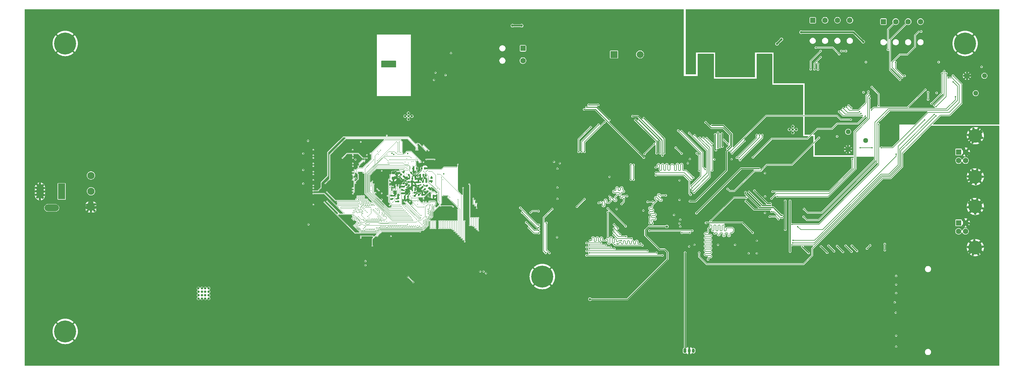
<source format=gbr>
%TF.GenerationSoftware,KiCad,Pcbnew,7.0.2*%
%TF.CreationDate,2023-10-13T18:39:37+02:00*%
%TF.ProjectId,3D Scanner with IR sensor Central Unit,33442053-6361-46e6-9e65-722077697468,1.0*%
%TF.SameCoordinates,Original*%
%TF.FileFunction,Copper,L6,Bot*%
%TF.FilePolarity,Positive*%
%FSLAX46Y46*%
G04 Gerber Fmt 4.6, Leading zero omitted, Abs format (unit mm)*
G04 Created by KiCad (PCBNEW 7.0.2) date 2023-10-13 18:39:37*
%MOMM*%
%LPD*%
G01*
G04 APERTURE LIST*
G04 Aperture macros list*
%AMRoundRect*
0 Rectangle with rounded corners*
0 $1 Rounding radius*
0 $2 $3 $4 $5 $6 $7 $8 $9 X,Y pos of 4 corners*
0 Add a 4 corners polygon primitive as box body*
4,1,4,$2,$3,$4,$5,$6,$7,$8,$9,$2,$3,0*
0 Add four circle primitives for the rounded corners*
1,1,$1+$1,$2,$3*
1,1,$1+$1,$4,$5*
1,1,$1+$1,$6,$7*
1,1,$1+$1,$8,$9*
0 Add four rect primitives between the rounded corners*
20,1,$1+$1,$2,$3,$4,$5,0*
20,1,$1+$1,$4,$5,$6,$7,0*
20,1,$1+$1,$6,$7,$8,$9,0*
20,1,$1+$1,$8,$9,$2,$3,0*%
G04 Aperture macros list end*
%TA.AperFunction,ComponentPad*%
%ADD10C,1.440000*%
%TD*%
%TA.AperFunction,ComponentPad*%
%ADD11RoundRect,0.250000X-0.550000X0.550000X-0.550000X-0.550000X0.550000X-0.550000X0.550000X0.550000X0*%
%TD*%
%TA.AperFunction,ComponentPad*%
%ADD12C,1.600000*%
%TD*%
%TA.AperFunction,ComponentPad*%
%ADD13C,0.800000*%
%TD*%
%TA.AperFunction,ComponentPad*%
%ADD14C,6.400000*%
%TD*%
%TA.AperFunction,ComponentPad*%
%ADD15R,2.000000X2.000000*%
%TD*%
%TA.AperFunction,ComponentPad*%
%ADD16C,2.000000*%
%TD*%
%TA.AperFunction,ComponentPad*%
%ADD17RoundRect,0.250000X-0.550000X-0.550000X0.550000X-0.550000X0.550000X0.550000X-0.550000X0.550000X0*%
%TD*%
%TA.AperFunction,ComponentPad*%
%ADD18RoundRect,0.250001X0.799999X-0.799999X0.799999X0.799999X-0.799999X0.799999X-0.799999X-0.799999X0*%
%TD*%
%TA.AperFunction,ComponentPad*%
%ADD19C,2.100000*%
%TD*%
%TA.AperFunction,ComponentPad*%
%ADD20R,2.000000X4.600000*%
%TD*%
%TA.AperFunction,ComponentPad*%
%ADD21O,2.000000X4.200000*%
%TD*%
%TA.AperFunction,ComponentPad*%
%ADD22O,4.200000X2.000000*%
%TD*%
%TA.AperFunction,ComponentPad*%
%ADD23R,1.600000X1.600000*%
%TD*%
%TA.AperFunction,ComponentPad*%
%ADD24C,4.000000*%
%TD*%
%TA.AperFunction,ComponentPad*%
%ADD25RoundRect,0.200000X-0.200000X-0.450000X0.200000X-0.450000X0.200000X0.450000X-0.200000X0.450000X0*%
%TD*%
%TA.AperFunction,ComponentPad*%
%ADD26O,0.800000X1.300000*%
%TD*%
%TA.AperFunction,SMDPad,CuDef*%
%ADD27RoundRect,0.225000X0.250000X-0.225000X0.250000X0.225000X-0.250000X0.225000X-0.250000X-0.225000X0*%
%TD*%
%TA.AperFunction,SMDPad,CuDef*%
%ADD28RoundRect,0.140000X-0.170000X0.140000X-0.170000X-0.140000X0.170000X-0.140000X0.170000X0.140000X0*%
%TD*%
%TA.AperFunction,SMDPad,CuDef*%
%ADD29RoundRect,0.140000X0.140000X0.170000X-0.140000X0.170000X-0.140000X-0.170000X0.140000X-0.170000X0*%
%TD*%
%TA.AperFunction,SMDPad,CuDef*%
%ADD30RoundRect,0.140000X0.170000X-0.140000X0.170000X0.140000X-0.170000X0.140000X-0.170000X-0.140000X0*%
%TD*%
%TA.AperFunction,SMDPad,CuDef*%
%ADD31RoundRect,0.140000X-0.140000X-0.170000X0.140000X-0.170000X0.140000X0.170000X-0.140000X0.170000X0*%
%TD*%
%TA.AperFunction,SMDPad,CuDef*%
%ADD32RoundRect,0.140000X0.219203X0.021213X0.021213X0.219203X-0.219203X-0.021213X-0.021213X-0.219203X0*%
%TD*%
%TA.AperFunction,SMDPad,CuDef*%
%ADD33RoundRect,0.140000X-0.021213X0.219203X-0.219203X0.021213X0.021213X-0.219203X0.219203X-0.021213X0*%
%TD*%
%TA.AperFunction,SMDPad,CuDef*%
%ADD34RoundRect,0.140000X0.021213X-0.219203X0.219203X-0.021213X-0.021213X0.219203X-0.219203X0.021213X0*%
%TD*%
%TA.AperFunction,SMDPad,CuDef*%
%ADD35RoundRect,0.140000X-0.219203X-0.021213X-0.021213X-0.219203X0.219203X0.021213X0.021213X0.219203X0*%
%TD*%
%TA.AperFunction,ViaPad*%
%ADD36C,0.400000*%
%TD*%
%TA.AperFunction,ViaPad*%
%ADD37C,0.700000*%
%TD*%
%TA.AperFunction,ViaPad*%
%ADD38C,0.250000*%
%TD*%
%TA.AperFunction,Conductor*%
%ADD39C,0.200000*%
%TD*%
%TA.AperFunction,Conductor*%
%ADD40C,0.250000*%
%TD*%
%TA.AperFunction,Conductor*%
%ADD41C,0.300000*%
%TD*%
%TA.AperFunction,Conductor*%
%ADD42C,0.500000*%
%TD*%
%TA.AperFunction,Conductor*%
%ADD43C,0.100000*%
%TD*%
%TA.AperFunction,Conductor*%
%ADD44C,0.400000*%
%TD*%
G04 APERTURE END LIST*
D10*
%TO.P,RV2,1,1*%
%TO.N,GNDD*%
X308120000Y-222840000D03*
%TO.P,RV2,2,2*%
%TO.N,Net-(U12-AVREF)*%
X313200000Y-220300000D03*
%TO.P,RV2,3,3*%
%TO.N,Net-(R54-Pad1)*%
X308120000Y-217760000D03*
%TD*%
D11*
%TO.P,J6,1,Pin_1*%
%TO.N,VCC_EN*%
X213375000Y-193400000D03*
D12*
%TO.P,J6,2,Pin_2*%
%TO.N,Net-(D12-A)*%
X213375000Y-197000000D03*
%TD*%
D13*
%TO.P,H3,1,1*%
%TO.N,GNDD*%
X339800000Y-192000000D03*
X340502944Y-190302944D03*
X340502944Y-193697056D03*
X342200000Y-189600000D03*
D14*
X342200000Y-192000000D03*
D13*
X342200000Y-194400000D03*
X343897056Y-190302944D03*
X343897056Y-193697056D03*
X344600000Y-192000000D03*
%TD*%
D15*
%TO.P,BZ1,1,-*%
%TO.N,+5V*%
X239900000Y-195200000D03*
D16*
%TO.P,BZ1,2,+*%
%TO.N,Net-(BZ1-+)*%
X247500000Y-195200000D03*
%TD*%
D17*
%TO.P,J8,1,Pin_1*%
%TO.N,/Stepper Motors/A1_2*%
X297800000Y-185225000D03*
D12*
%TO.P,J8,2,Pin_2*%
%TO.N,/Stepper Motors/A2_2*%
X301400000Y-185225000D03*
%TO.P,J8,3,Pin_3*%
%TO.N,/Stepper Motors/B1_2*%
X305000000Y-185225000D03*
%TO.P,J8,4,Pin_4*%
%TO.N,/Stepper Motors/B2_2*%
X308600000Y-185225000D03*
%TD*%
D17*
%TO.P,J9,1,Pin_1*%
%TO.N,/Stepper Motors/A1_1*%
X318400000Y-185625000D03*
D12*
%TO.P,J9,2,Pin_2*%
%TO.N,/Stepper Motors/A2_1*%
X322000000Y-185625000D03*
%TO.P,J9,3,Pin_3*%
%TO.N,/Stepper Motors/B1_1*%
X325600000Y-185625000D03*
%TO.P,J9,4,Pin_4*%
%TO.N,/Stepper Motors/B2_1*%
X329200000Y-185625000D03*
%TD*%
D18*
%TO.P,J23,1,Pin_1*%
%TO.N,GND*%
X87500000Y-239700000D03*
D19*
%TO.P,J23,2,Pin_2*%
%TO.N,VCC_EN*%
X87500000Y-235100000D03*
%TO.P,J23,3,Pin_3*%
%TO.N,VCC*%
X87500000Y-230500000D03*
%TD*%
D20*
%TO.P,J1,1*%
%TO.N,VCC*%
X78950000Y-235150000D03*
D21*
%TO.P,J1,2*%
%TO.N,GND*%
X72650000Y-235150000D03*
D22*
%TO.P,J1,3*%
%TO.N,N/C*%
X76050000Y-239950000D03*
%TD*%
D23*
%TO.P,J2,1,VBUS*%
%TO.N,VDD*%
X340312500Y-223650000D03*
D12*
%TO.P,J2,2,D-*%
%TO.N,/Power Supply/USB_ESD_D-*%
X340312500Y-226150000D03*
%TO.P,J2,3,D+*%
%TO.N,/Power Supply/USB_ESD_D+*%
X342312500Y-226150000D03*
%TO.P,J2,4,GND*%
%TO.N,GND*%
X342312500Y-223650000D03*
D24*
%TO.P,J2,5,Shield*%
X345172500Y-218900000D03*
X345172500Y-230900000D03*
%TD*%
D13*
%TO.P,H1,1,1*%
%TO.N,GND*%
X77600000Y-192000000D03*
X78302944Y-190302944D03*
X78302944Y-193697056D03*
X80000000Y-189600000D03*
D14*
X80000000Y-192000000D03*
D13*
X80000000Y-194400000D03*
X81697056Y-190302944D03*
X81697056Y-193697056D03*
X82400000Y-192000000D03*
%TD*%
%TO.P,H2,1,1*%
%TO.N,GND*%
X77600000Y-276000000D03*
X78302944Y-274302944D03*
X78302944Y-277697056D03*
X80000000Y-273600000D03*
D14*
X80000000Y-276000000D03*
D13*
X80000000Y-278400000D03*
X81697056Y-274302944D03*
X81697056Y-277697056D03*
X82400000Y-276000000D03*
%TD*%
D10*
%TO.P,RV1,1,1*%
%TO.N,GNDD*%
X342750000Y-201430000D03*
%TO.P,RV1,2,2*%
%TO.N,Net-(U6-AVREF)*%
X345290000Y-206510000D03*
%TO.P,RV1,3,3*%
%TO.N,Net-(R44-Pad1)*%
X347830000Y-201430000D03*
%TD*%
D25*
%TO.P,J4,1,Pin_1*%
%TO.N,/Procesor/VO*%
X260550000Y-281600000D03*
D26*
%TO.P,J4,2,Pin_2*%
%TO.N,GND*%
X261800000Y-281600000D03*
%TO.P,J4,3,Pin_3*%
%TO.N,+5V*%
X263050000Y-281600000D03*
%TD*%
D13*
%TO.P,H4,1,1*%
%TO.N,GND*%
X216600000Y-260000000D03*
X217302944Y-258302944D03*
X217302944Y-261697056D03*
X219000000Y-257600000D03*
D14*
X219000000Y-260000000D03*
D13*
X219000000Y-262400000D03*
X220697056Y-258302944D03*
X220697056Y-261697056D03*
X221400000Y-260000000D03*
%TD*%
D23*
%TO.P,J3,1,VBUS*%
%TO.N,VBUS*%
X340300000Y-244300000D03*
D12*
%TO.P,J3,2,D-*%
%TO.N,/Power Supply/USB_DSC_ESD_D-*%
X340300000Y-246800000D03*
%TO.P,J3,3,D+*%
%TO.N,/Power Supply/USB_DSC_ESD_D+*%
X342300000Y-246800000D03*
%TO.P,J3,4,GND*%
%TO.N,GND*%
X342300000Y-244300000D03*
D24*
%TO.P,J3,5,Shield*%
X345160000Y-239550000D03*
X345160000Y-251550000D03*
%TD*%
D27*
%TO.P,C73,1*%
%TO.N,GND*%
X175600000Y-231275000D03*
%TO.P,C73,2*%
%TO.N,+3.3V*%
X175600000Y-229725000D03*
%TD*%
D28*
%TO.P,C104,1*%
%TO.N,GND*%
X175000000Y-236420000D03*
%TO.P,C104,2*%
%TO.N,+3.3V*%
X175000000Y-237380000D03*
%TD*%
D29*
%TO.P,C76,1*%
%TO.N,GND*%
X182080000Y-231500000D03*
%TO.P,C76,2*%
%TO.N,+3.3V*%
X181120000Y-231500000D03*
%TD*%
D30*
%TO.P,C79,1*%
%TO.N,GND*%
X178600000Y-233780000D03*
%TO.P,C79,2*%
%TO.N,+3.3V*%
X178600000Y-232820000D03*
%TD*%
D31*
%TO.P,C77,1*%
%TO.N,GND*%
X178920000Y-236700000D03*
%TO.P,C77,2*%
%TO.N,+3.3V*%
X179880000Y-236700000D03*
%TD*%
%TO.P,C92,1*%
%TO.N,Net-(U1-VCAP_1)*%
X186320000Y-236500000D03*
%TO.P,C92,2*%
%TO.N,GND*%
X187280000Y-236500000D03*
%TD*%
D28*
%TO.P,C78,1*%
%TO.N,GND*%
X181800000Y-235500000D03*
%TO.P,C78,2*%
%TO.N,+3.3V*%
X181800000Y-236460000D03*
%TD*%
D31*
%TO.P,C81,1*%
%TO.N,GND*%
X181000000Y-234400000D03*
%TO.P,C81,2*%
%TO.N,+3.3V*%
X181960000Y-234400000D03*
%TD*%
D30*
%TO.P,C83,1*%
%TO.N,GND*%
X178200000Y-235680000D03*
%TO.P,C83,2*%
%TO.N,+3.3V*%
X178200000Y-234720000D03*
%TD*%
D28*
%TO.P,C85,1*%
%TO.N,GND*%
X177000000Y-237120000D03*
%TO.P,C85,2*%
%TO.N,+3.3V*%
X177000000Y-238080000D03*
%TD*%
D29*
%TO.P,C87,1*%
%TO.N,GND*%
X181080000Y-233400000D03*
%TO.P,C87,2*%
%TO.N,+3.3V*%
X180120000Y-233400000D03*
%TD*%
D32*
%TO.P,C118,1*%
%TO.N,GND*%
X186039411Y-234139411D03*
%TO.P,C118,2*%
%TO.N,+3.3V*%
X185360589Y-233460589D03*
%TD*%
D33*
%TO.P,C91,1*%
%TO.N,GND*%
X178500000Y-229500000D03*
%TO.P,C91,2*%
%TO.N,+3.3V*%
X177821178Y-230178822D03*
%TD*%
D29*
%TO.P,C89,1*%
%TO.N,GND*%
X183980000Y-236100000D03*
%TO.P,C89,2*%
%TO.N,+3.3V*%
X183020000Y-236100000D03*
%TD*%
D31*
%TO.P,C82,1*%
%TO.N,GND*%
X181500000Y-228400000D03*
%TO.P,C82,2*%
%TO.N,+3.3V*%
X182460000Y-228400000D03*
%TD*%
D29*
%TO.P,C90,1*%
%TO.N,GND*%
X184800000Y-228400000D03*
%TO.P,C90,2*%
%TO.N,+3.3V*%
X183840000Y-228400000D03*
%TD*%
D28*
%TO.P,C88,1*%
%TO.N,GND*%
X182900000Y-232520000D03*
%TO.P,C88,2*%
%TO.N,+3.3V*%
X182900000Y-233480000D03*
%TD*%
D34*
%TO.P,C84,1*%
%TO.N,GND*%
X180160589Y-230339411D03*
%TO.P,C84,2*%
%TO.N,+3.3V*%
X180839411Y-229660589D03*
%TD*%
D35*
%TO.P,C86,1*%
%TO.N,GND*%
X184060589Y-233860589D03*
%TO.P,C86,2*%
%TO.N,+3.3V*%
X184739411Y-234539411D03*
%TD*%
D31*
%TO.P,C119,1*%
%TO.N,GND*%
X183420000Y-230400000D03*
%TO.P,C119,2*%
%TO.N,+3.3V*%
X184380000Y-230400000D03*
%TD*%
D33*
%TO.P,C74,1*%
%TO.N,GND*%
X178639411Y-230760589D03*
%TO.P,C74,2*%
%TO.N,+3.3V*%
X177960589Y-231439411D03*
%TD*%
D28*
%TO.P,C72,1*%
%TO.N,GND*%
X180100000Y-231420000D03*
%TO.P,C72,2*%
%TO.N,+3.3V*%
X180100000Y-232380000D03*
%TD*%
D29*
%TO.P,C80,1*%
%TO.N,GND*%
X185180000Y-232300000D03*
%TO.P,C80,2*%
%TO.N,+3.3V*%
X184220000Y-232300000D03*
%TD*%
D28*
%TO.P,C93,1*%
%TO.N,Net-(U1-VCAP_2)*%
X186700000Y-231220000D03*
%TO.P,C93,2*%
%TO.N,GND*%
X186700000Y-232180000D03*
%TD*%
D36*
%TO.N,/Stepper Motors/A2_1*%
X324603592Y-201419258D03*
X321900000Y-197500000D03*
X319700000Y-193800000D03*
%TO.N,/Stepper Motors/B1_1*%
X323200000Y-202600000D03*
%TO.N,ENABLE_1*%
X317800000Y-222400000D03*
X311600000Y-222400000D03*
X286100000Y-235200000D03*
X315100000Y-222400000D03*
X337250000Y-202025000D03*
X309300000Y-225700000D03*
%TO.N,RESET_MOTOR_1*%
X273900000Y-223400000D03*
X331400000Y-208300000D03*
X331400000Y-206200000D03*
X308900000Y-214200000D03*
%TO.N,SLEEP_1*%
X280400000Y-225200000D03*
X314900000Y-211400000D03*
X313100000Y-213200000D03*
X330600000Y-205500000D03*
%TO.N,TIM3_CH1*%
X273000000Y-234400000D03*
X299600000Y-219500000D03*
%TO.N,DIR_1*%
X295150000Y-242550000D03*
X338700000Y-203200000D03*
%TO.N,/Stepper Motors/A2_2*%
X299300000Y-199600000D03*
X299300000Y-197900000D03*
%TO.N,/Stepper Motors/B1_2*%
X300100000Y-194200000D03*
X297200000Y-199500000D03*
%TO.N,ENABLE_2*%
X314350000Y-207950000D03*
X287400000Y-236638556D03*
%TO.N,RESET_MOTOR_2*%
X307600000Y-210600000D03*
X314000000Y-206000000D03*
X274300000Y-224000000D03*
X277900000Y-220400000D03*
%TO.N,SLEEP_2*%
X317000000Y-215600000D03*
X287800000Y-243200000D03*
X317000000Y-210100000D03*
X315000000Y-204700000D03*
X285300000Y-242500000D03*
X291749500Y-244800000D03*
%TO.N,TIM2_CH1*%
X338675000Y-201375000D03*
X264700000Y-253000000D03*
%TO.N,DIR_2*%
X314200000Y-207200000D03*
X285800000Y-237200000D03*
%TO.N,SPI4_SCK*%
X254500000Y-224000000D03*
X248600000Y-213800000D03*
%TO.N,SPI4_!CS*%
X247200000Y-214300000D03*
X253300000Y-224000000D03*
%TO.N,SPI4_MISO*%
X252300000Y-224000000D03*
X231900000Y-210600000D03*
X246100000Y-214300000D03*
X238500000Y-214300000D03*
%TO.N,SPI4_MOSI*%
X231200000Y-211200000D03*
X248600000Y-225300000D03*
%TO.N,/Procesor/VO*%
X260600000Y-253000000D03*
%TO.N,SDMMC1_D3*%
X307400000Y-251000000D03*
X279200000Y-235300000D03*
X309100000Y-252700000D03*
X285500000Y-239300000D03*
%TO.N,SDMMC1_CMD*%
X285500000Y-240400000D03*
X306600000Y-252800000D03*
X278300000Y-238000000D03*
X304900000Y-251100000D03*
%TO.N,SDMMC1_CK*%
X300200000Y-251200000D03*
X302000000Y-253000000D03*
X278200000Y-235400000D03*
X288900000Y-242100000D03*
%TO.N,SDMMC1_D0*%
X294800000Y-251275500D03*
X289800000Y-246300000D03*
X296600000Y-253100000D03*
X289800000Y-237900000D03*
%TO.N,SDMMC1_D1*%
X291200000Y-237900000D03*
X291200000Y-252700000D03*
%TO.N,SDMMC1_D2*%
X285500000Y-238700000D03*
X280800000Y-234900000D03*
X309200000Y-251000000D03*
X310700000Y-252500000D03*
%TO.N,NRST*%
X280300000Y-247200000D03*
X266700000Y-244300000D03*
X314500000Y-250900000D03*
D37*
X232900000Y-266600000D03*
D36*
X263900000Y-241500000D03*
D37*
X255300000Y-245400000D03*
D36*
X282200000Y-228500000D03*
X313600000Y-251800000D03*
D37*
%TO.N,Net-(U6-VMA)*%
X288700000Y-190800000D03*
X287400000Y-192100000D03*
X312500000Y-191500000D03*
X294400000Y-188700000D03*
D36*
%TO.N,SD_DET*%
X302400000Y-251000000D03*
X304000000Y-252600000D03*
%TO.N,Net-(U1-VCAP_1)*%
X185900000Y-236500000D03*
%TO.N,Net-(U1-VCAP_2)*%
X186700000Y-230880000D03*
%TO.N,/Touch Screen/!RST*%
X181400000Y-261600000D03*
X179900000Y-260100000D03*
D38*
X176500000Y-220600000D03*
X170900000Y-226200000D03*
X171100000Y-240100000D03*
X171500000Y-241500000D03*
D36*
%TO.N,GNDD*%
X305600000Y-206200000D03*
D37*
X279800000Y-200600000D03*
X342790000Y-200510000D03*
X261400000Y-198300000D03*
X307862500Y-201175000D03*
D36*
X333800000Y-207000000D03*
D37*
X279200000Y-195800000D03*
X309162500Y-200075000D03*
X309075000Y-222800000D03*
D36*
X302700000Y-202700000D03*
D37*
X321200000Y-216300000D03*
D36*
X326962500Y-206275000D03*
D37*
X341890000Y-201410000D03*
X309162500Y-202275000D03*
X300100000Y-215650000D03*
X329162500Y-201175000D03*
X321200000Y-212400000D03*
X298700000Y-213750000D03*
X322700000Y-214300000D03*
D36*
X324100000Y-202700000D03*
D37*
X261600000Y-195800000D03*
X309162500Y-203375000D03*
X343690000Y-201410000D03*
X330462500Y-202275000D03*
D36*
X304800000Y-205900000D03*
D37*
X307862500Y-202275000D03*
X329162500Y-200075000D03*
X278500000Y-197900000D03*
D36*
X306500000Y-205900000D03*
X311400000Y-197200000D03*
X332662500Y-197175000D03*
D37*
X307862500Y-200075000D03*
X278600000Y-200200000D03*
D36*
X322900000Y-199300000D03*
D37*
X309162500Y-201175000D03*
X262800000Y-195600000D03*
X261400000Y-199700000D03*
D36*
X333462500Y-197475000D03*
D37*
X278500000Y-199100000D03*
D36*
X301500000Y-199300000D03*
X331862500Y-197475000D03*
D37*
X301500000Y-213750000D03*
D36*
X303386968Y-204304020D03*
X324000000Y-204000000D03*
D37*
X330462500Y-201175000D03*
X308075000Y-223800000D03*
X329162500Y-202275000D03*
X278500000Y-196700000D03*
X330462500Y-200075000D03*
X307862500Y-203375000D03*
D36*
X312200000Y-197500000D03*
D37*
X330462500Y-203375000D03*
X280200000Y-195800000D03*
X308075000Y-221900000D03*
D36*
X313300000Y-206500000D03*
X324100000Y-200700000D03*
D37*
X342790000Y-202310000D03*
D36*
X310500000Y-197500000D03*
D37*
X262300000Y-200500000D03*
X329162500Y-203375000D03*
X261400000Y-196900000D03*
X300100000Y-211850000D03*
X319800000Y-214300000D03*
D36*
X326062500Y-205975000D03*
X327762500Y-205975000D03*
D37*
X307175000Y-222800000D03*
D36*
X302700000Y-200800000D03*
D38*
%TO.N,/Touch Screen/CS*%
X183200000Y-226700000D03*
X174500000Y-225900000D03*
%TO.N,/Touch Screen/LTDC_R7*%
X200400000Y-242900000D03*
X200400000Y-246600000D03*
%TO.N,/Touch Screen/LTDC_R6*%
X199900000Y-238700000D03*
X199900000Y-240000000D03*
X199900000Y-242900000D03*
X199900000Y-246200000D03*
%TO.N,/Touch Screen/LTDC_R5*%
X199400000Y-237800000D03*
X199400000Y-239300000D03*
X199400000Y-245700000D03*
X199400000Y-242900000D03*
%TO.N,/Touch Screen/LTDC_R4*%
X198900000Y-242900000D03*
X198900000Y-238800000D03*
X198900000Y-245200000D03*
X198900000Y-237200000D03*
%TO.N,/Touch Screen/LTDC_R3*%
X198400000Y-245000000D03*
X198400000Y-242900000D03*
%TO.N,/Touch Screen/LTDC_R2*%
X197700000Y-233000000D03*
X197900000Y-245000000D03*
%TO.N,/Touch Screen/LTDC_R1*%
X182400000Y-243300000D03*
X184000000Y-244900000D03*
X183000000Y-243900000D03*
X177925000Y-234100000D03*
%TO.N,/Touch Screen/LTDC_R0*%
X169100000Y-233600000D03*
X169100000Y-232600000D03*
X171100000Y-240700000D03*
X170500000Y-240100000D03*
%TO.N,/Touch Screen/LTDC_G7*%
X184375000Y-229300000D03*
X196400000Y-243800000D03*
X196400000Y-249800000D03*
X189100000Y-238100000D03*
%TO.N,/Touch Screen/LTDC_G6*%
X195900000Y-249200000D03*
X195900000Y-234100000D03*
%TO.N,/Touch Screen/LTDC_G5*%
X195400000Y-248700000D03*
X188500000Y-230100000D03*
%TO.N,/Touch Screen/LTDC_G4*%
X189100000Y-234500000D03*
X194900000Y-248200000D03*
X191500000Y-236900000D03*
X185925000Y-229300000D03*
%TO.N,/Touch Screen/LTDC_G3*%
X187600000Y-225800000D03*
X194400000Y-237500000D03*
X194400000Y-240400000D03*
X185200000Y-225800000D03*
X194400000Y-234800000D03*
X194400000Y-239400000D03*
X194400000Y-227300000D03*
X194400000Y-247700000D03*
%TO.N,/Touch Screen/LTDC_G2*%
X193900000Y-243800000D03*
X189000000Y-238600000D03*
X193900000Y-247200000D03*
X185175000Y-230900000D03*
%TO.N,/Touch Screen/LTDC_G1*%
X178300000Y-240000000D03*
X169900000Y-233000000D03*
X193400000Y-246700000D03*
X193400000Y-243800000D03*
%TO.N,/Touch Screen/LTDC_G0*%
X178700000Y-240500000D03*
X192900000Y-243800000D03*
X169500000Y-232200000D03*
X192900000Y-246200000D03*
%TO.N,/Touch Screen/LTDC_B7*%
X192400000Y-245900000D03*
X178775000Y-228500000D03*
X179100000Y-240900000D03*
X192400000Y-243800000D03*
%TO.N,/Touch Screen/LTDC_B6*%
X191900000Y-243800000D03*
X179500000Y-241300000D03*
X179600000Y-228525000D03*
X191900000Y-245900000D03*
%TO.N,/Touch Screen/LTDC_B5*%
X177400000Y-229300000D03*
X191400000Y-245900000D03*
X179900000Y-241700000D03*
X191400000Y-243800000D03*
%TO.N,/Touch Screen/LTDC_B4*%
X174400000Y-227200000D03*
X190900000Y-243800000D03*
X190900000Y-245900000D03*
X180200000Y-242100000D03*
%TO.N,/Touch Screen/LTDC_B3*%
X190400000Y-245900000D03*
X190400000Y-243800000D03*
X180800000Y-225400000D03*
X180600000Y-242500000D03*
%TO.N,/Touch Screen/LTDC_B2*%
X189900000Y-243800000D03*
X183600000Y-226600000D03*
X180900000Y-242900000D03*
X189900000Y-245900000D03*
%TO.N,/Touch Screen/LTDC_B1*%
X182100000Y-226300000D03*
X182174500Y-227661525D03*
X189400000Y-243800000D03*
X181100000Y-243300000D03*
X189400000Y-245900000D03*
X171900000Y-223100000D03*
%TO.N,/Touch Screen/LTDC_B0*%
X188900000Y-243800000D03*
X169900000Y-225900000D03*
X173100000Y-225400000D03*
X188900000Y-245900000D03*
X174122217Y-226308584D03*
X181300000Y-243700000D03*
%TO.N,/Touch Screen/LTDC_DE*%
X187900000Y-245900000D03*
X177900000Y-229300000D03*
X179500000Y-238100000D03*
X183800000Y-242100000D03*
X187900000Y-243800000D03*
%TO.N,/Touch Screen/LTDC_CLK*%
X187400000Y-245900000D03*
X177200000Y-235700000D03*
X183100000Y-242400000D03*
X178800000Y-238100000D03*
X187400000Y-243800000D03*
X177200000Y-233300000D03*
%TO.N,/Touch Screen/LTDC_HSYNC*%
X186900000Y-243800000D03*
X177600000Y-239100000D03*
X186900000Y-245900000D03*
X183600000Y-242700000D03*
X178600000Y-239100000D03*
X174900000Y-233500000D03*
X179500000Y-230025000D03*
%TO.N,/Touch Screen/LTDC_VSYNC*%
X183500000Y-243100000D03*
X179100000Y-239500000D03*
X174700000Y-230300000D03*
X177900000Y-239500000D03*
X186400000Y-245900000D03*
X186400000Y-243800000D03*
%TO.N,/Touch Screen/TP_!INT*%
X169500000Y-251000000D03*
X189590000Y-230990000D03*
%TO.N,/Touch Screen/UART5_RX*%
X185100000Y-229325000D03*
X194000000Y-228100000D03*
D36*
%TO.N,NHOME_1*%
X339400000Y-207500000D03*
X295300000Y-240300000D03*
%TO.N,NHOME_2*%
X322100000Y-224300000D03*
X293400000Y-245400000D03*
X285800000Y-241000000D03*
X288900000Y-242800000D03*
%TO.N,Net-(U6-BOUT2)*%
X329400000Y-188500000D03*
X323800000Y-201900000D03*
%TO.N,Net-(U12-AOUT1)*%
X298700000Y-193200000D03*
X305500000Y-195100000D03*
%TO.N,Net-(U12-BOUT2)*%
X306100000Y-194200000D03*
X300100000Y-196000000D03*
X307500000Y-194200000D03*
X298300000Y-199500000D03*
%TO.N,GND*%
X181000000Y-190300000D03*
X327200000Y-224500000D03*
X347900000Y-283100000D03*
D37*
X87500000Y-243800000D03*
X286800000Y-217100000D03*
X346900000Y-229600000D03*
D36*
X188400000Y-194900000D03*
D37*
X282200000Y-202700000D03*
D36*
X311400000Y-246000000D03*
X284300000Y-229100000D03*
X186700000Y-232500000D03*
X221800000Y-226100000D03*
X322100000Y-269900000D03*
D37*
X119700000Y-237600000D03*
D36*
X335500000Y-237100000D03*
X319200000Y-246200000D03*
X173800000Y-237500000D03*
X322000000Y-243400000D03*
D37*
X282200000Y-203600000D03*
D36*
X241150000Y-245100000D03*
D37*
X202500000Y-214100000D03*
X343000000Y-218700000D03*
D36*
X262600000Y-251700000D03*
X180325000Y-234900000D03*
D37*
X283400000Y-203600000D03*
D36*
X176396798Y-237321798D03*
D37*
X344500000Y-253600000D03*
D36*
X168450000Y-255475000D03*
X281200000Y-230000000D03*
X186200000Y-198800000D03*
X324200000Y-269300000D03*
D37*
X342900000Y-243500000D03*
D36*
X181000000Y-204200000D03*
X323600000Y-242100000D03*
X284400000Y-241400000D03*
X183575000Y-234100000D03*
X258700000Y-242300000D03*
X176100000Y-197400000D03*
D37*
X343300000Y-238500000D03*
D36*
X310200000Y-243700000D03*
X172500000Y-234075000D03*
D37*
X117690000Y-237500000D03*
X282500000Y-195900000D03*
D36*
X185120000Y-228500000D03*
X170500000Y-194400000D03*
D37*
X243250000Y-242900000D03*
X73200000Y-244600000D03*
D36*
X191500000Y-201600000D03*
D37*
X99300000Y-242600000D03*
X344400000Y-220900000D03*
D36*
X192700000Y-199700000D03*
D37*
X76000000Y-227100000D03*
X74000000Y-227100000D03*
D36*
X235900000Y-227300000D03*
D37*
X74200000Y-243600000D03*
X265900000Y-195700000D03*
X100700000Y-238000000D03*
D36*
X261100000Y-227600000D03*
X345400000Y-257700000D03*
X183850000Y-255875000D03*
D37*
X205500000Y-266600000D03*
X245250000Y-242900000D03*
D36*
X170500000Y-204600000D03*
D37*
X267300000Y-199100000D03*
D36*
X324200000Y-268300000D03*
D37*
X283400000Y-202700000D03*
X72600000Y-232900000D03*
X283500000Y-195800000D03*
D36*
X183000000Y-198800000D03*
X313100000Y-247800000D03*
X178808946Y-235616054D03*
D37*
X267100000Y-200300000D03*
D36*
X207550000Y-255900000D03*
X188350000Y-255875000D03*
X235900000Y-228900000D03*
X314400000Y-243700000D03*
D37*
X76200000Y-244600000D03*
D36*
X183525000Y-232500000D03*
D37*
X88500000Y-243800000D03*
D36*
X170700000Y-230500000D03*
X261648511Y-237000000D03*
D37*
X343800000Y-241100000D03*
D36*
X281200000Y-242000000D03*
X173100000Y-228900000D03*
X319700000Y-245500000D03*
X323100000Y-275500000D03*
D37*
X346700000Y-232400000D03*
X267300000Y-197900000D03*
D36*
X281900000Y-248700000D03*
X181700000Y-198800000D03*
X325300000Y-275500000D03*
D37*
X94500000Y-243100000D03*
X73800000Y-236200000D03*
X86300000Y-240000000D03*
D36*
X337200000Y-222900000D03*
D37*
X206400000Y-270300000D03*
D36*
X161850000Y-223775000D03*
D37*
X77000000Y-227100000D03*
D36*
X274687500Y-228461011D03*
X258700000Y-249300000D03*
X226100000Y-231300000D03*
D37*
X72600000Y-237400000D03*
D36*
X224000000Y-248900000D03*
X180300000Y-234025000D03*
X269687500Y-248038989D03*
D37*
X75000000Y-227100000D03*
D36*
X190945500Y-200279250D03*
D37*
X284600000Y-202700000D03*
D36*
X258100000Y-231900000D03*
X185100000Y-198800000D03*
X184350000Y-255875000D03*
D37*
X347000000Y-217800000D03*
D36*
X191500000Y-198400000D03*
D37*
X244250000Y-242900000D03*
D36*
X257900000Y-244800000D03*
X182850000Y-255875000D03*
X253000000Y-242400000D03*
D37*
X285800000Y-217100000D03*
X341900000Y-222700000D03*
D36*
X189000000Y-198400000D03*
X255900000Y-239000000D03*
X152050000Y-226175000D03*
D37*
X347200000Y-219500000D03*
D36*
X346600000Y-282200000D03*
D37*
X343300000Y-244400000D03*
X203500000Y-213100000D03*
D36*
X168450000Y-256675000D03*
X280700000Y-250100000D03*
X170500000Y-197800000D03*
X182300000Y-194800000D03*
X284300000Y-230800000D03*
D37*
X173900000Y-231275000D03*
D36*
X329800000Y-225800000D03*
X178800000Y-189100000D03*
X151550000Y-245175000D03*
D37*
X93700000Y-243400000D03*
X261800000Y-280700000D03*
D36*
X170500000Y-191000000D03*
D37*
X75200000Y-243600000D03*
X287800000Y-217100000D03*
D36*
X235900000Y-237700000D03*
D37*
X87500000Y-244800000D03*
D36*
X254522609Y-242877135D03*
X239000000Y-231700000D03*
X181000000Y-197100000D03*
D37*
X86500000Y-240900000D03*
X87500000Y-240900000D03*
D36*
X170500000Y-201200000D03*
X172000000Y-189100000D03*
X253300000Y-240800000D03*
D37*
X71800000Y-236900000D03*
D36*
X181000000Y-200800000D03*
X346700000Y-256700000D03*
X201850000Y-255875000D03*
X332200000Y-243600000D03*
X201400000Y-258800000D03*
X274687500Y-248038989D03*
X179600000Y-235625000D03*
X345300000Y-283100000D03*
X319700000Y-247000000D03*
D37*
X73200000Y-245600000D03*
X73000000Y-229100000D03*
X92000000Y-263600000D03*
D36*
X200400000Y-258800000D03*
X316800000Y-251700000D03*
D37*
X343800000Y-249900000D03*
X341900000Y-245200000D03*
D36*
X324200000Y-276000000D03*
D37*
X244250000Y-243900000D03*
D36*
X202350000Y-255875000D03*
X192600000Y-201600000D03*
X148950000Y-228275000D03*
X223400000Y-226500000D03*
X191475000Y-197775000D03*
X184600000Y-193900000D03*
D37*
X347300000Y-230900000D03*
D36*
X190800000Y-197800000D03*
D37*
X343300000Y-252600000D03*
X87900000Y-238500000D03*
D36*
X251777135Y-240177391D03*
X345400000Y-255700000D03*
D37*
X284600000Y-201800000D03*
D36*
X181900000Y-230925000D03*
X181000000Y-207600000D03*
D37*
X254400000Y-204700000D03*
D36*
X175525000Y-236500000D03*
X180400000Y-230925000D03*
X324200000Y-275000000D03*
D37*
X111800000Y-264400000D03*
D36*
X174600000Y-197400000D03*
D37*
X106790000Y-253800000D03*
D36*
X235900000Y-233700000D03*
X257900000Y-245800000D03*
X151450000Y-219975000D03*
X182500000Y-197300000D03*
D37*
X345100000Y-241600000D03*
D36*
X187300000Y-201200000D03*
D37*
X283200000Y-200700000D03*
X98800000Y-247200000D03*
D36*
X311400000Y-247300000D03*
D37*
X71500000Y-234100000D03*
X272200000Y-203900000D03*
D36*
X179525000Y-234900000D03*
D37*
X75200000Y-244600000D03*
X74200000Y-245600000D03*
D36*
X281200000Y-236500000D03*
D37*
X75000000Y-229100000D03*
X86300000Y-239100000D03*
D36*
X170900000Y-207600000D03*
X161900000Y-228600000D03*
X174300000Y-207600000D03*
X226100000Y-236100000D03*
X332200000Y-246900000D03*
D37*
X343000000Y-239800000D03*
D36*
X331900000Y-245200000D03*
X321000000Y-246200000D03*
X184200000Y-198800000D03*
D37*
X105100000Y-261800000D03*
X73800000Y-234200000D03*
X344900000Y-249400000D03*
X284500000Y-198600000D03*
D36*
X329200000Y-229000000D03*
X178783968Y-229300000D03*
D37*
X173600000Y-230475000D03*
X74000000Y-228100000D03*
D36*
X181700000Y-196100000D03*
D37*
X265000000Y-201800000D03*
D36*
X181125000Y-234900000D03*
X264200000Y-279700000D03*
D37*
X282200000Y-201800000D03*
X218600000Y-266600000D03*
X347000000Y-252700000D03*
X73200000Y-243600000D03*
X74000000Y-229100000D03*
X77200000Y-244600000D03*
D36*
X183525000Y-231700000D03*
D37*
X266100000Y-200600000D03*
D36*
X192800000Y-190200000D03*
D37*
X264800000Y-199400000D03*
X345300000Y-233000000D03*
D36*
X314500000Y-244800000D03*
D37*
X87500000Y-242800000D03*
D36*
X189137500Y-191337500D03*
D37*
X76200000Y-245600000D03*
X270300000Y-204100000D03*
D36*
X187200000Y-194400000D03*
D37*
X219600000Y-270300000D03*
D36*
X247750000Y-240300000D03*
D37*
X224100000Y-194900000D03*
D36*
X332100000Y-218000000D03*
D37*
X284200000Y-200500000D03*
X266200000Y-202700000D03*
X122000000Y-257500000D03*
D36*
X184400000Y-196300000D03*
D37*
X75200000Y-245600000D03*
D36*
X269187000Y-224800000D03*
D37*
X103100000Y-262000000D03*
D36*
X148950000Y-223475000D03*
D37*
X266200000Y-201800000D03*
D36*
X255900000Y-239800000D03*
X183575000Y-234900000D03*
X186700000Y-234100000D03*
D37*
X282000000Y-198200000D03*
X104200000Y-261900000D03*
X343000000Y-222900000D03*
D36*
X223016521Y-233399500D03*
X320400000Y-247000000D03*
D37*
X105200000Y-260900000D03*
X284500000Y-197500000D03*
D36*
X187900000Y-198600000D03*
X161850000Y-242975000D03*
X325300000Y-268800000D03*
D37*
X202500000Y-213100000D03*
X264900000Y-196000000D03*
X346100000Y-216900000D03*
X266200000Y-203600000D03*
D36*
X328800000Y-227400000D03*
D37*
X171100000Y-232375000D03*
X284400000Y-196400000D03*
D36*
X263187500Y-248038989D03*
D37*
X266900000Y-195800000D03*
D36*
X174600000Y-198600000D03*
D37*
X99300000Y-241600000D03*
D36*
X284419503Y-236600000D03*
X235900000Y-248100000D03*
D37*
X76200000Y-243600000D03*
D36*
X320057500Y-246220000D03*
X319800000Y-249200000D03*
D37*
X344600000Y-216800000D03*
X76000000Y-229100000D03*
X344400000Y-228900000D03*
X346600000Y-249900000D03*
X119700000Y-239400000D03*
D36*
X192800000Y-194100000D03*
X192237500Y-193637500D03*
X317090120Y-244972233D03*
D37*
X283400000Y-201800000D03*
D36*
X323300000Y-243600000D03*
D37*
X86500000Y-244800000D03*
D36*
X254400000Y-235200000D03*
X337800000Y-243600000D03*
X223000000Y-238100000D03*
X183500000Y-194400000D03*
X164950000Y-230675000D03*
X317200000Y-250200000D03*
D37*
X73800000Y-235200000D03*
D36*
X254400000Y-231200000D03*
X179600000Y-230925000D03*
X274800000Y-225500000D03*
D37*
X88700000Y-238900000D03*
X343500000Y-217500000D03*
D36*
X182725000Y-230900000D03*
D37*
X77000000Y-229100000D03*
D36*
X320300000Y-243200000D03*
X174600000Y-198000000D03*
X187700000Y-236500000D03*
X183525000Y-230900000D03*
D37*
X343300000Y-223900000D03*
X77000000Y-228100000D03*
X244250000Y-241800000D03*
D36*
X189200000Y-195600000D03*
X191474500Y-195270750D03*
X269687500Y-228461011D03*
D37*
X273700000Y-203900000D03*
X286800000Y-216100000D03*
D36*
X189937500Y-190637500D03*
D37*
X74200000Y-244600000D03*
X284500000Y-199600000D03*
X100800000Y-237100000D03*
D36*
X188100000Y-193700000D03*
X266100000Y-223400000D03*
X175400000Y-189100000D03*
D37*
X123000000Y-236300000D03*
X346100000Y-253500000D03*
D36*
X189500000Y-201600000D03*
X264062676Y-251043921D03*
D37*
X225000000Y-194500000D03*
X346400000Y-241300000D03*
D36*
X179525000Y-233300000D03*
D37*
X347300000Y-251300000D03*
X218600000Y-271200000D03*
D36*
X176375000Y-230900000D03*
X161850000Y-222175000D03*
D37*
X282000000Y-199400000D03*
D36*
X148950000Y-232275000D03*
D37*
X264800000Y-198300000D03*
D36*
X274800000Y-251700000D03*
D37*
X265000000Y-203600000D03*
X343200000Y-219900000D03*
X267400000Y-202700000D03*
X206400000Y-267500000D03*
X75000000Y-228100000D03*
X88500000Y-242800000D03*
D36*
X327300000Y-227600000D03*
X181180000Y-228500000D03*
D37*
X345700000Y-228800000D03*
X265100000Y-200400000D03*
X343400000Y-229600000D03*
D36*
X181000000Y-193700000D03*
D37*
X282000000Y-196900000D03*
X77200000Y-243600000D03*
D36*
X258600000Y-243400000D03*
D37*
X88700000Y-239900000D03*
D36*
X185125000Y-231700000D03*
D37*
X117400000Y-241100000D03*
X286800000Y-218100000D03*
X92800000Y-243400000D03*
X71500000Y-236100000D03*
D36*
X161850000Y-232575000D03*
D37*
X219600000Y-267500000D03*
D36*
X176100000Y-198600000D03*
X239000000Y-235700000D03*
D37*
X73000000Y-227100000D03*
X76000000Y-228100000D03*
X86500000Y-243800000D03*
X343000000Y-230800000D03*
D36*
X185950000Y-255875000D03*
D37*
X201500000Y-213100000D03*
D36*
X318100000Y-243800000D03*
D37*
X171100000Y-233400000D03*
D36*
X152050000Y-230975000D03*
D37*
X97100000Y-249300000D03*
X347100000Y-238500000D03*
X267400000Y-203600000D03*
X267400000Y-201800000D03*
X343200000Y-231800000D03*
X92000000Y-265200000D03*
D36*
X179575000Y-231700000D03*
D37*
X205500000Y-271200000D03*
D36*
X182775000Y-234900000D03*
X185800000Y-194300000D03*
X329600000Y-242300000D03*
D37*
X102400000Y-266800000D03*
D36*
X344100000Y-256700000D03*
D37*
X202500000Y-212100000D03*
D36*
X184400000Y-195300000D03*
D37*
X267300000Y-196800000D03*
X261800000Y-282500000D03*
X346300000Y-220700000D03*
D36*
X258400497Y-237600000D03*
D37*
X73500000Y-233300000D03*
D36*
X186860000Y-202600000D03*
D37*
X73400000Y-237000000D03*
X264800000Y-197100000D03*
X265000000Y-202700000D03*
D36*
X204850000Y-255875000D03*
X192937500Y-192937500D03*
X320400000Y-245500000D03*
D37*
X345700000Y-237400000D03*
D36*
X192100000Y-197800000D03*
D37*
X342800000Y-245200000D03*
D36*
X164900000Y-226500000D03*
X177700000Y-207600000D03*
D37*
X77200000Y-245600000D03*
X121500000Y-239400000D03*
X71500000Y-235100000D03*
X73000000Y-228100000D03*
X100800000Y-238900000D03*
X88500000Y-244800000D03*
D36*
X191400000Y-197200000D03*
D37*
X97100000Y-247800000D03*
X341800000Y-243400000D03*
X284600000Y-203600000D03*
X347300000Y-240100000D03*
X344000000Y-232700000D03*
X88500000Y-240800000D03*
D36*
X261648511Y-244500000D03*
X323100000Y-268800000D03*
X346600000Y-284100000D03*
D37*
X342500000Y-224600000D03*
D36*
X270200000Y-251700000D03*
D37*
X86500000Y-242800000D03*
X344300000Y-237600000D03*
X253700000Y-205600000D03*
D36*
X176100000Y-198000000D03*
X183350000Y-255875000D03*
X222800000Y-228500000D03*
D37*
X343000000Y-251400000D03*
X87000000Y-238500000D03*
X71800000Y-233200000D03*
D36*
X320400000Y-241400000D03*
D37*
X282200000Y-200500000D03*
D36*
%TO.N,+3.3V*%
X322100000Y-277200000D03*
D37*
X118800000Y-264400000D03*
D36*
X178800000Y-234825000D03*
D37*
X292000000Y-216200000D03*
D36*
X201900000Y-258500000D03*
X259200000Y-245400000D03*
X150750000Y-220375000D03*
X150850000Y-244775000D03*
X178800000Y-231625000D03*
X240650000Y-240300000D03*
D37*
X118800000Y-266400000D03*
D36*
X149350000Y-224075000D03*
X312600000Y-206200000D03*
D37*
X120800000Y-263400000D03*
D36*
X149350000Y-232875000D03*
X304900000Y-219100000D03*
X179500000Y-234025000D03*
D37*
X119800000Y-266400000D03*
D36*
X269187000Y-225800000D03*
X223400000Y-228500000D03*
X187460000Y-202600000D03*
X333900000Y-206400000D03*
X182775000Y-230100000D03*
X149350000Y-228875000D03*
X184325000Y-231700000D03*
X190800000Y-201200000D03*
X258947429Y-244446762D03*
D37*
X179000000Y-213200000D03*
X119800000Y-265400000D03*
X180000000Y-213200000D03*
D36*
X181125000Y-230900000D03*
X181125000Y-230100000D03*
D37*
X181000000Y-213200000D03*
X180000000Y-212300000D03*
X120800000Y-266400000D03*
X121800000Y-266400000D03*
D36*
X202600000Y-259000000D03*
X176325000Y-238100000D03*
X184325000Y-230900000D03*
X179800000Y-224100000D03*
X270200500Y-250716521D03*
X222400000Y-226500000D03*
X184300000Y-234825000D03*
X183500000Y-235625000D03*
D37*
X120800000Y-265400000D03*
D36*
X172200000Y-237500000D03*
D37*
X118775000Y-263425000D03*
X121800000Y-265400000D03*
D36*
X223400000Y-234000000D03*
X238600000Y-230900000D03*
X322100000Y-262300000D03*
X180400000Y-235625000D03*
X181925000Y-234900000D03*
X175690000Y-224400000D03*
X177103200Y-230896800D03*
D37*
X121800000Y-264400000D03*
D36*
X164600000Y-225800000D03*
X200900000Y-258500000D03*
X275188000Y-250713562D03*
X261400000Y-226900000D03*
X238600000Y-236500000D03*
X259199154Y-243379571D03*
X167450000Y-255475000D03*
X259000000Y-237600000D03*
X322100000Y-280400000D03*
X167450000Y-256675000D03*
D37*
X121800000Y-263400000D03*
D36*
X257400000Y-242000000D03*
X176300000Y-229225000D03*
X182700000Y-235625000D03*
X223400000Y-237300000D03*
D37*
X293000000Y-217100000D03*
D36*
X190300000Y-230000000D03*
X281520000Y-253200000D03*
D37*
X119800000Y-264400000D03*
D36*
X175475000Y-237200000D03*
X259000000Y-231900000D03*
D37*
X180000000Y-214100000D03*
X119800000Y-263400000D03*
D36*
X184396798Y-233228202D03*
X261800000Y-251200000D03*
X279120000Y-253200000D03*
X283900000Y-241400000D03*
X321700000Y-267500000D03*
X313300000Y-197400000D03*
X283900000Y-229800000D03*
D37*
X291000000Y-217100000D03*
D36*
X322000000Y-270500000D03*
X175200000Y-224000000D03*
X281500000Y-249500000D03*
X262000000Y-225700000D03*
X322100000Y-264800000D03*
D37*
X118800000Y-265400000D03*
D36*
X164550000Y-231275000D03*
X179500000Y-232425000D03*
X192400000Y-194800000D03*
X187859167Y-200483279D03*
X283920000Y-236600000D03*
X274137324Y-225763921D03*
D37*
X292000000Y-218000000D03*
D36*
X181975000Y-230100000D03*
X223300000Y-248500000D03*
X334500000Y-197400000D03*
X224100000Y-226900000D03*
X178775000Y-232500000D03*
X347000000Y-198800000D03*
X263300000Y-250680000D03*
D37*
X292000000Y-217100000D03*
X120800000Y-264400000D03*
D36*
X183600000Y-233225000D03*
X322100000Y-259800000D03*
X248450000Y-240700000D03*
D37*
%TO.N,+5V*%
X210300000Y-186800000D03*
X213000000Y-186800000D03*
D38*
%TO.N,I2C2_SCL*%
X193000000Y-239600000D03*
X189400000Y-239400000D03*
%TO.N,Net-(U1-BOOT0)*%
X172200000Y-229100000D03*
X180300000Y-229200000D03*
X174000000Y-226800000D03*
%TO.N,Net-(U1-PDR_ON)*%
X179525000Y-225525000D03*
X178800000Y-230100000D03*
D36*
%TO.N,Net-(U12-AVREF)*%
X309003200Y-210803200D03*
X308296800Y-210096800D03*
D38*
%TO.N,/Touch Screen/FMC_NBL1*%
X178200000Y-223800000D03*
X163775000Y-234175000D03*
X164600000Y-232700000D03*
X179000000Y-226600000D03*
%TO.N,/Touch Screen/FMC_NBL0*%
X152275000Y-233375000D03*
X155800000Y-232800000D03*
X179943399Y-226856601D03*
X182200000Y-223000000D03*
X182200000Y-225500000D03*
%TO.N,/Touch Screen/FMC_SDCKE1*%
X163797063Y-235787792D03*
X171000000Y-223400000D03*
X167900000Y-224500000D03*
X164300000Y-228800000D03*
X181400000Y-226400000D03*
%TO.N,/Touch Screen/FMC_SDNE1*%
X177300000Y-220600000D03*
X179600000Y-227899500D03*
X173700000Y-218800000D03*
X181000000Y-226500000D03*
X177700000Y-223800000D03*
%TO.N,/Touch Screen/FMC_SDNCAS*%
X182700000Y-223000000D03*
X182700000Y-225800000D03*
X181300000Y-227704089D03*
X152275000Y-234975000D03*
%TO.N,/Touch Screen/FMC_D2*%
X184674500Y-227700000D03*
X152275000Y-225375000D03*
D36*
%TO.N,RAM_D0*%
X259600000Y-224100000D03*
X257900000Y-222400000D03*
%TO.N,RAM_D1*%
X264700000Y-229100000D03*
X264000000Y-224000000D03*
%TO.N,RAM_D3*%
X271900000Y-220100000D03*
X273100000Y-221300000D03*
%TO.N,RAM_D4*%
X232700000Y-251900000D03*
X240000000Y-251900000D03*
%TO.N,RAM_D5*%
X238900000Y-251400000D03*
X231900000Y-251400000D03*
%TO.N,RAM_D6*%
X237500000Y-250800000D03*
X232700000Y-250800000D03*
%TO.N,RAM_D7*%
X236100000Y-250200000D03*
X231900000Y-250200000D03*
%TO.N,SDNWE*%
X220000000Y-253100000D03*
X221900000Y-240300000D03*
X231900000Y-253800000D03*
X254000000Y-253800000D03*
%TO.N,SDNCAS*%
X229100000Y-239600000D03*
X266900000Y-219600000D03*
X237100000Y-215000000D03*
X231300000Y-223600000D03*
X231300000Y-237400000D03*
X268500000Y-221200000D03*
%TO.N,SDNRAS*%
X231900000Y-252500000D03*
X217900000Y-240900000D03*
X249600000Y-252500000D03*
X215600500Y-241300000D03*
%TO.N,SDNE0*%
X232700000Y-253100000D03*
X252300000Y-253100000D03*
X220200000Y-244300000D03*
X221100000Y-253100000D03*
%TO.N,RAM_BA0*%
X233100000Y-216400000D03*
X266500500Y-228724318D03*
X229600000Y-223600000D03*
X259600000Y-217600000D03*
%TO.N,RAM_BA1*%
X235400000Y-215700000D03*
X265900000Y-219500000D03*
X230500000Y-223600000D03*
X268500000Y-229000000D03*
%TO.N,RAM_A10*%
X232900000Y-249500000D03*
X242000000Y-249500000D03*
%TO.N,RAM_A0*%
X262300000Y-233600000D03*
X212600000Y-239900000D03*
X258600000Y-217400000D03*
X218000000Y-244900000D03*
%TO.N,RAM_A1*%
X218000000Y-245700000D03*
X213100000Y-241300000D03*
X261800000Y-218100000D03*
X262600000Y-234200000D03*
%TO.N,RAM_A2*%
X218000000Y-246500000D03*
X262800000Y-235000000D03*
X263400000Y-218800000D03*
X214303554Y-244196446D03*
%TO.N,RAM_A3*%
X218000000Y-247300000D03*
X263200000Y-235500000D03*
X264900000Y-219500000D03*
X215100500Y-245750000D03*
%TO.N,RAM_A4*%
X240800000Y-250400000D03*
X255000000Y-236300000D03*
X251100000Y-244500000D03*
X247700000Y-250400000D03*
%TO.N,RAM_A5*%
X235400000Y-238500000D03*
X243700000Y-236500000D03*
%TO.N,RAM_A6*%
X239800000Y-247800000D03*
X269200000Y-247400000D03*
X245000000Y-248900000D03*
X267300000Y-255000000D03*
%TO.N,RAM_A7*%
X239800000Y-246900000D03*
X243400000Y-248300000D03*
%TO.N,RAM_A8*%
X239900500Y-245900000D03*
X241653200Y-247646800D03*
%TO.N,RAM_A9*%
X239900500Y-244800000D03*
X241000000Y-245900000D03*
%TO.N,SDCKE0*%
X240100000Y-250700000D03*
X238100000Y-241200000D03*
X248200000Y-250900000D03*
X238100000Y-248700000D03*
%TO.N,SDCLK*%
X250200000Y-246600000D03*
X262700000Y-246600000D03*
X278400000Y-237000000D03*
X238100000Y-240100000D03*
X243300000Y-245299502D03*
X268050000Y-243750000D03*
%TO.N,RAM_DMH*%
X244800000Y-227300000D03*
X244800000Y-231700000D03*
%TO.N,RAM_D13*%
X262200000Y-236100000D03*
X252100000Y-230400000D03*
%TO.N,RAM_D14*%
X252100000Y-229700000D03*
X262400000Y-231700000D03*
%TO.N,RAM_D15*%
X262953200Y-231100000D03*
X252000000Y-228100000D03*
%TO.N,NRF_CE*%
X254000000Y-224700000D03*
X245300000Y-213200000D03*
%TO.N,NRF_IRQ*%
X272900000Y-222600000D03*
X235300000Y-209900000D03*
X266600000Y-215000000D03*
X232500000Y-209900000D03*
%TO.N,QUADSPI_BK1_NCS*%
X242100000Y-238800000D03*
X251700000Y-221300000D03*
X245600000Y-227400000D03*
X245600000Y-231700000D03*
X248800000Y-224200000D03*
X242800000Y-237200000D03*
%TO.N,QUADSPI_CLK*%
X259658391Y-247212609D03*
X262000000Y-247200000D03*
%TO.N,/Procesor/TIM10_CH1*%
X268400000Y-215900000D03*
X262000000Y-238000000D03*
%TO.N,QUADSPI_BK1_IO0*%
X250300000Y-242600000D03*
X250300000Y-244400000D03*
%TO.N,QUADSPI_BK1_IO1*%
X249700000Y-238200000D03*
X251200000Y-238200000D03*
D38*
%TO.N,/Touch Screen/FMC_D3*%
X160800000Y-225400000D03*
X167900000Y-225400000D03*
X184400000Y-226600000D03*
X152275000Y-226975000D03*
D36*
%TO.N,USART1_TX*%
X318800000Y-250500000D03*
X318800000Y-252300000D03*
%TO.N,/Procesor/RGB_RED*%
X270800000Y-222200000D03*
X270800000Y-218600000D03*
%TO.N,/Procesor/RGB_BLUE*%
X270200000Y-222400000D03*
X270200000Y-218000000D03*
%TO.N,/Procesor/RGB_GREEN*%
X271468107Y-222070126D03*
X271349500Y-218300000D03*
%TO.N,/Procesor/BUZZER*%
X269400000Y-218500000D03*
X269600000Y-223100000D03*
D38*
%TO.N,/Touch Screen/FMC_A0*%
X176900000Y-229300000D03*
X176900000Y-223700000D03*
X166100000Y-220700000D03*
X176900000Y-220900000D03*
%TO.N,/Touch Screen/FMC_A1*%
X177100000Y-230300000D03*
X168900000Y-224100000D03*
X171200000Y-224400000D03*
X173800000Y-224500000D03*
%TO.N,/Touch Screen/FMC_A2*%
X174700000Y-232500000D03*
X165100000Y-241400000D03*
X170400000Y-235500000D03*
X170100000Y-239200000D03*
X159500000Y-241800000D03*
%TO.N,/Touch Screen/FMC_A3*%
X166100000Y-248700000D03*
X175100000Y-239700000D03*
X176400000Y-233225000D03*
X174900000Y-248200000D03*
X173700000Y-243900000D03*
X175400000Y-238300000D03*
%TO.N,/Touch Screen/FMC_SDCLK*%
X163775000Y-234975000D03*
X168500000Y-242900000D03*
X190000000Y-231700000D03*
X167000000Y-243300000D03*
X165400000Y-242500000D03*
%TO.N,/Touch Screen/FMC_A4*%
X175400000Y-235400000D03*
X168600000Y-244600000D03*
X171100000Y-242600000D03*
X172300000Y-241400000D03*
X176325000Y-234100000D03*
X174500000Y-239200000D03*
X163775000Y-242175000D03*
%TO.N,/Touch Screen/FMC_SDNWE*%
X156200000Y-235300000D03*
X172200000Y-235700000D03*
X177925000Y-233300000D03*
X152275000Y-234175000D03*
X169500000Y-238400000D03*
X175500000Y-233700000D03*
%TO.N,/Touch Screen/FMC_A5*%
X173901363Y-236398341D03*
X169800000Y-238800000D03*
X163775000Y-241375000D03*
%TO.N,/Touch Screen/FMC_D1*%
X184400000Y-221700000D03*
X185975000Y-234900000D03*
X152275000Y-224575000D03*
X185900000Y-223200000D03*
%TO.N,/Touch Screen/FMC_D15*%
X163775000Y-222975000D03*
X188400000Y-234300000D03*
%TO.N,/Touch Screen/FMC_D0*%
X185100000Y-223200000D03*
X185100000Y-234900000D03*
X152275000Y-222975000D03*
X182600000Y-221200000D03*
%TO.N,/Touch Screen/FMC_D14*%
X186700000Y-234925000D03*
X163800000Y-224600000D03*
%TO.N,/Touch Screen/FMC_D13*%
X186725000Y-235700000D03*
X163800000Y-225375000D03*
%TO.N,/Touch Screen/FMC_A6*%
X180500000Y-236500000D03*
X164100000Y-245100000D03*
%TO.N,/Touch Screen/FMC_A11*%
X170900000Y-234400000D03*
X174600000Y-234000000D03*
X164725000Y-237375000D03*
X171400000Y-234900000D03*
X181175000Y-236500000D03*
X168000000Y-237400000D03*
X169100000Y-234900000D03*
%TO.N,/Touch Screen/FMC_A9*%
X186000000Y-239000000D03*
X181100000Y-235625000D03*
X165100000Y-244000000D03*
%TO.N,/Touch Screen/FMC_A7*%
X164500000Y-244800000D03*
X180400000Y-237325000D03*
X187000000Y-239000000D03*
%TO.N,/Touch Screen/FMC_A10*%
X188100000Y-235800000D03*
X190100000Y-236300000D03*
X192100000Y-236900000D03*
X181175000Y-237100000D03*
X152300000Y-238975000D03*
%TO.N,/Touch Screen/FMC_D5*%
X182700000Y-245100000D03*
X176600000Y-244500000D03*
X152275000Y-229375000D03*
X182775000Y-237300000D03*
X167500000Y-244500000D03*
%TO.N,/Touch Screen/FMC_BA1*%
X186000000Y-238000000D03*
X155500000Y-238300000D03*
X184375000Y-237300000D03*
%TO.N,/Touch Screen/FMC_BA0*%
X185500000Y-239000000D03*
X156300000Y-238000000D03*
%TO.N,/Touch Screen/FMC_A8*%
X186500000Y-239000000D03*
X164800000Y-244400000D03*
X180400000Y-238100000D03*
%TO.N,/Touch Screen/FMC_SDNRAS*%
X187800000Y-239700000D03*
X170900000Y-248200000D03*
X152275000Y-235775000D03*
X184500000Y-239700000D03*
X161200000Y-241500000D03*
X181300000Y-238100000D03*
X166100000Y-248200000D03*
X183400000Y-246900000D03*
X169600000Y-248200000D03*
%TO.N,/Touch Screen/FMC_D6*%
X166800000Y-246000000D03*
X179800000Y-244700000D03*
X181925000Y-238100000D03*
X152275000Y-230175000D03*
%TO.N,/Touch Screen/FMC_D8*%
X182725000Y-238100000D03*
X163775000Y-231775000D03*
X166900000Y-243700000D03*
X172200000Y-243900000D03*
%TO.N,/Touch Screen/FMC_D11*%
X184375000Y-238100000D03*
X163800000Y-227775000D03*
X167105899Y-226405899D03*
X165400000Y-227775000D03*
%TO.N,/Touch Screen/FMC_D4*%
X152275000Y-227775000D03*
X181125000Y-238900000D03*
X166900000Y-240300000D03*
X169000000Y-239800000D03*
%TO.N,/Touch Screen/FMC_D7*%
X181300000Y-239300000D03*
X152275000Y-231775000D03*
X168100000Y-242500000D03*
X169100000Y-240300000D03*
%TO.N,/Touch Screen/FMC_D9*%
X172900000Y-243800000D03*
X166800000Y-239800000D03*
X163775000Y-230175000D03*
X182700000Y-238925000D03*
%TO.N,/Touch Screen/FMC_D12*%
X165675000Y-226975000D03*
X167200000Y-226000000D03*
X163800000Y-226975000D03*
X184500000Y-239000000D03*
%TO.N,/Touch Screen/FMC_D10*%
X163775000Y-229375000D03*
X165300000Y-229400000D03*
X168000000Y-241300000D03*
X185100000Y-238125000D03*
X166900000Y-229700000D03*
X167300000Y-240600000D03*
D36*
%TO.N,MODE2_2*%
X312200000Y-213000000D03*
X305500000Y-211900000D03*
X276600000Y-226000000D03*
X283100000Y-218700000D03*
%TO.N,MODE1_2*%
X276300000Y-225400000D03*
X306200000Y-211500000D03*
X282300000Y-218700000D03*
X311900000Y-212400000D03*
%TO.N,MODE0_2*%
X275700000Y-225300000D03*
X306700000Y-210900000D03*
X311400000Y-211900000D03*
X281500000Y-218700000D03*
%TO.N,MODE2_1*%
X336700000Y-200700000D03*
X333700000Y-213100000D03*
X291750000Y-250750000D03*
X333700000Y-210500000D03*
%TO.N,MODE1_1*%
X291950000Y-250150000D03*
X333200000Y-212700000D03*
X336100000Y-200100000D03*
X333200000Y-210000000D03*
%TO.N,MODE0_1*%
X330400000Y-214300000D03*
X332400000Y-209500000D03*
X335500000Y-200700000D03*
X292050000Y-249450000D03*
%TD*%
D39*
%TO.N,/Stepper Motors/A2_1*%
X323100000Y-200500000D02*
X321900000Y-199300000D01*
X324019258Y-201419258D02*
X323100000Y-200500000D01*
X319700000Y-187925000D02*
X322000000Y-185625000D01*
X324603592Y-201419258D02*
X324019258Y-201419258D01*
X321900000Y-199300000D02*
X321900000Y-197500000D01*
X319700000Y-193800000D02*
X319700000Y-187925000D01*
%TO.N,/Stepper Motors/B1_1*%
X320300000Y-190925000D02*
X325600000Y-185625000D01*
X323200000Y-202600000D02*
X320300000Y-199700000D01*
X320300000Y-199700000D02*
X320300000Y-190925000D01*
%TO.N,ENABLE_1*%
X309300000Y-228468628D02*
X302568628Y-235200000D01*
X323300000Y-220200000D02*
X321100000Y-222400000D01*
X321100000Y-222400000D02*
X317800000Y-222400000D01*
X338425000Y-202025000D02*
X338900000Y-202500000D01*
X309300000Y-225700000D02*
X309300000Y-228468628D01*
X302568628Y-235200000D02*
X286100000Y-235200000D01*
X339400000Y-210300000D02*
X337600000Y-212100000D01*
X340500000Y-209200000D02*
X339400000Y-210300000D01*
X337250000Y-202025000D02*
X338425000Y-202025000D01*
X327500000Y-216000000D02*
X323300000Y-220200000D01*
X338900000Y-202500000D02*
X340500000Y-204100000D01*
X315100000Y-222400000D02*
X311600000Y-222400000D01*
X333900000Y-212100000D02*
X331400000Y-212100000D01*
X331400000Y-212100000D02*
X327500000Y-216000000D01*
X340500000Y-206100000D02*
X340500000Y-209200000D01*
X337600000Y-212100000D02*
X333900000Y-212100000D01*
X340500000Y-204100000D02*
X340500000Y-206100000D01*
%TO.N,RESET_MOTOR_1*%
X304900000Y-213100000D02*
X306000000Y-214200000D01*
X331400000Y-206200000D02*
X331400000Y-208300000D01*
X284200000Y-213100000D02*
X303300000Y-213100000D01*
X306000000Y-214200000D02*
X308900000Y-214200000D01*
X303300000Y-213100000D02*
X304900000Y-213100000D01*
X273900000Y-223400000D02*
X284200000Y-213100000D01*
%TO.N,SLEEP_1*%
X320300000Y-210700000D02*
X320900000Y-210700000D01*
X299100000Y-216900000D02*
X303400000Y-216900000D01*
X298100000Y-217900000D02*
X299100000Y-216900000D01*
X280400000Y-225200000D02*
X285800000Y-219800000D01*
X296200000Y-219800000D02*
X298100000Y-217900000D01*
X316100000Y-210700000D02*
X320300000Y-210700000D01*
X315600000Y-210700000D02*
X316100000Y-210700000D01*
X325400000Y-210700000D02*
X330600000Y-205500000D01*
X303400000Y-216900000D02*
X304900000Y-215400000D01*
X320900000Y-210700000D02*
X325400000Y-210700000D01*
X310900000Y-215400000D02*
X313100000Y-213200000D01*
X314900000Y-211400000D02*
X315600000Y-210700000D01*
X291000000Y-219800000D02*
X296200000Y-219800000D01*
X285800000Y-219800000D02*
X291000000Y-219800000D01*
X304900000Y-215400000D02*
X310900000Y-215400000D01*
%TO.N,TIM3_CH1*%
X287800000Y-227400000D02*
X291700000Y-227400000D01*
X275000000Y-235000000D02*
X280800000Y-229200000D01*
X282600000Y-229200000D02*
X283200000Y-228600000D01*
X291700000Y-227400000D02*
X299600000Y-219500000D01*
X273000000Y-234400000D02*
X273600000Y-235000000D01*
X282000000Y-229200000D02*
X282600000Y-229200000D01*
X280800000Y-229200000D02*
X282000000Y-229200000D01*
X284400000Y-227400000D02*
X287800000Y-227400000D01*
X273600000Y-235000000D02*
X275000000Y-235000000D01*
X283200000Y-228600000D02*
X284400000Y-227400000D01*
%TO.N,DIR_1*%
X340000000Y-204500000D02*
X339900000Y-204400000D01*
X340000000Y-207200000D02*
X340000000Y-204500000D01*
X316500000Y-226500000D02*
X316500000Y-216200000D01*
X299500000Y-243500000D02*
X303500000Y-239500000D01*
X317200000Y-214500000D02*
X320200000Y-211500000D01*
X338700000Y-203200000D02*
X338750000Y-203250000D01*
X339900000Y-204400000D02*
X338700000Y-203200000D01*
X295150000Y-242550000D02*
X296100000Y-243500000D01*
X338200000Y-210400000D02*
X340000000Y-208600000D01*
X316500000Y-215200000D02*
X317200000Y-214500000D01*
X320200000Y-211500000D02*
X323200000Y-211500000D01*
X337100000Y-211500000D02*
X338200000Y-210400000D01*
X296100000Y-243500000D02*
X298400000Y-243500000D01*
X323200000Y-211500000D02*
X337100000Y-211500000D01*
X303500000Y-239500000D02*
X304900000Y-238100000D01*
X304900000Y-238100000D02*
X316500000Y-226500000D01*
X340000000Y-208600000D02*
X340000000Y-207200000D01*
X316500000Y-216200000D02*
X316500000Y-215200000D01*
X298400000Y-243500000D02*
X299500000Y-243500000D01*
%TO.N,/Stepper Motors/A2_2*%
X299300000Y-199600000D02*
X299300000Y-197900000D01*
%TO.N,/Stepper Motors/B1_2*%
X297200000Y-197100000D02*
X300100000Y-194200000D01*
X297200000Y-199500000D02*
X297200000Y-197100000D01*
%TO.N,ENABLE_2*%
X302300000Y-236600000D02*
X310300000Y-228600000D01*
X287400000Y-236638556D02*
X287438556Y-236600000D01*
X310300000Y-217900000D02*
X314300000Y-213900000D01*
X314300000Y-213900000D02*
X314300000Y-208000000D01*
X314300000Y-208000000D02*
X314350000Y-207950000D01*
X310300000Y-228600000D02*
X310300000Y-217900000D01*
X287438556Y-236600000D02*
X302300000Y-236600000D01*
%TO.N,RESET_MOTOR_2*%
X309300000Y-211500000D02*
X311100000Y-211500000D01*
X307600000Y-210600000D02*
X308500000Y-211500000D01*
X313400000Y-207200000D02*
X313800000Y-206800000D01*
X314000000Y-206600000D02*
X314000000Y-206000000D01*
X313400000Y-208100000D02*
X313400000Y-207200000D01*
X308500000Y-211500000D02*
X309300000Y-211500000D01*
X311100000Y-211500000D02*
X313100000Y-209500000D01*
X313100000Y-209500000D02*
X313400000Y-209200000D01*
X313400000Y-209200000D02*
X313400000Y-208100000D01*
X274300000Y-224000000D02*
X277900000Y-220400000D01*
X313800000Y-206800000D02*
X314000000Y-206600000D01*
%TO.N,SLEEP_2*%
X287100000Y-242500000D02*
X287800000Y-243200000D01*
X317000000Y-215600000D02*
X317000000Y-227400000D01*
X299600000Y-244800000D02*
X291749500Y-244800000D01*
X317000000Y-206700000D02*
X317000000Y-210100000D01*
X285300000Y-242500000D02*
X287100000Y-242500000D01*
X315000000Y-204700000D02*
X317000000Y-206700000D01*
X317000000Y-227400000D02*
X299600000Y-244800000D01*
%TO.N,TIM2_CH1*%
X335000000Y-212900000D02*
X323900000Y-224000000D01*
X323900000Y-224000000D02*
X323900000Y-227900000D01*
X318200000Y-231300000D02*
X297600000Y-251900000D01*
X297600000Y-251900000D02*
X297600000Y-253900000D01*
X337700000Y-212900000D02*
X335000000Y-212900000D01*
X266900000Y-256400000D02*
X264700000Y-254200000D01*
X295100000Y-256400000D02*
X266900000Y-256400000D01*
X341200000Y-209400000D02*
X337700000Y-212900000D01*
X338675000Y-201375000D02*
X341200000Y-203900000D01*
X320500000Y-231300000D02*
X318200000Y-231300000D01*
X323900000Y-227900000D02*
X320500000Y-231300000D01*
X264700000Y-254200000D02*
X264700000Y-253000000D01*
X341200000Y-203900000D02*
X341200000Y-209400000D01*
X297600000Y-253900000D02*
X295100000Y-256400000D01*
%TO.N,DIR_2*%
X313800000Y-213634315D02*
X313800000Y-213834314D01*
X302534314Y-235800000D02*
X288900000Y-235800000D01*
X309900000Y-219000000D02*
X309900000Y-228434314D01*
X287200000Y-235800000D02*
X286700000Y-236300000D01*
X288900000Y-235800000D02*
X287200000Y-235800000D01*
X309900000Y-228434314D02*
X308617157Y-229717157D01*
X309900000Y-217734314D02*
X309900000Y-219000000D01*
X313467157Y-214167157D02*
X309900000Y-217734314D01*
X314200000Y-207200000D02*
X313800000Y-207600000D01*
X286700000Y-236300000D02*
X285800000Y-237200000D01*
X313800000Y-207600000D02*
X313800000Y-213634315D01*
X308617157Y-229717157D02*
X302534314Y-235800000D01*
X313800000Y-213834314D02*
X313467157Y-214167157D01*
D40*
%TO.N,SPI4_SCK*%
X248600000Y-213800000D02*
X254500000Y-219700000D01*
X254500000Y-219700000D02*
X254500000Y-224000000D01*
%TO.N,SPI4_!CS*%
X249300000Y-216400000D02*
X247200000Y-214300000D01*
X253300000Y-220400000D02*
X249300000Y-216400000D01*
X253300000Y-224000000D02*
X253300000Y-220400000D01*
%TO.N,SPI4_MISO*%
X252300000Y-224000000D02*
X252300000Y-220500000D01*
X251500000Y-219700000D02*
X246100000Y-214300000D01*
X238500000Y-214300000D02*
X234800000Y-210600000D01*
X234800000Y-210600000D02*
X231900000Y-210600000D01*
X252300000Y-220500000D02*
X251500000Y-219700000D01*
%TO.N,SPI4_MOSI*%
X248600000Y-225300000D02*
X234500000Y-211200000D01*
X234500000Y-211200000D02*
X231200000Y-211200000D01*
D41*
%TO.N,/Procesor/VO*%
X260600000Y-281550000D02*
X260550000Y-281600000D01*
X260600000Y-253000000D02*
X260600000Y-281550000D01*
%TO.N,SDMMC1_D3*%
X279200000Y-235300000D02*
X283200000Y-239300000D01*
X309100000Y-252700000D02*
X307400000Y-251000000D01*
X283200000Y-239300000D02*
X285500000Y-239300000D01*
%TO.N,SDMMC1_CMD*%
X280700000Y-240400000D02*
X278300000Y-238000000D01*
X285500000Y-240400000D02*
X280700000Y-240400000D01*
X306600000Y-252800000D02*
X304900000Y-251100000D01*
%TO.N,SDMMC1_CK*%
X278200000Y-235800000D02*
X278200000Y-235400000D01*
X282250000Y-239850000D02*
X278200000Y-235800000D01*
X288900000Y-242100000D02*
X288600000Y-242100000D01*
X286350000Y-239850000D02*
X282250000Y-239850000D01*
X288600000Y-242100000D02*
X286350000Y-239850000D01*
X302000000Y-253000000D02*
X300200000Y-251200000D01*
%TO.N,SDMMC1_D0*%
X289800000Y-246300000D02*
X289800000Y-237900000D01*
X294800000Y-251300000D02*
X296600000Y-253100000D01*
X294800000Y-251275500D02*
X294800000Y-251300000D01*
%TO.N,SDMMC1_D1*%
X291200000Y-237900000D02*
X291200000Y-249400000D01*
X291200000Y-249400000D02*
X291200000Y-252700000D01*
%TO.N,SDMMC1_D2*%
X284600000Y-238700000D02*
X285500000Y-238700000D01*
X280800000Y-234900000D02*
X284600000Y-238700000D01*
X309200000Y-251000000D02*
X310700000Y-252500000D01*
D40*
%TO.N,NRST*%
X254700000Y-252100000D02*
X253200000Y-252100000D01*
X266725000Y-244275000D02*
X266700000Y-244300000D01*
X255500000Y-254900000D02*
X255500000Y-252900000D01*
X314500000Y-250900000D02*
X313600000Y-251800000D01*
X277375000Y-244275000D02*
X266725000Y-244275000D01*
D41*
X282200000Y-228500000D02*
X276900000Y-228500000D01*
D40*
X253200000Y-252100000D02*
X249000000Y-247900000D01*
D41*
X276900000Y-228500000D02*
X263900000Y-241500000D01*
D40*
X255500000Y-252900000D02*
X254700000Y-252100000D01*
X232900000Y-266600000D02*
X243800000Y-266600000D01*
X250000000Y-245400000D02*
X255300000Y-245400000D01*
X243800000Y-266600000D02*
X255500000Y-254900000D01*
X249000000Y-247900000D02*
X249000000Y-246400000D01*
X280300000Y-247200000D02*
X277375000Y-244275000D01*
X249000000Y-246400000D02*
X250000000Y-245400000D01*
D42*
%TO.N,Net-(U6-VMA)*%
X294400000Y-188700000D02*
X309700000Y-188700000D01*
X288700000Y-190800000D02*
X287400000Y-192100000D01*
X309700000Y-188700000D02*
X312500000Y-191500000D01*
D41*
%TO.N,SD_DET*%
X304000000Y-252600000D02*
X302400000Y-251000000D01*
D40*
%TO.N,Net-(U1-VCAP_1)*%
X186320000Y-236500000D02*
X185900000Y-236500000D01*
%TO.N,Net-(U1-VCAP_2)*%
X186700000Y-231220000D02*
X186700000Y-230880000D01*
D43*
%TO.N,/Touch Screen/!RST*%
X171500000Y-241500000D02*
X171500000Y-240500000D01*
X171500000Y-240500000D02*
X171100000Y-240100000D01*
X181400000Y-261600000D02*
X179900000Y-260100000D01*
X170900000Y-226200000D02*
X176500000Y-220600000D01*
%TO.N,/Touch Screen/CS*%
X182400000Y-225900000D02*
X183200000Y-226700000D01*
X174500000Y-225900000D02*
X182400000Y-225900000D01*
%TO.N,/Touch Screen/LTDC_R7*%
X200400000Y-246600000D02*
X200400000Y-242900000D01*
%TO.N,/Touch Screen/LTDC_R6*%
X199900000Y-246200000D02*
X199900000Y-242900000D01*
X199900000Y-240000000D02*
X199900000Y-238700000D01*
%TO.N,/Touch Screen/LTDC_R5*%
X199400000Y-245700000D02*
X199400000Y-242900000D01*
X199400000Y-239300000D02*
X199400000Y-237800000D01*
%TO.N,/Touch Screen/LTDC_R4*%
X198900000Y-238800000D02*
X198900000Y-237200000D01*
X198900000Y-245200000D02*
X198900000Y-242900000D01*
%TO.N,/Touch Screen/LTDC_R3*%
X198400000Y-245000000D02*
X198400000Y-242900000D01*
%TO.N,/Touch Screen/LTDC_R2*%
X197900000Y-233200000D02*
X197700000Y-233000000D01*
X197900000Y-234000000D02*
X197900000Y-245000000D01*
X197900000Y-234000000D02*
X197900000Y-233200000D01*
%TO.N,/Touch Screen/LTDC_R1*%
X183000000Y-243900000D02*
X184000000Y-244900000D01*
X178000000Y-238900000D02*
X178000000Y-236300000D01*
X177700000Y-234325000D02*
X177925000Y-234100000D01*
X182400000Y-243300000D02*
X178000000Y-238900000D01*
X178000000Y-236300000D02*
X177700000Y-236000000D01*
X177700000Y-236000000D02*
X177700000Y-234325000D01*
%TO.N,/Touch Screen/LTDC_R0*%
X169100000Y-233600000D02*
X169100000Y-232600000D01*
X171100000Y-240700000D02*
X170500000Y-240100000D01*
%TO.N,/Touch Screen/LTDC_G7*%
X189100000Y-238100000D02*
X188800000Y-237800000D01*
X184400000Y-229300000D02*
X184375000Y-229300000D01*
X185900000Y-232400000D02*
X185900000Y-230800000D01*
X188800000Y-237800000D02*
X188800000Y-235300000D01*
X185900000Y-230800000D02*
X184400000Y-229300000D01*
X196400000Y-249800000D02*
X196400000Y-243800000D01*
X188800000Y-235300000D02*
X185900000Y-232400000D01*
%TO.N,/Touch Screen/LTDC_G6*%
X195900000Y-249200000D02*
X195900000Y-234100000D01*
%TO.N,/Touch Screen/LTDC_G5*%
X189300000Y-230100000D02*
X195400000Y-236200000D01*
X188500000Y-230100000D02*
X189300000Y-230100000D01*
X195400000Y-236200000D02*
X195400000Y-248700000D01*
%TO.N,/Touch Screen/LTDC_G4*%
X186800000Y-229300000D02*
X187900000Y-230400000D01*
X187900000Y-230400000D02*
X187900000Y-233300000D01*
X187900000Y-233300000D02*
X189100000Y-234500000D01*
X185925000Y-229300000D02*
X186800000Y-229300000D01*
X194900000Y-240300000D02*
X191500000Y-236900000D01*
X194900000Y-248200000D02*
X194900000Y-240300000D01*
%TO.N,/Touch Screen/LTDC_G3*%
X194400000Y-237500000D02*
X194400000Y-239400000D01*
X185200000Y-225800000D02*
X187600000Y-225800000D01*
X194400000Y-247700000D02*
X194400000Y-240400000D01*
X194400000Y-227300000D02*
X194400000Y-234800000D01*
%TO.N,/Touch Screen/LTDC_G2*%
X193900000Y-243800000D02*
X193900000Y-247200000D01*
X188600000Y-238200000D02*
X189000000Y-238600000D01*
X185610000Y-231335000D02*
X185610000Y-232392843D01*
X185175000Y-230900000D02*
X185610000Y-231335000D01*
X185610000Y-232392843D02*
X188600000Y-235382842D01*
X188600000Y-235382842D02*
X188600000Y-238200000D01*
%TO.N,/Touch Screen/LTDC_G1*%
X193400000Y-243800000D02*
X193400000Y-246700000D01*
X174100000Y-240000000D02*
X169900000Y-235800000D01*
X178300000Y-240000000D02*
X174100000Y-240000000D01*
X169900000Y-235800000D02*
X169900000Y-233000000D01*
%TO.N,/Touch Screen/LTDC_G0*%
X192900000Y-243800000D02*
X192900000Y-246200000D01*
X169500000Y-232200000D02*
X169500000Y-235682842D01*
X174317158Y-240500000D02*
X178700000Y-240500000D01*
X169500000Y-235682842D02*
X174317158Y-240500000D01*
%TO.N,/Touch Screen/LTDC_B7*%
X170600000Y-228500000D02*
X178775000Y-228500000D01*
X174434316Y-240900000D02*
X168700000Y-235165684D01*
X179100000Y-240900000D02*
X174434316Y-240900000D01*
X192400000Y-243800000D02*
X192400000Y-245900000D01*
X168700000Y-230400000D02*
X170600000Y-228500000D01*
X168700000Y-235165684D02*
X168700000Y-230400000D01*
%TO.N,/Touch Screen/LTDC_B6*%
X168500000Y-230300000D02*
X168500000Y-235248527D01*
X168500000Y-235248527D02*
X174551473Y-241300000D01*
X179600000Y-228525000D02*
X179075000Y-228000000D01*
X170800000Y-228000000D02*
X168500000Y-230300000D01*
X174551473Y-241300000D02*
X179500000Y-241300000D01*
X191900000Y-243800000D02*
X191900000Y-245900000D01*
X179075000Y-228000000D02*
X170800000Y-228000000D01*
%TO.N,/Touch Screen/LTDC_B5*%
X177400000Y-229000000D02*
X177600000Y-228800000D01*
X180300000Y-228500000D02*
X180300000Y-227900000D01*
X168300000Y-230217158D02*
X168300000Y-235331369D01*
X179900000Y-227500000D02*
X171017158Y-227500000D01*
X177400000Y-229300000D02*
X177400000Y-229000000D01*
X180300000Y-227900000D02*
X179900000Y-227500000D01*
X174668631Y-241700000D02*
X179900000Y-241700000D01*
X191400000Y-243800000D02*
X191400000Y-245900000D01*
X179900000Y-228900000D02*
X180300000Y-228500000D01*
X168300000Y-235331369D02*
X174668631Y-241700000D01*
X177600000Y-228800000D02*
X178400000Y-228800000D01*
X171017158Y-227500000D02*
X168300000Y-230217158D01*
X178400000Y-228800000D02*
X178500000Y-228900000D01*
X178500000Y-228900000D02*
X179900000Y-228900000D01*
%TO.N,/Touch Screen/LTDC_B4*%
X190900000Y-245900000D02*
X190900000Y-243800000D01*
X168100000Y-234800000D02*
X168100000Y-230134316D01*
X171034316Y-227200000D02*
X174400000Y-227200000D01*
X180200000Y-242100000D02*
X174785789Y-242100000D01*
X168100000Y-230134316D02*
X168567158Y-229667158D01*
X174785789Y-242100000D02*
X171685789Y-239000000D01*
X168567158Y-229667158D02*
X171034316Y-227200000D01*
X168100000Y-235414211D02*
X168100000Y-234800000D01*
X171685789Y-239000000D02*
X168100000Y-235414211D01*
%TO.N,/Touch Screen/LTDC_B3*%
X167900000Y-230051474D02*
X173051474Y-224900000D01*
X167900000Y-235500000D02*
X167900000Y-230051474D01*
X174900000Y-242500000D02*
X167900000Y-235500000D01*
X180600000Y-242500000D02*
X174900000Y-242500000D01*
X180300000Y-224900000D02*
X180800000Y-225400000D01*
X190400000Y-245900000D02*
X190400000Y-243800000D01*
X173051474Y-224900000D02*
X180300000Y-224900000D01*
%TO.N,/Touch Screen/LTDC_B2*%
X175017158Y-242900000D02*
X167700000Y-235582842D01*
X167700000Y-229968632D02*
X174168632Y-223500000D01*
X180800000Y-223500000D02*
X183600000Y-226300000D01*
X176700000Y-224300000D02*
X178700000Y-224300000D01*
X175900000Y-223500000D02*
X176700000Y-224300000D01*
X174168632Y-223500000D02*
X175900000Y-223500000D01*
X189900000Y-245900000D02*
X189900000Y-243800000D01*
X179500000Y-223500000D02*
X180800000Y-223500000D01*
X180900000Y-242900000D02*
X175017158Y-242900000D01*
X183600000Y-226300000D02*
X183600000Y-226600000D01*
X178700000Y-224300000D02*
X179500000Y-223500000D01*
X167700000Y-235582842D02*
X167700000Y-229968632D01*
%TO.N,/Touch Screen/LTDC_B1*%
X175134315Y-243300000D02*
X181100000Y-243300000D01*
X182100000Y-226300000D02*
X182174500Y-226374500D01*
X170200000Y-224800000D02*
X170200000Y-227185790D01*
X167500000Y-229885790D02*
X167500000Y-235665684D01*
X167500000Y-235665684D02*
X175134315Y-243300000D01*
X171900000Y-223100000D02*
X170200000Y-224800000D01*
X189400000Y-245900000D02*
X189400000Y-243800000D01*
X170200000Y-227185790D02*
X167500000Y-229885790D01*
X182174500Y-226374500D02*
X182174500Y-227661525D01*
%TO.N,/Touch Screen/LTDC_B0*%
X173200000Y-225400000D02*
X174100000Y-226300000D01*
X175251473Y-243700000D02*
X167300000Y-235748528D01*
X173100000Y-225400000D02*
X173200000Y-225400000D01*
X167300000Y-235748528D02*
X167300000Y-228500000D01*
X188900000Y-245900000D02*
X188900000Y-243800000D01*
X168900000Y-226900000D02*
X169900000Y-225900000D01*
X181300000Y-243700000D02*
X175251473Y-243700000D01*
X167300000Y-228500000D02*
X168900000Y-226900000D01*
%TO.N,/Touch Screen/LTDC_DE*%
X183800000Y-242100000D02*
X183500000Y-242100000D01*
X187900000Y-245900000D02*
X187900000Y-243800000D01*
X183500000Y-242100000D02*
X179500000Y-238100000D01*
%TO.N,/Touch Screen/LTDC_CLK*%
X177200000Y-235700000D02*
X177200000Y-233300000D01*
X187400000Y-245900000D02*
X187400000Y-243800000D01*
X183100000Y-242400000D02*
X178800000Y-238100000D01*
%TO.N,/Touch Screen/LTDC_HSYNC*%
X174540000Y-238240000D02*
X174540000Y-236159878D01*
X179300000Y-239100000D02*
X178600000Y-239100000D01*
X175400000Y-239100000D02*
X174540000Y-238240000D01*
X186900000Y-245900000D02*
X186900000Y-243800000D01*
X177600000Y-239100000D02*
X175400000Y-239100000D01*
X174900000Y-235799878D02*
X174900000Y-233500000D01*
X174540000Y-236159878D02*
X174900000Y-235799878D01*
X182900000Y-242700000D02*
X179300000Y-239100000D01*
X183600000Y-242700000D02*
X182900000Y-242700000D01*
%TO.N,/Touch Screen/LTDC_VSYNC*%
X174300000Y-238300000D02*
X175500000Y-239500000D01*
X174700000Y-231182107D02*
X174300000Y-231582107D01*
X174300000Y-231582107D02*
X174300000Y-238300000D01*
X175500000Y-239500000D02*
X177900000Y-239500000D01*
X179300000Y-239500000D02*
X179100000Y-239500000D01*
X174700000Y-230300000D02*
X174700000Y-231182107D01*
X186400000Y-245900000D02*
X186400000Y-243800000D01*
X183500000Y-243100000D02*
X182900000Y-243100000D01*
X182900000Y-243100000D02*
X179300000Y-239500000D01*
%TO.N,/Touch Screen/TP_!INT*%
X169500000Y-251000000D02*
X169500000Y-249000000D01*
X187100000Y-241100000D02*
X189600000Y-238600000D01*
X169500000Y-249000000D02*
X171900000Y-246600000D01*
X189600000Y-238600000D02*
X189600000Y-231000000D01*
X185800000Y-243800000D02*
X187100000Y-242500000D01*
X189600000Y-231000000D02*
X189590000Y-230990000D01*
X187100000Y-242500000D02*
X187100000Y-241100000D01*
X185800000Y-245100000D02*
X185800000Y-243800000D01*
X184300000Y-246600000D02*
X185800000Y-245100000D01*
X171900000Y-246600000D02*
X184300000Y-246600000D01*
%TO.N,/Touch Screen/UART5_RX*%
X185100000Y-229325000D02*
X185725000Y-228700000D01*
X190300000Y-228100000D02*
X194000000Y-228100000D01*
X185725000Y-228700000D02*
X189700000Y-228700000D01*
X189700000Y-228700000D02*
X190300000Y-228100000D01*
D39*
%TO.N,NHOME_1*%
X300400000Y-241400000D02*
X307800000Y-234000000D01*
X315900000Y-215000000D02*
X319800000Y-211100000D01*
X315900000Y-225900000D02*
X315900000Y-216100000D01*
X319800000Y-211100000D02*
X336700000Y-211100000D01*
X339400000Y-208400000D02*
X339400000Y-207500000D01*
X296400000Y-241400000D02*
X299000000Y-241400000D01*
X299000000Y-241400000D02*
X300400000Y-241400000D01*
X307800000Y-234000000D02*
X315900000Y-225900000D01*
X336700000Y-211100000D02*
X339400000Y-208400000D01*
X315900000Y-216100000D02*
X315900000Y-215000000D01*
X295300000Y-240300000D02*
X296400000Y-241400000D01*
%TO.N,NHOME_2*%
X294300000Y-246300000D02*
X300700000Y-246300000D01*
X287000000Y-241500000D02*
X288300000Y-242800000D01*
X322100000Y-224900000D02*
X322100000Y-224300000D01*
X288300000Y-242800000D02*
X288900000Y-242800000D01*
X285800000Y-241000000D02*
X286500000Y-241000000D01*
X300700000Y-246300000D02*
X322100000Y-224900000D01*
X286500000Y-241000000D02*
X287000000Y-241500000D01*
X293400000Y-245400000D02*
X294300000Y-246300000D01*
%TO.N,Net-(U6-BOUT2)*%
X327600000Y-189600000D02*
X328700000Y-188500000D01*
X325400000Y-195200000D02*
X327600000Y-193000000D01*
X320900000Y-197500000D02*
X323200000Y-195200000D01*
X323800000Y-201900000D02*
X320900000Y-199000000D01*
X320900000Y-199000000D02*
X320900000Y-197500000D01*
X323200000Y-195200000D02*
X325400000Y-195200000D01*
X328700000Y-188500000D02*
X329400000Y-188500000D01*
X327600000Y-193000000D02*
X327600000Y-189600000D01*
%TO.N,Net-(U12-AOUT1)*%
X305500000Y-195100000D02*
X303600000Y-193200000D01*
X303600000Y-193200000D02*
X298700000Y-193200000D01*
%TO.N,Net-(U12-BOUT2)*%
X298300000Y-197800000D02*
X300100000Y-196000000D01*
X298300000Y-199500000D02*
X298300000Y-197800000D01*
X306100000Y-194200000D02*
X307500000Y-194200000D01*
D40*
%TO.N,GND*%
X180160589Y-230339411D02*
X180160589Y-230685589D01*
X178920000Y-236280000D02*
X178920000Y-236700000D01*
X180160589Y-230685589D02*
X180400000Y-230925000D01*
X184800000Y-228400000D02*
X185020000Y-228400000D01*
X175000000Y-236420000D02*
X175445000Y-236420000D01*
X178808946Y-235616054D02*
X178263946Y-235616054D01*
X179575000Y-235625000D02*
X178920000Y-236280000D01*
X183420000Y-230795000D02*
X183525000Y-230900000D01*
X179600000Y-230925000D02*
X178803822Y-230925000D01*
X178500000Y-229500000D02*
X178583968Y-229500000D01*
X183525000Y-232500000D02*
X182920000Y-232500000D01*
X182100000Y-235500000D02*
X181800000Y-235500000D01*
X176396798Y-237321798D02*
X176798202Y-237321798D01*
X179855000Y-231420000D02*
X179575000Y-231700000D01*
X183814411Y-233860589D02*
X183575000Y-234100000D01*
X180100000Y-231420000D02*
X179855000Y-231420000D01*
X181900000Y-231320000D02*
X182080000Y-231500000D01*
X185125000Y-232245000D02*
X185180000Y-232300000D01*
X178583968Y-229500000D02*
X178783968Y-229300000D01*
X182775000Y-234900000D02*
X182700000Y-234900000D01*
X179600000Y-235625000D02*
X179575000Y-235625000D01*
D39*
X181500000Y-228400000D02*
X181280000Y-228400000D01*
D40*
X175445000Y-236420000D02*
X175525000Y-236500000D01*
D44*
X176375000Y-230900000D02*
X175975000Y-230900000D01*
D40*
X182700000Y-234900000D02*
X182100000Y-235500000D01*
X183420000Y-230400000D02*
X183420000Y-230795000D01*
X178803822Y-230925000D02*
X178639411Y-230760589D01*
X186660589Y-234139411D02*
X186700000Y-234100000D01*
D39*
X181280000Y-228400000D02*
X181180000Y-228500000D01*
D40*
X185020000Y-228400000D02*
X185120000Y-228500000D01*
X180455000Y-234025000D02*
X181080000Y-233400000D01*
X183980000Y-235305000D02*
X183575000Y-234900000D01*
X186039411Y-234139411D02*
X186660589Y-234139411D01*
X180300000Y-234025000D02*
X180455000Y-234025000D01*
X179525000Y-233300000D02*
X179080000Y-233300000D01*
X184060589Y-233860589D02*
X183814411Y-233860589D01*
X176798202Y-237321798D02*
X177000000Y-237120000D01*
D44*
X182920000Y-232500000D02*
X182900000Y-232520000D01*
D40*
X178263946Y-235616054D02*
X178200000Y-235680000D01*
X181125000Y-234525000D02*
X181000000Y-234400000D01*
X181125000Y-234900000D02*
X181125000Y-234525000D01*
X183980000Y-236100000D02*
X183980000Y-235305000D01*
X186700000Y-232180000D02*
X186700000Y-232500000D01*
X185125000Y-231700000D02*
X185125000Y-232245000D01*
X179080000Y-233300000D02*
X178600000Y-233780000D01*
X181900000Y-230925000D02*
X181900000Y-231320000D01*
D44*
X175975000Y-230900000D02*
X175600000Y-231275000D01*
D40*
X187280000Y-236500000D02*
X187700000Y-236500000D01*
%TO.N,+3.3V*%
X185360589Y-233460589D02*
X184629185Y-233460589D01*
D39*
X182460000Y-228400000D02*
X182460000Y-229615000D01*
D40*
X184739411Y-234539411D02*
X184585589Y-234539411D01*
D39*
X183840000Y-229035000D02*
X182775000Y-230100000D01*
D40*
X177000000Y-238080000D02*
X176345000Y-238080000D01*
X175000000Y-237380000D02*
X175295000Y-237380000D01*
X184380000Y-230400000D02*
X184380000Y-230845000D01*
X184325000Y-231700000D02*
X184325000Y-232195000D01*
X180839411Y-229814411D02*
X181125000Y-230100000D01*
X180839411Y-229660589D02*
X180839411Y-229814411D01*
X183155000Y-233225000D02*
X182900000Y-233480000D01*
X181125000Y-230900000D02*
X181125000Y-231495000D01*
X180400000Y-235625000D02*
X180400000Y-235800000D01*
X179880000Y-236320000D02*
X179880000Y-236700000D01*
X180100000Y-232380000D02*
X179545000Y-232380000D01*
X182501188Y-235625000D02*
X182700000Y-235625000D01*
X180120000Y-233400000D02*
X180120000Y-233405000D01*
X180120000Y-233405000D02*
X179500000Y-234025000D01*
X184325000Y-232195000D02*
X184220000Y-232300000D01*
X178800000Y-234825000D02*
X178305000Y-234825000D01*
X184629185Y-233460589D02*
X184396798Y-233228202D01*
D44*
X176345000Y-238080000D02*
X176325000Y-238100000D01*
D40*
X178146178Y-231625000D02*
X177960589Y-231439411D01*
X183600000Y-233225000D02*
X183155000Y-233225000D01*
X183020000Y-236100000D02*
X183025000Y-236100000D01*
X180400000Y-235800000D02*
X179880000Y-236320000D01*
X178775000Y-232645000D02*
X178600000Y-232820000D01*
D39*
X183840000Y-228400000D02*
X183840000Y-229035000D01*
D40*
X178800000Y-231625000D02*
X178146178Y-231625000D01*
D44*
X175600000Y-229725000D02*
X175800000Y-229725000D01*
D40*
X175295000Y-237380000D02*
X175475000Y-237200000D01*
X183025000Y-236100000D02*
X183500000Y-235625000D01*
X181960000Y-234400000D02*
X181960000Y-234865000D01*
X181800000Y-236460000D02*
X181800000Y-236326188D01*
X178305000Y-234825000D02*
X178200000Y-234720000D01*
X181960000Y-234865000D02*
X181925000Y-234900000D01*
X177821178Y-230178822D02*
X177103200Y-230896800D01*
X179545000Y-232380000D02*
X179500000Y-232425000D01*
X184380000Y-230845000D02*
X184325000Y-230900000D01*
D44*
X181125000Y-231495000D02*
X181120000Y-231500000D01*
X175800000Y-229725000D02*
X176300000Y-229225000D01*
D40*
X178775000Y-232500000D02*
X178775000Y-232645000D01*
X184585589Y-234539411D02*
X184300000Y-234825000D01*
D39*
X182460000Y-229615000D02*
X181975000Y-230100000D01*
D40*
X181800000Y-236326188D02*
X182501188Y-235625000D01*
D42*
%TO.N,+5V*%
X210300000Y-186800000D02*
X213000000Y-186800000D01*
D43*
%TO.N,I2C2_SCL*%
X189400000Y-239400000D02*
X192800000Y-239400000D01*
X192800000Y-239400000D02*
X193000000Y-239600000D01*
%TO.N,Net-(U1-BOOT0)*%
X178400000Y-226800000D02*
X178900000Y-227300000D01*
X180300000Y-229200000D02*
X180300000Y-228782842D01*
X180300000Y-228782842D02*
X180500000Y-228582842D01*
X178900000Y-227300000D02*
X179982842Y-227300000D01*
X174000000Y-226800000D02*
X178400000Y-226800000D01*
X179982842Y-227300000D02*
X180500000Y-227817158D01*
X180500000Y-227817158D02*
X180500000Y-228582842D01*
D39*
%TO.N,Net-(U12-AVREF)*%
X308296800Y-210096800D02*
X309003200Y-210803200D01*
D43*
%TO.N,/Touch Screen/FMC_NBL1*%
X173100000Y-220100000D02*
X175100000Y-220100000D01*
X164600000Y-232300000D02*
X165400000Y-231500000D01*
X178200000Y-220700000D02*
X178200000Y-222300000D01*
X165300000Y-228300000D02*
X165600000Y-228300000D01*
X169300000Y-225700000D02*
X169300000Y-224300000D01*
X165400000Y-230200000D02*
X165000000Y-229800000D01*
X177600000Y-220100000D02*
X178200000Y-220700000D01*
X165600000Y-228300000D02*
X166700000Y-228300000D01*
X170800000Y-222400000D02*
X173100000Y-220100000D01*
X165400000Y-231500000D02*
X165400000Y-230200000D01*
X166700000Y-228300000D02*
X169100000Y-225900000D01*
X165000000Y-229800000D02*
X164800000Y-229600000D01*
X164800000Y-228800000D02*
X165300000Y-228300000D01*
X164800000Y-229100000D02*
X164800000Y-228800000D01*
X169300000Y-224300000D02*
X169300000Y-223900000D01*
X164600000Y-232700000D02*
X164600000Y-232300000D01*
X178200000Y-222300000D02*
X178200000Y-223800000D01*
X169100000Y-225900000D02*
X169300000Y-225700000D01*
X164800000Y-229600000D02*
X164800000Y-229100000D01*
X169300000Y-223900000D02*
X170800000Y-222400000D01*
X175100000Y-220100000D02*
X177600000Y-220100000D01*
%TO.N,/Touch Screen/FMC_NBL0*%
X160300000Y-221200000D02*
X157100000Y-224400000D01*
X157100000Y-224400000D02*
X157100000Y-230300000D01*
X182200000Y-222200000D02*
X180900000Y-220900000D01*
X176100000Y-219800000D02*
X161700000Y-219800000D01*
X161700000Y-219800000D02*
X160300000Y-221200000D01*
X180900000Y-220900000D02*
X179800000Y-219800000D01*
X182200000Y-223000000D02*
X182200000Y-222200000D01*
X157100000Y-230300000D02*
X157100000Y-231500000D01*
X157100000Y-231500000D02*
X155800000Y-232800000D01*
X179800000Y-219800000D02*
X176100000Y-219800000D01*
%TO.N,/Touch Screen/FMC_SDCKE1*%
X164200000Y-235384855D02*
X163797063Y-235787792D01*
X164200000Y-231600000D02*
X164200000Y-235384855D01*
X163900000Y-231300000D02*
X164200000Y-231600000D01*
X164300000Y-228800000D02*
X164300000Y-230300000D01*
X163900000Y-230700000D02*
X163900000Y-231300000D01*
X164300000Y-230300000D02*
X163900000Y-230700000D01*
%TO.N,/Touch Screen/FMC_SDNE1*%
X177700000Y-223800000D02*
X177500000Y-223800000D01*
X177300000Y-223600000D02*
X177300000Y-220600000D01*
X177500000Y-223800000D02*
X177300000Y-223600000D01*
%TO.N,/Touch Screen/FMC_SDNCAS*%
X161000000Y-219300000D02*
X156500000Y-223800000D01*
X156500000Y-230600000D02*
X154600000Y-232500000D01*
X180100000Y-219300000D02*
X161000000Y-219300000D01*
X156500000Y-223800000D02*
X156500000Y-230600000D01*
X182700000Y-221900000D02*
X180100000Y-219300000D01*
X182700000Y-223000000D02*
X182700000Y-221900000D01*
X153625000Y-234975000D02*
X152275000Y-234975000D01*
X154600000Y-234000000D02*
X153625000Y-234975000D01*
X154600000Y-232500000D02*
X154600000Y-234000000D01*
D39*
%TO.N,RAM_D0*%
X259600000Y-224100000D02*
X257900000Y-222400000D01*
%TO.N,RAM_D1*%
X264700000Y-229100000D02*
X264700000Y-224700000D01*
X264700000Y-224700000D02*
X264000000Y-224000000D01*
%TO.N,RAM_D3*%
X273100000Y-221300000D02*
X271900000Y-220100000D01*
%TO.N,RAM_D4*%
X232700000Y-251900000D02*
X240000000Y-251900000D01*
%TO.N,RAM_D5*%
X238900000Y-251400000D02*
X231900000Y-251400000D01*
%TO.N,RAM_D6*%
X237500000Y-250800000D02*
X232700000Y-250800000D01*
%TO.N,RAM_D7*%
X236100000Y-250200000D02*
X231900000Y-250200000D01*
%TO.N,SDNWE*%
X220000000Y-253100000D02*
X219400000Y-252500000D01*
X219400000Y-251300000D02*
X219400000Y-242800000D01*
X254000000Y-253800000D02*
X231900000Y-253800000D01*
X219400000Y-252500000D02*
X219400000Y-251300000D01*
X219400000Y-242800000D02*
X221900000Y-240300000D01*
%TO.N,SDNCAS*%
X231300000Y-220800000D02*
X231300000Y-223600000D01*
X268500000Y-221200000D02*
X266900000Y-219600000D01*
X231300000Y-237400000D02*
X229100000Y-239600000D01*
X237100000Y-215000000D02*
X231300000Y-220800000D01*
%TO.N,SDNRAS*%
X217900000Y-240900000D02*
X216000500Y-240900000D01*
X231900000Y-252500000D02*
X249600000Y-252500000D01*
X216000500Y-240900000D02*
X215600500Y-241300000D01*
%TO.N,SDNE0*%
X220200000Y-252200000D02*
X220200000Y-244300000D01*
X252300000Y-253100000D02*
X232700000Y-253100000D01*
X221100000Y-253100000D02*
X220200000Y-252200000D01*
%TO.N,RAM_BA0*%
X266500500Y-228724318D02*
X265699500Y-227923318D01*
X229600000Y-219900000D02*
X233100000Y-216400000D01*
X229600000Y-223600000D02*
X229600000Y-219900000D01*
X265699500Y-227923318D02*
X265699500Y-223699500D01*
X265699500Y-223699500D02*
X259600000Y-217600000D01*
%TO.N,RAM_BA1*%
X230500000Y-220600000D02*
X230500000Y-223600000D01*
X268500000Y-229000000D02*
X268500000Y-222100000D01*
X268500000Y-222100000D02*
X267100000Y-220700000D01*
X235400000Y-215700000D02*
X230500000Y-220600000D01*
X267100000Y-220700000D02*
X265900000Y-219500000D01*
%TO.N,RAM_A10*%
X236500000Y-248850000D02*
X236500000Y-249200000D01*
X239350000Y-249500000D02*
X239350000Y-250000000D01*
X240550000Y-249250000D02*
X240550000Y-249500000D01*
X239950000Y-249500000D02*
X239950000Y-249250000D01*
X241325000Y-249500000D02*
X241575000Y-249500000D01*
X235300000Y-249500000D02*
X235300000Y-249650000D01*
X234250000Y-249800000D02*
X234550000Y-249800000D01*
X241575000Y-249500000D02*
X242000000Y-249500000D01*
X233500000Y-249200000D02*
X233500000Y-248800000D01*
X238750000Y-249500000D02*
X238750000Y-248800000D01*
X238750000Y-250100000D02*
X238750000Y-249500000D01*
X235900000Y-249650000D02*
X235900000Y-249500000D01*
X238150000Y-249350000D02*
X238150000Y-249500000D01*
X239950000Y-250000000D02*
X239950000Y-249500000D01*
X236800000Y-249500000D02*
X237400000Y-249500000D01*
X235450000Y-249800000D02*
X235750000Y-249800000D01*
X240725000Y-249850000D02*
X240975000Y-249850000D01*
X240550000Y-249500000D02*
X240550000Y-249675000D01*
X240200000Y-249000000D02*
X240300000Y-249000000D01*
X237700000Y-249200000D02*
X238000000Y-249200000D01*
X235900000Y-249500000D02*
X235900000Y-248850000D01*
X235300000Y-248800000D02*
X235300000Y-249500000D01*
X234700000Y-249500000D02*
X234700000Y-248800000D01*
X234100000Y-249200000D02*
X234100000Y-249650000D01*
X234100000Y-248800000D02*
X234100000Y-249200000D01*
X238150000Y-249500000D02*
X238150000Y-250100000D01*
X232900000Y-249500000D02*
X233200000Y-249500000D01*
X234700000Y-249650000D02*
X234700000Y-249500000D01*
X239350000Y-248800000D02*
X239350000Y-249500000D01*
X239050000Y-248500000D02*
G75*
G03*
X238750000Y-248800000I0J-300000D01*
G01*
X234100000Y-249650000D02*
G75*
G03*
X234250000Y-249800000I150000J0D01*
G01*
X233200000Y-249500000D02*
G75*
G03*
X233500000Y-249200000I0J300000D01*
G01*
X238450000Y-250400000D02*
G75*
G03*
X238750000Y-250100000I0J300000D01*
G01*
X236200000Y-248550000D02*
G75*
G03*
X235900000Y-248850000I0J-300000D01*
G01*
X238150000Y-249350000D02*
G75*
G03*
X238000000Y-249200000I-150000J0D01*
G01*
X241325000Y-249500000D02*
G75*
G03*
X241150000Y-249675000I0J-175000D01*
G01*
X238150000Y-250100000D02*
G75*
G03*
X238450000Y-250400000I300000J0D01*
G01*
X240975000Y-249850000D02*
G75*
G03*
X241150000Y-249675000I0J175000D01*
G01*
X240550000Y-249675000D02*
G75*
G03*
X240725000Y-249850000I175000J0D01*
G01*
X239350000Y-250000000D02*
G75*
G03*
X239650000Y-250300000I300000J0D01*
G01*
X239350000Y-248800000D02*
G75*
G03*
X239050000Y-248500000I-300000J0D01*
G01*
X233800000Y-248500000D02*
G75*
G03*
X233500000Y-248800000I0J-300000D01*
G01*
X235000000Y-248500000D02*
G75*
G03*
X234700000Y-248800000I0J-300000D01*
G01*
X235750000Y-249800000D02*
G75*
G03*
X235900000Y-249650000I0J150000D01*
G01*
X237400000Y-249500000D02*
G75*
G03*
X237550000Y-249350000I0J150000D01*
G01*
X234100000Y-248800000D02*
G75*
G03*
X233800000Y-248500000I-300000J0D01*
G01*
X237700000Y-249200000D02*
G75*
G03*
X237550000Y-249350000I0J-150000D01*
G01*
X239650000Y-250300000D02*
G75*
G03*
X239950000Y-250000000I0J300000D01*
G01*
X235300000Y-248800000D02*
G75*
G03*
X235000000Y-248500000I-300000J0D01*
G01*
X236500000Y-249200000D02*
G75*
G03*
X236800000Y-249500000I300000J0D01*
G01*
X234550000Y-249800000D02*
G75*
G03*
X234700000Y-249650000I0J150000D01*
G01*
X236500000Y-248850000D02*
G75*
G03*
X236200000Y-248550000I-300000J0D01*
G01*
X240550000Y-249250000D02*
G75*
G03*
X240300000Y-249000000I-250000J0D01*
G01*
X235300000Y-249650000D02*
G75*
G03*
X235450000Y-249800000I150000J0D01*
G01*
X240200000Y-249000000D02*
G75*
G03*
X239950000Y-249250000I0J-250000D01*
G01*
%TO.N,RAM_A0*%
X218000000Y-244900000D02*
X217600000Y-244900000D01*
X262300000Y-233600000D02*
X265200000Y-230700000D01*
X265200000Y-224000000D02*
X258600000Y-217400000D01*
X213200000Y-240500000D02*
X212600000Y-239900000D01*
X217600000Y-244900000D02*
X213200000Y-240500000D01*
X265200000Y-230700000D02*
X265200000Y-224000000D01*
%TO.N,RAM_A1*%
X262600000Y-234200000D02*
X267000000Y-229800000D01*
X267000000Y-229800000D02*
X267000000Y-223300000D01*
X213100000Y-241300000D02*
X217500000Y-245700000D01*
X217500000Y-245700000D02*
X218000000Y-245700000D01*
X267000000Y-223300000D02*
X261800000Y-218100000D01*
%TO.N,RAM_A2*%
X214303554Y-244196446D02*
X216600000Y-246492893D01*
X267400000Y-230400000D02*
X267400000Y-222800000D01*
X262800000Y-235000000D02*
X267400000Y-230400000D01*
X267400000Y-222800000D02*
X263400000Y-218800000D01*
X216600000Y-246492893D02*
X216600000Y-246500000D01*
X216600000Y-246500000D02*
X218000000Y-246500000D01*
%TO.N,RAM_A3*%
X215100500Y-245750000D02*
X216650500Y-247300000D01*
X263200000Y-235500000D02*
X263300000Y-235500000D01*
X267800000Y-222400000D02*
X264900000Y-219500000D01*
X216650500Y-247300000D02*
X218000000Y-247300000D01*
X263300000Y-235500000D02*
X267800000Y-231000000D01*
X267800000Y-231000000D02*
X267800000Y-222400000D01*
%TO.N,RAM_A4*%
X251800000Y-243400000D02*
X251100000Y-243400000D01*
X251920100Y-237289950D02*
X252202942Y-237572792D01*
X251100000Y-240400000D02*
X251225000Y-240400000D01*
X251800000Y-242200000D02*
X251100000Y-242200000D01*
X251100000Y-241000000D02*
X250400000Y-241000000D01*
X241650000Y-249950000D02*
X241700000Y-249950000D01*
X251100000Y-239100000D02*
X251100000Y-239500000D01*
X247100000Y-250500000D02*
X247600000Y-250500000D01*
X253051470Y-236724263D02*
X253758578Y-237431372D01*
X251100000Y-241600000D02*
X251800000Y-241600000D01*
X251100000Y-242800000D02*
X251800000Y-242800000D01*
X250800000Y-242350000D02*
X250800000Y-242650000D01*
X251100000Y-243400000D02*
X250900000Y-243400000D01*
X246200000Y-250200000D02*
X246200000Y-249800000D01*
X253334314Y-237855636D02*
X252839340Y-237360662D01*
X253475735Y-236300000D02*
X253192892Y-236017157D01*
X252768628Y-236441421D02*
X253051470Y-236724263D01*
X245000000Y-250200000D02*
X245000000Y-249800000D01*
X244400000Y-249800000D02*
X244400000Y-250200000D01*
X253475734Y-236300000D02*
X253475735Y-236300000D01*
X250400000Y-240400000D02*
X251100000Y-240400000D01*
X243200000Y-249800000D02*
X243200000Y-250200000D01*
X252202942Y-237997057D02*
X251100000Y-239100000D01*
X250800000Y-239800000D02*
X250400000Y-239800000D01*
X243800000Y-250200000D02*
X243800000Y-249800000D01*
X247600000Y-250500000D02*
X247700000Y-250400000D01*
X251100000Y-242200000D02*
X250950000Y-242200000D01*
X250700000Y-243600000D02*
X250700000Y-243800000D01*
X245600000Y-249800000D02*
X245600000Y-250200000D01*
X250950000Y-242800000D02*
X251100000Y-242800000D01*
X251350000Y-240525000D02*
X251350000Y-240875000D01*
X251100000Y-244200000D02*
X251100000Y-244500000D01*
X252839340Y-237360662D02*
X252344364Y-236865686D01*
X240800000Y-250400000D02*
X240900000Y-250500000D01*
X252202942Y-237997056D02*
X252202942Y-237997057D01*
X250400000Y-241600000D02*
X251100000Y-241600000D01*
X240900000Y-250500000D02*
X241100000Y-250500000D01*
X251225000Y-241000000D02*
X251100000Y-241000000D01*
X242250000Y-250500000D02*
X242300000Y-250500000D01*
X242600000Y-250200000D02*
X242600000Y-249800000D01*
X255000000Y-236300000D02*
X253900000Y-236300000D01*
X246800000Y-249800000D02*
X246800000Y-250200000D01*
X243500000Y-250500000D02*
G75*
G03*
X243800000Y-250200000I0J300000D01*
G01*
X244700000Y-250500000D02*
G75*
G03*
X245000000Y-250200000I0J300000D01*
G01*
X250400000Y-239800000D02*
G75*
G03*
X250100000Y-240100000I0J-300000D01*
G01*
X245300000Y-249500000D02*
G75*
G03*
X245000000Y-249800000I0J-300000D01*
G01*
X244400000Y-249800000D02*
G75*
G03*
X244100000Y-249500000I-300000J0D01*
G01*
X241650000Y-249950000D02*
G75*
G03*
X241375000Y-250225000I0J-275000D01*
G01*
X251350000Y-240525000D02*
G75*
G03*
X251225000Y-240400000I-125000J0D01*
G01*
X243200000Y-249800000D02*
G75*
G03*
X242900000Y-249500000I-300000J0D01*
G01*
X246800000Y-250200000D02*
G75*
G03*
X247100000Y-250500000I300000J0D01*
G01*
X252768639Y-236017168D02*
G75*
G03*
X252768628Y-236441421I212161J-212132D01*
G01*
X241975000Y-250225000D02*
G75*
G03*
X242250000Y-250500000I275000J0D01*
G01*
X250100000Y-241300000D02*
G75*
G03*
X250400000Y-241600000I300000J0D01*
G01*
X252100000Y-241900000D02*
G75*
G03*
X251800000Y-241600000I-300000J0D01*
G01*
X253475734Y-236300000D02*
G75*
G03*
X253900000Y-236300000I212133J212134D01*
G01*
X250100000Y-240100000D02*
G75*
G03*
X250400000Y-240400000I300000J0D01*
G01*
X250900000Y-243400000D02*
G75*
G03*
X250700000Y-243600000I0J-200000D01*
G01*
X244400000Y-250200000D02*
G75*
G03*
X244700000Y-250500000I300000J0D01*
G01*
X246800000Y-249800000D02*
G75*
G03*
X246500000Y-249500000I-300000J0D01*
G01*
X245600000Y-250200000D02*
G75*
G03*
X245900000Y-250500000I300000J0D01*
G01*
X250400000Y-241000000D02*
G75*
G03*
X250100000Y-241300000I0J-300000D01*
G01*
X251225000Y-241000000D02*
G75*
G03*
X251350000Y-240875000I0J125000D01*
G01*
X250800000Y-239800000D02*
G75*
G03*
X251100000Y-239500000I0J300000D01*
G01*
X241975000Y-250225000D02*
G75*
G03*
X241700000Y-249950000I-275000J0D01*
G01*
X253334315Y-237855635D02*
G75*
G03*
X253758577Y-237855635I212131J212131D01*
G01*
X250800000Y-242650000D02*
G75*
G03*
X250950000Y-242800000I150000J0D01*
G01*
X251920082Y-236865668D02*
G75*
G03*
X251920100Y-237289950I212118J-212132D01*
G01*
X253192891Y-236017158D02*
G75*
G03*
X252768629Y-236017158I-212131J-212131D01*
G01*
X252100000Y-243100000D02*
G75*
G03*
X251800000Y-242800000I-300000J0D01*
G01*
X241100000Y-250500000D02*
G75*
G03*
X241375000Y-250225000I0J275000D01*
G01*
X246500000Y-249500000D02*
G75*
G03*
X246200000Y-249800000I0J-300000D01*
G01*
X243200000Y-250200000D02*
G75*
G03*
X243500000Y-250500000I300000J0D01*
G01*
X251100000Y-244200000D02*
G75*
G03*
X250900000Y-244000000I-200000J0D01*
G01*
X242300000Y-250500000D02*
G75*
G03*
X242600000Y-250200000I0J300000D01*
G01*
X245600000Y-249800000D02*
G75*
G03*
X245300000Y-249500000I-300000J0D01*
G01*
X244100000Y-249500000D02*
G75*
G03*
X243800000Y-249800000I0J-300000D01*
G01*
X251800000Y-243400000D02*
G75*
G03*
X252100000Y-243100000I0J300000D01*
G01*
X250700000Y-243800000D02*
G75*
G03*
X250900000Y-244000000I200000J0D01*
G01*
X250950000Y-242200000D02*
G75*
G03*
X250800000Y-242350000I0J-150000D01*
G01*
X252344363Y-236865687D02*
G75*
G03*
X251920101Y-236865687I-212131J-212131D01*
G01*
X251800000Y-242200000D02*
G75*
G03*
X252100000Y-241900000I0J300000D01*
G01*
X253758574Y-237855632D02*
G75*
G03*
X253758578Y-237431372I-212174J212132D01*
G01*
X245900000Y-250500000D02*
G75*
G03*
X246200000Y-250200000I0J300000D01*
G01*
X252202918Y-237997032D02*
G75*
G03*
X252202942Y-237572792I-212118J212132D01*
G01*
X242900000Y-249500000D02*
G75*
G03*
X242600000Y-249800000I0J-300000D01*
G01*
%TO.N,RAM_A5*%
X241100000Y-234599999D02*
X241100000Y-234199999D01*
X242600000Y-235400000D02*
X242200000Y-235400000D01*
X242400000Y-234200000D02*
X242400000Y-234600000D01*
X237150000Y-239200000D02*
X237150000Y-237800000D01*
X240515255Y-237474691D02*
X240515255Y-237474692D01*
X238050000Y-238500000D02*
X238500000Y-238500000D01*
X240515255Y-237474692D02*
X240232412Y-237191849D01*
X239207109Y-237015077D02*
X239207109Y-237015076D01*
X240500000Y-234199999D02*
X240500000Y-234599999D01*
X241800000Y-236500000D02*
X241800000Y-236800000D01*
X241801231Y-236801231D02*
X241801231Y-236847320D01*
X241300000Y-236099999D02*
X240900000Y-236099999D01*
X238959619Y-237616117D02*
X238782843Y-237439341D01*
X241800000Y-234600000D02*
X241800000Y-234200000D01*
X239900000Y-235499999D02*
X241300000Y-235499999D01*
X240232413Y-236767586D02*
X240600000Y-236399999D01*
X241400000Y-234900000D02*
X241500000Y-234900000D01*
X237750000Y-237800000D02*
X237750000Y-238200000D01*
X242700000Y-234900000D02*
X242900000Y-235100000D01*
X241902882Y-236397118D02*
X241800000Y-236500000D01*
X240200000Y-234899999D02*
X239900000Y-234899999D01*
X240232412Y-236767585D02*
X240232413Y-236767586D01*
X239207109Y-237015076D02*
X240090991Y-237898957D01*
X238500000Y-238500000D02*
X238959619Y-238040381D01*
X236550000Y-238350000D02*
X236550000Y-239200000D01*
X241800000Y-236800000D02*
X241801231Y-236801231D01*
X236100000Y-238200000D02*
X236400000Y-238200000D01*
X242700000Y-236500000D02*
X243700000Y-236500000D01*
X235400000Y-238500000D02*
X235800000Y-238500000D01*
X241902882Y-235640900D02*
X241902882Y-236397118D01*
X241600001Y-235799999D02*
G75*
G03*
X241300000Y-235499999I-300001J-1D01*
G01*
X238959570Y-238040332D02*
G75*
G03*
X238959619Y-237616117I-212070J212132D01*
G01*
X241100001Y-234599999D02*
G75*
G03*
X241400000Y-234899999I299999J-1D01*
G01*
X239207108Y-237015078D02*
G75*
G03*
X238782844Y-237015078I-212132J-212130D01*
G01*
X241300000Y-236100000D02*
G75*
G03*
X241600000Y-235799999I0J300000D01*
G01*
X242600000Y-235400000D02*
G75*
G03*
X242900000Y-235100000I0J300000D01*
G01*
X242400000Y-234200000D02*
G75*
G03*
X242100000Y-233900000I-300000J0D01*
G01*
X241500000Y-234900000D02*
G75*
G03*
X241800000Y-234600000I0J300000D01*
G01*
X242100000Y-237100000D02*
G75*
G03*
X242400000Y-236800000I0J300000D01*
G01*
X240232396Y-236767569D02*
G75*
G03*
X240232413Y-237191848I212104J-212131D01*
G01*
X239600001Y-235199999D02*
G75*
G03*
X239900000Y-235499999I299999J-1D01*
G01*
X242700000Y-236500000D02*
G75*
G03*
X242400000Y-236800000I0J-300000D01*
G01*
X241100001Y-234199999D02*
G75*
G03*
X240800000Y-233899999I-300001J-1D01*
G01*
X236550000Y-239200000D02*
G75*
G03*
X236850000Y-239500000I300000J0D01*
G01*
X237750000Y-237800000D02*
G75*
G03*
X237450000Y-237500000I-300000J0D01*
G01*
X242200000Y-235399970D02*
G75*
G03*
X241902882Y-235640900I2400J-306630D01*
G01*
X238782835Y-237015069D02*
G75*
G03*
X238782844Y-237439340I212165J-212131D01*
G01*
X240800000Y-233900000D02*
G75*
G03*
X240500000Y-234199999I0J-300000D01*
G01*
X237750000Y-238200000D02*
G75*
G03*
X238050000Y-238500000I300000J0D01*
G01*
X242400000Y-234600000D02*
G75*
G03*
X242700000Y-234900000I300000J0D01*
G01*
X240515230Y-237898932D02*
G75*
G03*
X240515254Y-237474692I-212130J212132D01*
G01*
X241801166Y-236847331D02*
G75*
G03*
X242100000Y-237099999I300734J52631D01*
G01*
X236550000Y-238350000D02*
G75*
G03*
X236400000Y-238200000I-150000J0D01*
G01*
X242100000Y-233900000D02*
G75*
G03*
X241800000Y-234200000I0J-300000D01*
G01*
X237450000Y-237500000D02*
G75*
G03*
X237150000Y-237800000I0J-300000D01*
G01*
X239900000Y-234900000D02*
G75*
G03*
X239600000Y-235199999I0J-300000D01*
G01*
X240900000Y-236100000D02*
G75*
G03*
X240600000Y-236399999I0J-300000D01*
G01*
X236850000Y-239500000D02*
G75*
G03*
X237150000Y-239200000I0J300000D01*
G01*
X235800000Y-238500000D02*
G75*
G03*
X235950000Y-238350000I0J150000D01*
G01*
X240200000Y-234900000D02*
G75*
G03*
X240500000Y-234599999I0J300000D01*
G01*
X240090992Y-237898956D02*
G75*
G03*
X240515254Y-237898956I212131J212131D01*
G01*
X236100000Y-238200000D02*
G75*
G03*
X235950000Y-238350000I0J-150000D01*
G01*
%TO.N,RAM_A6*%
X270700000Y-247650000D02*
X270700000Y-247500000D01*
X267300000Y-246000000D02*
X267300000Y-246900000D01*
X272600000Y-246100000D02*
X272600000Y-246401000D01*
X273600000Y-245800000D02*
X273598769Y-245801231D01*
X270100000Y-247500000D02*
X270100000Y-247650000D01*
X270800000Y-246401000D02*
X270800000Y-245199000D01*
X269400000Y-247200000D02*
X269800000Y-247200000D01*
X271612897Y-247500000D02*
X271612897Y-247900000D01*
X268000000Y-254400000D02*
X267600000Y-254400000D01*
X268000000Y-248400000D02*
X266600000Y-248400000D01*
X268400000Y-246401000D02*
X268400000Y-245199000D01*
X268000000Y-253200000D02*
X266600000Y-253200000D01*
X272512897Y-247200000D02*
X272800000Y-247200000D01*
X269600000Y-246401000D02*
X269600000Y-245199000D01*
X269200000Y-247400000D02*
X269400000Y-247200000D01*
X267500000Y-245800000D02*
X267300000Y-246000000D01*
X266600000Y-250200000D02*
X268000000Y-250200000D01*
X274400000Y-245800000D02*
X273600000Y-245800000D01*
X266600000Y-252600000D02*
X268000000Y-252600000D01*
X240900000Y-248900000D02*
X239800000Y-247800000D01*
X274297118Y-247202882D02*
X274700000Y-246800000D01*
X271400000Y-245198976D02*
X271400000Y-246401000D01*
X267000000Y-247200000D02*
X266600000Y-247200000D01*
X267300000Y-254700000D02*
X267300000Y-255000000D01*
X273940900Y-247202882D02*
X274297118Y-247202882D01*
X272212897Y-247900000D02*
X272212897Y-247500000D01*
X274700000Y-246800000D02*
X274700000Y-246100000D01*
X268000000Y-249600000D02*
X266600000Y-249600000D01*
X268000000Y-250800000D02*
X266600000Y-250800000D01*
X272000000Y-246401000D02*
X272000000Y-245198976D01*
X273598769Y-245801231D02*
X272852680Y-245801231D01*
X271000000Y-247200000D02*
X271312897Y-247200000D01*
X245000000Y-248900000D02*
X240900000Y-248900000D01*
X270200000Y-245199000D02*
X270200000Y-246401000D01*
X266600000Y-249000000D02*
X268000000Y-249000000D01*
X266600000Y-247800000D02*
X268000000Y-247800000D01*
X266600000Y-253800000D02*
X268000000Y-253800000D01*
X267800000Y-245199000D02*
X267800000Y-245500000D01*
X273100000Y-247500000D02*
X273100000Y-247900000D01*
X273700000Y-247900000D02*
X273700000Y-247500000D01*
X274700000Y-246100000D02*
X274400000Y-245800000D01*
X269000000Y-245199000D02*
X269000000Y-246401000D01*
X268000000Y-252000000D02*
X266600000Y-252000000D01*
X266600000Y-251400000D02*
X268000000Y-251400000D01*
X268300000Y-254100000D02*
G75*
G03*
X268000000Y-253800000I-300000J0D01*
G01*
X271100000Y-246701000D02*
G75*
G03*
X271400000Y-246401000I0J300000D01*
G01*
X268300000Y-252900000D02*
G75*
G03*
X268000000Y-252600000I-300000J0D01*
G01*
X268700000Y-246701000D02*
G75*
G03*
X269000000Y-246401000I0J300000D01*
G01*
X272512897Y-247199997D02*
G75*
G03*
X272212897Y-247500000I3J-300003D01*
G01*
X266600000Y-253200000D02*
G75*
G03*
X266300000Y-253500000I0J-300000D01*
G01*
X269900000Y-246701000D02*
G75*
G03*
X270200000Y-246401000I0J300000D01*
G01*
X268300000Y-249300000D02*
G75*
G03*
X268000000Y-249000000I-300000J0D01*
G01*
X268000000Y-248400000D02*
G75*
G03*
X268300000Y-248100000I0J300000D01*
G01*
X271612900Y-247900000D02*
G75*
G03*
X271912897Y-248200000I300000J0D01*
G01*
X269600000Y-245199000D02*
G75*
G03*
X269300000Y-244899000I-300000J0D01*
G01*
X271612900Y-247500000D02*
G75*
G03*
X271312897Y-247200000I-300000J0D01*
G01*
X268000000Y-253200000D02*
G75*
G03*
X268300000Y-252900000I0J300000D01*
G01*
X268400000Y-246401000D02*
G75*
G03*
X268700000Y-246701000I300000J0D01*
G01*
X268300000Y-250500000D02*
G75*
G03*
X268000000Y-250200000I-300000J0D01*
G01*
X266300000Y-251100000D02*
G75*
G03*
X266600000Y-251400000I300000J0D01*
G01*
X270500000Y-244899000D02*
G75*
G03*
X270200000Y-245199000I0J-300000D01*
G01*
X268000000Y-254400000D02*
G75*
G03*
X268300000Y-254100000I0J300000D01*
G01*
X273940906Y-247202911D02*
G75*
G03*
X273700000Y-247500000I65694J-299489D01*
G01*
X272300000Y-246701000D02*
G75*
G03*
X272600000Y-246401000I0J300000D01*
G01*
X268000000Y-249600000D02*
G75*
G03*
X268300000Y-249300000I0J300000D01*
G01*
X266600000Y-252000000D02*
G75*
G03*
X266300000Y-252300000I0J-300000D01*
G01*
X271700000Y-244899000D02*
G75*
G03*
X271400000Y-245198976I0J-300000D01*
G01*
X270800000Y-245199000D02*
G75*
G03*
X270500000Y-244899000I-300000J0D01*
G01*
X268000000Y-250800000D02*
G75*
G03*
X268300000Y-250500000I0J300000D01*
G01*
X273400000Y-248200000D02*
G75*
G03*
X273700000Y-247900000I0J300000D01*
G01*
X266600000Y-248400000D02*
G75*
G03*
X266300000Y-248700000I0J-300000D01*
G01*
X271000000Y-247200000D02*
G75*
G03*
X270700000Y-247500000I0J-300000D01*
G01*
X272000000Y-246401000D02*
G75*
G03*
X272300000Y-246701000I300000J0D01*
G01*
X266300000Y-247500000D02*
G75*
G03*
X266600000Y-247800000I300000J0D01*
G01*
X272852669Y-245801166D02*
G75*
G03*
X272600001Y-246100000I52631J-300734D01*
G01*
X266300000Y-252300000D02*
G75*
G03*
X266600000Y-252600000I300000J0D01*
G01*
X267600000Y-254400000D02*
G75*
G03*
X267300000Y-254700000I0J-300000D01*
G01*
X270800000Y-246401000D02*
G75*
G03*
X271100000Y-246701000I300000J0D01*
G01*
X266300000Y-249900000D02*
G75*
G03*
X266600000Y-250200000I300000J0D01*
G01*
X270400000Y-247950000D02*
G75*
G03*
X270700000Y-247650000I0J300000D01*
G01*
X268300000Y-251700000D02*
G75*
G03*
X268000000Y-251400000I-300000J0D01*
G01*
X266300000Y-248700000D02*
G75*
G03*
X266600000Y-249000000I300000J0D01*
G01*
X266600000Y-249600000D02*
G75*
G03*
X266300000Y-249900000I0J-300000D01*
G01*
X268300000Y-248100000D02*
G75*
G03*
X268000000Y-247800000I-300000J0D01*
G01*
X267000000Y-247200000D02*
G75*
G03*
X267300000Y-246900000I0J300000D01*
G01*
X268400000Y-245199000D02*
G75*
G03*
X268100000Y-244899000I-300000J0D01*
G01*
X270100000Y-247650000D02*
G75*
G03*
X270400000Y-247950000I300000J0D01*
G01*
X266600000Y-250800000D02*
G75*
G03*
X266300000Y-251100000I0J-300000D01*
G01*
X273100000Y-247900000D02*
G75*
G03*
X273400000Y-248200000I300000J0D01*
G01*
X270100000Y-247500000D02*
G75*
G03*
X269800000Y-247200000I-300000J0D01*
G01*
X266300000Y-253500000D02*
G75*
G03*
X266600000Y-253800000I300000J0D01*
G01*
X272000024Y-245198976D02*
G75*
G03*
X271700000Y-244898976I-300024J-24D01*
G01*
X271912897Y-248199997D02*
G75*
G03*
X272212897Y-247900000I3J299997D01*
G01*
X266600000Y-247200000D02*
G75*
G03*
X266300000Y-247500000I0J-300000D01*
G01*
X269600000Y-246401000D02*
G75*
G03*
X269900000Y-246701000I300000J0D01*
G01*
X269300000Y-244899000D02*
G75*
G03*
X269000000Y-245199000I0J-300000D01*
G01*
X267500000Y-245800000D02*
G75*
G03*
X267800000Y-245500000I0J300000D01*
G01*
X273100000Y-247500000D02*
G75*
G03*
X272800000Y-247200000I-300000J0D01*
G01*
X268000000Y-252000000D02*
G75*
G03*
X268300000Y-251700000I0J300000D01*
G01*
X268100000Y-244899000D02*
G75*
G03*
X267800000Y-245199000I0J-300000D01*
G01*
%TO.N,RAM_A7*%
X243400000Y-248300000D02*
X241200000Y-248300000D01*
X241200000Y-248300000D02*
X239800000Y-246900000D01*
%TO.N,RAM_A8*%
X241647300Y-247646800D02*
X241653200Y-247646800D01*
X239900500Y-245900000D02*
X241647300Y-247646800D01*
%TO.N,RAM_A9*%
X241000000Y-245899500D02*
X239900500Y-244800000D01*
X241000000Y-245900000D02*
X241000000Y-245899500D01*
%TO.N,SDCKE0*%
X240300000Y-250900000D02*
X248200000Y-250900000D01*
X238100000Y-242900000D02*
X238100000Y-248700000D01*
X240100000Y-250700000D02*
X240300000Y-250900000D01*
X238100000Y-241200000D02*
X238100000Y-242900000D01*
%TO.N,SDCLK*%
X250200000Y-246600000D02*
X262700000Y-246600000D01*
X268050000Y-243750000D02*
X274800000Y-237000000D01*
X243300000Y-245299502D02*
X243299502Y-245299502D01*
X274800000Y-237000000D02*
X278400000Y-237000000D01*
X243299502Y-245299502D02*
X238100000Y-240100000D01*
%TO.N,RAM_DMH*%
X244800000Y-227300000D02*
X244800000Y-231700000D01*
%TO.N,RAM_D13*%
X252100000Y-230400000D02*
X260300000Y-230400000D01*
X261800000Y-235000000D02*
X261800000Y-235700000D01*
X261800000Y-234400000D02*
X261800000Y-235000000D01*
X261800000Y-231900000D02*
X261800000Y-234400000D01*
X261800000Y-235700000D02*
X262200000Y-236100000D01*
X260300000Y-230400000D02*
X261800000Y-231900000D01*
%TO.N,RAM_D14*%
X262400000Y-231700000D02*
X260400000Y-229700000D01*
X260400000Y-229700000D02*
X252100000Y-229700000D01*
%TO.N,RAM_D15*%
X257500000Y-228800000D02*
X257500000Y-227700000D01*
X259300000Y-227400000D02*
X259300000Y-228800000D01*
X254400000Y-228741722D02*
X254400000Y-227458253D01*
X259900000Y-228800000D02*
X259900000Y-227400000D01*
X257000000Y-227200000D02*
X256700000Y-227200000D01*
X260950318Y-229097118D02*
X260140900Y-229097118D01*
X258700000Y-228800000D02*
X258700000Y-227400000D01*
X262953200Y-231100000D02*
X260950318Y-229097118D01*
X255600000Y-228741722D02*
X255600000Y-227458253D01*
X253200000Y-228741722D02*
X253200000Y-227458278D01*
X256700000Y-227200000D02*
X256200000Y-227700000D01*
X253800000Y-227458253D02*
X253800000Y-228741722D01*
X256200000Y-227700000D02*
X256200000Y-228741722D01*
X255000000Y-227458253D02*
X255000000Y-228741722D01*
X252600000Y-227458278D02*
X252600000Y-227800000D01*
X252300000Y-228100000D02*
X252000000Y-228100000D01*
X258100000Y-227400000D02*
X258100000Y-228800000D01*
X257500000Y-227700000D02*
X257000000Y-227200000D01*
X259900000Y-227400000D02*
G75*
G03*
X259600000Y-227100000I-300000J0D01*
G01*
X253200022Y-227458278D02*
G75*
G03*
X252900000Y-227158278I-300022J-22D01*
G01*
X255300000Y-227158300D02*
G75*
G03*
X255000000Y-227458253I0J-300000D01*
G01*
X259600000Y-227100000D02*
G75*
G03*
X259300000Y-227400000I0J-300000D01*
G01*
X253199978Y-228741722D02*
G75*
G03*
X253500000Y-229041722I300022J22D01*
G01*
X255900000Y-229041700D02*
G75*
G03*
X256200000Y-228741722I0J300000D01*
G01*
X253500000Y-229041700D02*
G75*
G03*
X253800000Y-228741722I0J300000D01*
G01*
X254100000Y-227158300D02*
G75*
G03*
X253800000Y-227458253I0J-300000D01*
G01*
X252900000Y-227158300D02*
G75*
G03*
X252600000Y-227458278I0J-300000D01*
G01*
X259899970Y-228800000D02*
G75*
G03*
X260140900Y-229097118I306630J2400D01*
G01*
X258400000Y-227100000D02*
G75*
G03*
X258100000Y-227400000I0J-300000D01*
G01*
X254700000Y-229041700D02*
G75*
G03*
X255000000Y-228741722I0J300000D01*
G01*
X258700000Y-228800000D02*
G75*
G03*
X259000000Y-229100000I300000J0D01*
G01*
X258700000Y-227400000D02*
G75*
G03*
X258400000Y-227100000I-300000J0D01*
G01*
X252300000Y-228100000D02*
G75*
G03*
X252600000Y-227800000I0J300000D01*
G01*
X255600047Y-227458253D02*
G75*
G03*
X255300000Y-227158253I-300047J-47D01*
G01*
X259000000Y-229100000D02*
G75*
G03*
X259300000Y-228800000I0J300000D01*
G01*
X255599978Y-228741722D02*
G75*
G03*
X255900000Y-229041722I300022J22D01*
G01*
X257800000Y-229100000D02*
G75*
G03*
X258100000Y-228800000I0J300000D01*
G01*
X257500000Y-228800000D02*
G75*
G03*
X257800000Y-229100000I300000J0D01*
G01*
X254399978Y-228741722D02*
G75*
G03*
X254700000Y-229041722I300022J22D01*
G01*
X254400047Y-227458253D02*
G75*
G03*
X254100000Y-227158253I-300047J-47D01*
G01*
D40*
%TO.N,NRF_CE*%
X246900000Y-213200000D02*
X253900000Y-220200000D01*
X253900000Y-224600000D02*
X254000000Y-224700000D01*
X245300000Y-213200000D02*
X246900000Y-213200000D01*
X253900000Y-220200000D02*
X253900000Y-224600000D01*
%TO.N,NRF_IRQ*%
X269400000Y-216600000D02*
X268200000Y-216600000D01*
X273725000Y-221100000D02*
X273725000Y-218596752D01*
X235300000Y-209900000D02*
X232500000Y-209900000D01*
X273725000Y-218596752D02*
X271714124Y-216585876D01*
X271700000Y-216600000D02*
X269400000Y-216600000D01*
X268200000Y-216600000D02*
X266600000Y-215000000D01*
X273725000Y-221775000D02*
X273725000Y-221100000D01*
X272900000Y-222600000D02*
X273725000Y-221775000D01*
X271714124Y-216585876D02*
X271700000Y-216600000D01*
D39*
%TO.N,QUADSPI_BK1_NCS*%
X242750000Y-238150000D02*
X242100000Y-238800000D01*
X248800000Y-224200000D02*
X251700000Y-221300000D01*
X245600000Y-231700000D02*
X245600000Y-227400000D01*
X242750000Y-238150000D02*
X242800000Y-238100000D01*
X242800000Y-238100000D02*
X242800000Y-237200000D01*
%TO.N,QUADSPI_CLK*%
X262000000Y-247200000D02*
X259671000Y-247200000D01*
X259671000Y-247200000D02*
X259658391Y-247212609D01*
D41*
%TO.N,/Procesor/TIM10_CH1*%
X272700000Y-229000000D02*
X272700000Y-225200000D01*
X272700000Y-225200000D02*
X272700000Y-223600000D01*
X262000000Y-238000000D02*
X263700000Y-238000000D01*
X271700000Y-215900000D02*
X268400000Y-215900000D01*
X273800000Y-218000000D02*
X271700000Y-215900000D01*
X274200000Y-218400000D02*
X273800000Y-218000000D01*
X272700000Y-223600000D02*
X274200000Y-222100000D01*
X263700000Y-238000000D02*
X272700000Y-229000000D01*
X274200000Y-222100000D02*
X274200000Y-218400000D01*
D39*
%TO.N,QUADSPI_BK1_IO0*%
X250300000Y-244400000D02*
X250300000Y-242600000D01*
%TO.N,QUADSPI_BK1_IO1*%
X251200000Y-238200000D02*
X249700000Y-238200000D01*
D43*
%TO.N,/Touch Screen/FMC_D3*%
X166700000Y-225400000D02*
X165800000Y-224500000D01*
X163400000Y-224100000D02*
X162100000Y-224100000D01*
X165800000Y-224500000D02*
X165400000Y-224100000D01*
X167900000Y-225400000D02*
X166700000Y-225400000D01*
X161600000Y-224600000D02*
X160800000Y-225400000D01*
X162100000Y-224100000D02*
X161600000Y-224600000D01*
X165400000Y-224100000D02*
X163400000Y-224100000D01*
D40*
%TO.N,USART1_TX*%
X318800000Y-252300000D02*
X318800000Y-250500000D01*
D41*
%TO.N,/Procesor/RGB_RED*%
X270800000Y-222200000D02*
X270800000Y-218600000D01*
%TO.N,/Procesor/RGB_BLUE*%
X270200000Y-218000000D02*
X270200000Y-222400000D01*
%TO.N,/Procesor/RGB_GREEN*%
X271350000Y-221952019D02*
X271468107Y-222070126D01*
X271349500Y-218300000D02*
X271350000Y-218300500D01*
X271350000Y-218300500D02*
X271350000Y-221952019D01*
%TO.N,/Procesor/BUZZER*%
X269400000Y-222900000D02*
X269400000Y-219400000D01*
X269600000Y-223100000D02*
X269400000Y-222900000D01*
X269400000Y-219400000D02*
X269400000Y-218500000D01*
D43*
%TO.N,/Touch Screen/FMC_A0*%
X176900000Y-223700000D02*
X176900000Y-220900000D01*
%TO.N,/Touch Screen/FMC_A2*%
X166500000Y-239200000D02*
X166850000Y-239200000D01*
X165100000Y-241400000D02*
X165300000Y-241200000D01*
X167300000Y-239350000D02*
X167300000Y-239150000D01*
X169050000Y-239200000D02*
X170100000Y-239200000D01*
X168500000Y-239200000D02*
X168500000Y-239150000D01*
X167950000Y-239100000D02*
X168150000Y-239100000D01*
X166388906Y-239311090D02*
X166388907Y-239311090D01*
X168550000Y-239100000D02*
X168750000Y-239100000D01*
X165794974Y-241058576D02*
X165794974Y-241058577D01*
X165794974Y-241058577D02*
X165441423Y-240705025D01*
X165653557Y-240492893D02*
X165653557Y-240492892D01*
X166388907Y-239311090D02*
X166500000Y-239200000D01*
X167900000Y-239200000D02*
X167900000Y-239150000D01*
X165653557Y-240492892D02*
X165724268Y-240563603D01*
X168850000Y-239200000D02*
X169050000Y-239200000D01*
X165512132Y-241200000D02*
X165582842Y-241270710D01*
X167600000Y-239150000D02*
X167600000Y-239200000D01*
X166353553Y-239699999D02*
X166353552Y-239700000D01*
X166000000Y-240500000D02*
X166000000Y-239700000D01*
X167000000Y-239350000D02*
X167000000Y-239400000D01*
X165936400Y-240563603D02*
X165936399Y-240563602D01*
X168500000Y-239450000D02*
X168500000Y-239200000D01*
X166353552Y-239700000D02*
X166388907Y-239664644D01*
X168200000Y-239200000D02*
X168200000Y-239450000D01*
X168200000Y-239150000D02*
X168200000Y-239200000D01*
X165936399Y-240563602D02*
X166000000Y-240500000D01*
X167300000Y-239400000D02*
X167300000Y-239350000D01*
X167350000Y-239100000D02*
X167550000Y-239100000D01*
X166388906Y-239487867D02*
X166388907Y-239487867D01*
X167600000Y-239200000D02*
X167600000Y-239450000D01*
X167900000Y-239450000D02*
X167900000Y-239200000D01*
X165794930Y-241270666D02*
G75*
G03*
X165794973Y-241058577I-106030J106066D01*
G01*
X167600000Y-239150000D02*
G75*
G03*
X167550000Y-239100000I-50000J0D01*
G01*
X166176812Y-239699964D02*
G75*
G03*
X166353553Y-239699999I88388J88364D01*
G01*
X165582843Y-241270709D02*
G75*
G03*
X165794973Y-241270709I106065J106065D01*
G01*
X168200000Y-239150000D02*
G75*
G03*
X168150000Y-239100000I-50000J0D01*
G01*
X167150000Y-239550000D02*
G75*
G03*
X167300000Y-239400000I0J150000D01*
G01*
X165724269Y-240563602D02*
G75*
G03*
X165936399Y-240563602I106065J106065D01*
G01*
X167350000Y-239100000D02*
G75*
G03*
X167300000Y-239150000I0J-50000D01*
G01*
X167950000Y-239100000D02*
G75*
G03*
X167900000Y-239150000I0J-50000D01*
G01*
X167000000Y-239350000D02*
G75*
G03*
X166850000Y-239200000I-150000J0D01*
G01*
X167000000Y-239400000D02*
G75*
G03*
X167150000Y-239550000I150000J0D01*
G01*
X167750000Y-239600000D02*
G75*
G03*
X167900000Y-239450000I0J150000D01*
G01*
X166388951Y-239664688D02*
G75*
G03*
X166388906Y-239487867I-88451J88388D01*
G01*
X168800000Y-239150000D02*
G75*
G03*
X168750000Y-239100000I-50000J0D01*
G01*
X168800000Y-239150000D02*
G75*
G03*
X168850000Y-239200000I50000J0D01*
G01*
X168350000Y-239600000D02*
G75*
G03*
X168500000Y-239450000I0J150000D01*
G01*
X168550000Y-239100000D02*
G75*
G03*
X168500000Y-239150000I0J-50000D01*
G01*
X165441465Y-240492935D02*
G75*
G03*
X165441424Y-240705024I106035J-106065D01*
G01*
X168200000Y-239450000D02*
G75*
G03*
X168350000Y-239600000I150000J0D01*
G01*
X166176776Y-239700000D02*
G75*
G03*
X166000000Y-239700000I-88388J-88386D01*
G01*
X167600000Y-239450000D02*
G75*
G03*
X167750000Y-239600000I150000J0D01*
G01*
X165512131Y-241200001D02*
G75*
G03*
X165300001Y-241200001I-106065J-106065D01*
G01*
X166388928Y-239311112D02*
G75*
G03*
X166388907Y-239487867I88372J-88388D01*
G01*
X165653556Y-240492894D02*
G75*
G03*
X165441424Y-240492894I-106066J-106064D01*
G01*
%TO.N,/Touch Screen/FMC_A3*%
X176400000Y-233225000D02*
X176400000Y-233500000D01*
X176400000Y-233500000D02*
X176700000Y-233800000D01*
X176700000Y-236099878D02*
X175900000Y-236899878D01*
X175900000Y-237800000D02*
X175400000Y-238300000D01*
X175900000Y-236899878D02*
X175900000Y-237800000D01*
X176700000Y-233800000D02*
X176700000Y-236099878D01*
%TO.N,/Touch Screen/FMC_SDCLK*%
X165400000Y-242500000D02*
X166200000Y-243300000D01*
X166200000Y-243300000D02*
X167000000Y-243300000D01*
%TO.N,/Touch Screen/FMC_A4*%
X166900000Y-245000000D02*
X167400000Y-245000000D01*
X173200000Y-243400000D02*
X173600000Y-243000000D01*
X163792157Y-243094238D02*
X164287131Y-242599263D01*
X172187867Y-241924264D02*
X172399999Y-241712133D01*
X164923527Y-243023527D02*
X164923528Y-243023528D01*
X164499263Y-242599263D02*
X164499264Y-242599264D01*
X173600000Y-243000000D02*
X173600000Y-242700000D01*
X164923527Y-243659924D02*
X165135659Y-243447791D01*
X175562500Y-234650368D02*
X175491790Y-234579658D01*
X172612129Y-242348526D02*
X173018718Y-241941941D01*
X166548528Y-244648528D02*
X166900000Y-245000000D01*
X164923528Y-243235660D02*
X164711395Y-243447792D01*
X169700000Y-240400000D02*
X169800000Y-240400000D01*
X165700000Y-244012132D02*
X165452512Y-244259619D01*
X164499264Y-242811396D02*
X164004289Y-243306370D01*
X173018717Y-241765163D02*
X172983362Y-241729808D01*
X172400000Y-241500000D02*
X172300000Y-241400000D01*
X169600000Y-240600000D02*
X169600000Y-240500000D01*
X164075000Y-242387132D02*
X163580025Y-242882106D01*
X165347791Y-243447791D02*
X165347792Y-243447792D01*
X163792158Y-243094237D02*
X163792157Y-243094238D01*
X175400000Y-235400000D02*
X175400000Y-235025000D01*
X163775000Y-242175000D02*
X164075000Y-242175000D01*
X172806584Y-241729807D02*
X172399999Y-242136396D01*
X164216422Y-243518501D02*
X164216421Y-243518502D01*
X165664645Y-244471750D02*
X165664644Y-244471751D01*
X165664644Y-244471751D02*
X165912131Y-244224263D01*
X166124264Y-244436396D02*
X165629289Y-244931370D01*
X172800000Y-243400000D02*
X173200000Y-243400000D01*
X172000000Y-243000000D02*
X169600000Y-240600000D01*
X176198898Y-234226101D02*
X176325000Y-234100000D01*
X175703924Y-234367526D02*
X175703924Y-234367525D01*
X169700000Y-240400000D02*
X169600000Y-240500000D01*
X165347792Y-243447792D02*
X165700000Y-243800000D01*
X171900000Y-243200000D02*
X172000000Y-243100000D01*
X164216421Y-243518502D02*
X164711395Y-243023527D01*
X171100000Y-242600000D02*
X171700000Y-243200000D01*
X172399999Y-242136396D02*
X172400000Y-242136395D01*
X171700000Y-243200000D02*
X171900000Y-243200000D01*
X172000000Y-243100000D02*
X172000000Y-243000000D01*
X173600000Y-242700000D02*
X173248525Y-242348525D01*
X176269608Y-234508942D02*
X176269608Y-234508943D01*
X165699999Y-244012133D02*
X165700000Y-244012132D01*
X173036393Y-242348525D02*
X172824262Y-242560657D01*
X166124263Y-244224263D02*
X166124264Y-244224264D01*
X173018718Y-241941941D02*
X173018716Y-241941940D01*
X167600000Y-244800000D02*
X168400000Y-244800000D01*
X164499263Y-242811397D02*
X164499264Y-242811396D01*
X168400000Y-244800000D02*
X168600000Y-244600000D01*
X166124263Y-244436397D02*
X166124264Y-244436396D01*
X175703924Y-234367525D02*
X176057476Y-234721076D01*
X176198897Y-234226100D02*
X176198898Y-234226101D01*
X164923527Y-243235661D02*
X164923528Y-243235660D01*
X176269608Y-234508943D02*
X176198897Y-234438232D01*
X165841422Y-245143501D02*
X165841421Y-245143502D01*
X167400000Y-245000000D02*
X167600000Y-244800000D01*
X175400000Y-235025000D02*
X175562500Y-234862500D01*
X164074999Y-242387133D02*
X164075000Y-242387132D01*
X165841421Y-245143502D02*
X166336395Y-244648527D01*
X169800000Y-240400000D02*
X172800000Y-243400000D01*
X164923528Y-243659923D02*
X164923527Y-243659924D01*
X166548527Y-244648527D02*
X166548528Y-244648528D01*
X172983362Y-241729808D02*
X172983363Y-241729810D01*
X166124233Y-244436367D02*
G75*
G03*
X166124264Y-244224264I-106033J106067D01*
G01*
X164075033Y-242387167D02*
G75*
G03*
X164075000Y-242175000I-106133J106067D01*
G01*
X164711435Y-243659885D02*
G75*
G03*
X164923528Y-243659923I106065J105985D01*
G01*
X165629253Y-244931334D02*
G75*
G03*
X165629289Y-245143502I106147J-106066D01*
G01*
X164499262Y-242599264D02*
G75*
G03*
X164287132Y-242599264I-106065J-106065D01*
G01*
X176269599Y-234721067D02*
G75*
G03*
X176269608Y-234508942I-106099J106067D01*
G01*
X164711438Y-243447835D02*
G75*
G03*
X164711396Y-243659923I106062J-106065D01*
G01*
X172983390Y-241729783D02*
G75*
G03*
X172806585Y-241729808I-88390J-88417D01*
G01*
X164004334Y-243518457D02*
G75*
G03*
X164216422Y-243518501I106066J106057D01*
G01*
X165452528Y-244259635D02*
G75*
G03*
X165452513Y-244471750I106072J-106065D01*
G01*
X163580035Y-243094228D02*
G75*
G03*
X163792157Y-243094236I106065J106028D01*
G01*
X173248524Y-242348526D02*
G75*
G03*
X173036394Y-242348526I-106065J-106065D01*
G01*
X166124262Y-244224264D02*
G75*
G03*
X165912132Y-244224264I-106065J-106065D01*
G01*
X175703923Y-234367527D02*
G75*
G03*
X175491791Y-234367527I-106066J-106064D01*
G01*
X172612135Y-242560652D02*
G75*
G03*
X172824261Y-242560656I106065J106052D01*
G01*
X164499233Y-242811367D02*
G75*
G03*
X164499264Y-242599264I-106033J106067D01*
G01*
X164004253Y-243306334D02*
G75*
G03*
X164004289Y-243518502I106147J-106066D01*
G01*
X176057477Y-234721075D02*
G75*
G03*
X176269607Y-234721075I106065J106065D01*
G01*
X172187834Y-242136429D02*
G75*
G03*
X172400000Y-242136395I106066J106129D01*
G01*
X165700033Y-244012167D02*
G75*
G03*
X165700000Y-243800000I-106133J106067D01*
G01*
X165629334Y-245143457D02*
G75*
G03*
X165841422Y-245143501I106066J106057D01*
G01*
X172612138Y-242348535D02*
G75*
G03*
X172612130Y-242560657I106062J-106065D01*
G01*
X175491798Y-234367534D02*
G75*
G03*
X175491790Y-234579658I106102J-106066D01*
G01*
X175562465Y-234862465D02*
G75*
G03*
X175562499Y-234650369I-106065J106065D01*
G01*
X172187838Y-241924235D02*
G75*
G03*
X172187868Y-242136395I106062J-106065D01*
G01*
X166548526Y-244648528D02*
G75*
G03*
X166336396Y-244648528I-106065J-106065D01*
G01*
X163580053Y-242882134D02*
G75*
G03*
X163580025Y-243094238I106047J-106066D01*
G01*
X165452535Y-244471728D02*
G75*
G03*
X165664644Y-244471749I106065J106028D01*
G01*
X173018765Y-241941989D02*
G75*
G03*
X173018717Y-241765163I-88465J88389D01*
G01*
X172400033Y-241712167D02*
G75*
G03*
X172400000Y-241500000I-106133J106067D01*
G01*
X165347790Y-243447792D02*
G75*
G03*
X165135660Y-243447792I-106065J-106065D01*
G01*
X164923533Y-243235667D02*
G75*
G03*
X164923528Y-243023528I-106033J106067D01*
G01*
X164923526Y-243023528D02*
G75*
G03*
X164711396Y-243023528I-106065J-106065D01*
G01*
X176198931Y-234226134D02*
G75*
G03*
X176198897Y-234438232I106069J-106066D01*
G01*
%TO.N,/Touch Screen/FMC_SDNWE*%
X168900000Y-238400000D02*
X168300000Y-237800000D01*
X158700000Y-237800000D02*
X156200000Y-235300000D01*
X168300000Y-237800000D02*
X158700000Y-237800000D01*
X169500000Y-238400000D02*
X168900000Y-238400000D01*
%TO.N,/Touch Screen/FMC_A5*%
X168150000Y-238750000D02*
X168150000Y-238300000D01*
X165073534Y-240526469D02*
X165300000Y-240300000D01*
X165300000Y-240300000D02*
X165300000Y-240100000D01*
X165800000Y-238800000D02*
X165900000Y-238900000D01*
X159400000Y-238500000D02*
X159300000Y-238400000D01*
X165900000Y-238900000D02*
X166200000Y-238900000D01*
X165300000Y-240100000D02*
X165200000Y-240000000D01*
X164225002Y-240738603D02*
X164631588Y-241145188D01*
X169700000Y-238900000D02*
X169800000Y-238800000D01*
X163500000Y-240100000D02*
X160300000Y-240100000D01*
X166650000Y-238150000D02*
X166650000Y-238950000D01*
X159300000Y-239000000D02*
X159400000Y-238900000D01*
X163600000Y-240000000D02*
X163500000Y-240100000D01*
X163775000Y-241375000D02*
X164225000Y-241375000D01*
X165500000Y-239600000D02*
X165500000Y-239400000D01*
X160300000Y-240100000D02*
X160200000Y-240000000D01*
X164225002Y-240738604D02*
X164225002Y-240738603D01*
X168450000Y-238300000D02*
X168450000Y-238750000D01*
X159300000Y-238400000D02*
X159300000Y-238200000D01*
X167250000Y-238150000D02*
X167250000Y-238750000D01*
X164649269Y-240314337D02*
X164649269Y-240314336D01*
X165500000Y-239400000D02*
X165400000Y-239300000D01*
X167850000Y-238150000D02*
X167850000Y-238750000D01*
X159400000Y-239300000D02*
X159300000Y-239200000D01*
X160200000Y-240000000D02*
X160200000Y-239800000D01*
X165400000Y-238500000D02*
X159400000Y-238500000D01*
X160300000Y-239700000D02*
X165400000Y-239700000D01*
X169050000Y-238750000D02*
X169050000Y-238950000D01*
X165400000Y-239700000D02*
X165500000Y-239600000D01*
X165400000Y-238900000D02*
X165500000Y-238800000D01*
X165400000Y-239300000D02*
X159400000Y-239300000D01*
X160200000Y-239800000D02*
X160300000Y-239700000D01*
X164225000Y-241162868D02*
X164012868Y-240950736D01*
X164843720Y-240933055D02*
X164437135Y-240526469D01*
X164649269Y-240314336D02*
X164861402Y-240526469D01*
X165600000Y-238100000D02*
X165800000Y-238300000D01*
X167550000Y-238750000D02*
X167550000Y-238150000D01*
X166350000Y-238750000D02*
X166350000Y-238150000D01*
X165200000Y-240000000D02*
X163600000Y-240000000D01*
X169100000Y-239000000D02*
X169300000Y-239000000D01*
X164843719Y-240933055D02*
X164843720Y-240933055D01*
X159400000Y-238100000D02*
X165600000Y-238100000D01*
X159300000Y-239200000D02*
X159300000Y-239000000D01*
X159400000Y-238900000D02*
X165400000Y-238900000D01*
X166950000Y-238950000D02*
X166950000Y-238150000D01*
X165500000Y-238800000D02*
X165500000Y-238600000D01*
X164808364Y-241145188D02*
X164808365Y-241145188D01*
X165800000Y-238300000D02*
X165800000Y-238800000D01*
X169400000Y-238900000D02*
X169700000Y-238900000D01*
X166700000Y-239000000D02*
X166900000Y-239000000D01*
X159300000Y-238200000D02*
X159400000Y-238100000D01*
X165500000Y-238600000D02*
X165400000Y-238500000D01*
X164808365Y-241145188D02*
X164843720Y-241109832D01*
X168450000Y-238300000D02*
G75*
G03*
X168300000Y-238150000I-150000J0D01*
G01*
X166900000Y-239000000D02*
G75*
G03*
X166950000Y-238950000I0J50000D01*
G01*
X168600000Y-238900000D02*
G75*
G03*
X168750000Y-238750000I0J150000D01*
G01*
X167400000Y-238900000D02*
G75*
G03*
X167550000Y-238750000I0J150000D01*
G01*
X168900000Y-238600000D02*
G75*
G03*
X168750000Y-238750000I0J-150000D01*
G01*
X169050000Y-238750000D02*
G75*
G03*
X168900000Y-238600000I-150000J0D01*
G01*
X166650000Y-238150000D02*
G75*
G03*
X166500000Y-238000000I-150000J0D01*
G01*
X166200000Y-238900000D02*
G75*
G03*
X166350000Y-238750000I0J150000D01*
G01*
X167850000Y-238750000D02*
G75*
G03*
X168000000Y-238900000I150000J0D01*
G01*
X164437132Y-240314334D02*
G75*
G03*
X164437135Y-240526469I106068J-106066D01*
G01*
X166500000Y-238000000D02*
G75*
G03*
X166350000Y-238150000I0J-150000D01*
G01*
X164631588Y-241145188D02*
G75*
G03*
X164808364Y-241145188I88388J88386D01*
G01*
X164843676Y-241109788D02*
G75*
G03*
X164843719Y-240933055I-88376J88388D01*
G01*
X168450000Y-238750000D02*
G75*
G03*
X168600000Y-238900000I150000J0D01*
G01*
X169300000Y-239000000D02*
G75*
G03*
X169350000Y-238950000I0J50000D01*
G01*
X167250000Y-238150000D02*
G75*
G03*
X167100000Y-238000000I-150000J0D01*
G01*
X167850000Y-238150000D02*
G75*
G03*
X167700000Y-238000000I-150000J0D01*
G01*
X168300000Y-238150000D02*
G75*
G03*
X168150000Y-238300000I0J-150000D01*
G01*
X167250000Y-238750000D02*
G75*
G03*
X167400000Y-238900000I150000J0D01*
G01*
X164224965Y-241374965D02*
G75*
G03*
X164224999Y-241162869I-106065J106065D01*
G01*
X168000000Y-238900000D02*
G75*
G03*
X168150000Y-238750000I0J150000D01*
G01*
X169400000Y-238900000D02*
G75*
G03*
X169350000Y-238950000I0J-50000D01*
G01*
X166650000Y-238950000D02*
G75*
G03*
X166700000Y-239000000I50000J0D01*
G01*
X167100000Y-238000000D02*
G75*
G03*
X166950000Y-238150000I0J-150000D01*
G01*
X169050000Y-238950000D02*
G75*
G03*
X169100000Y-239000000I50000J0D01*
G01*
X164225001Y-240738605D02*
G75*
G03*
X164012869Y-240738605I-106066J-106064D01*
G01*
X167700000Y-238000000D02*
G75*
G03*
X167550000Y-238150000I0J-150000D01*
G01*
X164861403Y-240526468D02*
G75*
G03*
X165073533Y-240526468I106065J106065D01*
G01*
X164649268Y-240314338D02*
G75*
G03*
X164437136Y-240314338I-106066J-106064D01*
G01*
X164012899Y-240738635D02*
G75*
G03*
X164012869Y-240950735I106001J-106065D01*
G01*
%TO.N,/Touch Screen/FMC_D1*%
X185700000Y-223000000D02*
X184400000Y-221700000D01*
X185900000Y-223200000D02*
X185700000Y-223000000D01*
%TO.N,/Touch Screen/FMC_D0*%
X182600000Y-221200000D02*
X183100000Y-221200000D01*
X183100000Y-221200000D02*
X185100000Y-223200000D01*
%TO.N,/Touch Screen/FMC_A6*%
X187800000Y-238282842D02*
X187717158Y-238200000D01*
X185300000Y-245034316D02*
X185300000Y-243734316D01*
X171617158Y-246200000D02*
X184134316Y-246200000D01*
X186700000Y-240917158D02*
X187200000Y-240417158D01*
X180800000Y-236800000D02*
X180500000Y-236500000D01*
X186400000Y-238200000D02*
X186100000Y-238500000D01*
X164100000Y-245100000D02*
X166100000Y-247100000D01*
X180800000Y-237600000D02*
X180800000Y-236800000D01*
X183800000Y-238500000D02*
X183000000Y-237700000D01*
X184134316Y-246200000D02*
X185300000Y-245034316D01*
X185300000Y-243734316D02*
X186700000Y-242334316D01*
X187200000Y-239417158D02*
X187800000Y-238817158D01*
X186100000Y-238500000D02*
X183800000Y-238500000D01*
X187200000Y-240417158D02*
X187200000Y-239417158D01*
X180900000Y-237700000D02*
X180800000Y-237600000D01*
X187800000Y-238817158D02*
X187800000Y-238282842D01*
X183000000Y-237700000D02*
X180900000Y-237700000D01*
X166100000Y-247100000D02*
X170717158Y-247100000D01*
X186700000Y-242334316D02*
X186700000Y-240917158D01*
X187717158Y-238200000D02*
X186400000Y-238200000D01*
X170717158Y-247100000D02*
X171617158Y-246200000D01*
%TO.N,/Touch Screen/FMC_A11*%
X165650000Y-237390076D02*
X165650000Y-236540076D01*
X166550000Y-236540076D02*
X166550000Y-237390076D01*
X166550000Y-237390076D02*
X166550000Y-237490076D01*
X164725000Y-237375000D02*
X164740076Y-237390076D01*
X167550000Y-237390076D02*
X167650000Y-237390076D01*
X165350000Y-237240076D02*
X165350000Y-237490076D01*
X164740076Y-237390076D02*
X164900000Y-237390076D01*
X165450000Y-237590076D02*
X165550000Y-237590076D01*
X167150000Y-236540076D02*
X167150000Y-237390076D01*
X166850000Y-237490076D02*
X166850000Y-237390076D01*
X167650000Y-237390076D02*
X167990076Y-237390076D01*
X165350000Y-236540076D02*
X165350000Y-237240076D01*
X166650000Y-237590076D02*
X166750000Y-237590076D01*
X171400000Y-234900000D02*
X170900000Y-234400000D01*
X166250000Y-237390076D02*
X166250000Y-236540076D01*
X167150000Y-237390076D02*
X167150000Y-237490076D01*
X165650000Y-237490076D02*
X165650000Y-237390076D01*
X165950000Y-237390076D02*
X165950000Y-237490076D01*
X166050000Y-237590076D02*
X166150000Y-237590076D01*
X166250000Y-237490076D02*
X166250000Y-237390076D01*
X165950000Y-236540076D02*
X165950000Y-237390076D01*
X165050000Y-237240076D02*
X165050000Y-236540076D01*
X167250000Y-237590076D02*
X167350000Y-237590076D01*
X166850000Y-237390076D02*
X166850000Y-236540076D01*
X165550000Y-237590100D02*
G75*
G03*
X165650000Y-237490076I0J100000D01*
G01*
X166750000Y-237590100D02*
G75*
G03*
X166850000Y-237490076I0J100000D01*
G01*
X165200000Y-236390100D02*
G75*
G03*
X165050000Y-236540076I0J-150000D01*
G01*
X165950024Y-236540076D02*
G75*
G03*
X165800000Y-236390076I-150024J-24D01*
G01*
X165800000Y-236390100D02*
G75*
G03*
X165650000Y-236540076I0J-150000D01*
G01*
X167150024Y-236540076D02*
G75*
G03*
X167000000Y-236390076I-150024J-24D01*
G01*
X167350000Y-237590100D02*
G75*
G03*
X167450000Y-237490076I0J100000D01*
G01*
X166550024Y-236540076D02*
G75*
G03*
X166400000Y-236390076I-150024J-24D01*
G01*
X165350024Y-236540076D02*
G75*
G03*
X165200000Y-236390076I-150024J-24D01*
G01*
X166550024Y-237490076D02*
G75*
G03*
X166650000Y-237590076I99976J-24D01*
G01*
X164900000Y-237390100D02*
G75*
G03*
X165050000Y-237240076I0J150000D01*
G01*
X167000000Y-236390100D02*
G75*
G03*
X166850000Y-236540076I0J-150000D01*
G01*
X165950024Y-237490076D02*
G75*
G03*
X166050000Y-237590076I99976J-24D01*
G01*
X167150024Y-237490076D02*
G75*
G03*
X167250000Y-237590076I99976J-24D01*
G01*
X166400000Y-236390100D02*
G75*
G03*
X166250000Y-236540076I0J-150000D01*
G01*
X167550000Y-237390100D02*
G75*
G03*
X167450000Y-237490076I0J-100000D01*
G01*
X165350024Y-237490076D02*
G75*
G03*
X165450000Y-237590076I99976J-24D01*
G01*
X166150000Y-237590100D02*
G75*
G03*
X166250000Y-237490076I0J100000D01*
G01*
%TO.N,/Touch Screen/FMC_A9*%
X173600000Y-245600000D02*
X173868631Y-245600000D01*
X169550000Y-246150000D02*
X169550000Y-246350000D01*
X183350000Y-245300000D02*
X183350000Y-245450000D01*
X168350000Y-246150000D02*
X168350000Y-246350000D01*
X167100000Y-246500000D02*
X167300000Y-246500000D01*
X185750000Y-240250000D02*
X185950000Y-240250000D01*
X181917507Y-245450000D02*
X181917507Y-245250000D01*
X185301042Y-242460485D02*
X185301042Y-242460484D01*
X174918631Y-245350000D02*
X174918631Y-245450000D01*
X170300000Y-246500000D02*
X170468632Y-246500000D01*
X185619242Y-242566550D02*
X185619241Y-242566551D01*
X183050000Y-245450000D02*
X183050000Y-245300000D01*
X185950000Y-241750000D02*
X185750000Y-241750000D01*
X185750000Y-241450000D02*
X185950000Y-241450000D01*
X172468631Y-245450000D02*
X172468631Y-245350000D01*
X184350000Y-243650000D02*
X184550000Y-243650000D01*
X167750000Y-246150000D02*
X167750000Y-246350000D01*
X171368631Y-245600000D02*
X171718631Y-245600000D01*
X186100000Y-239899331D02*
X186100000Y-239100000D01*
X182217507Y-245250000D02*
X182217507Y-245450000D01*
X184700000Y-243500000D02*
X184700000Y-243485789D01*
X184700000Y-244785790D02*
X184700000Y-244700000D01*
X168050000Y-246350000D02*
X168050000Y-246150000D01*
X171140385Y-245828250D02*
X171140384Y-245828250D01*
X172768631Y-245350000D02*
X172768631Y-245450000D01*
X181317507Y-245450000D02*
X181317507Y-245250000D01*
X180417507Y-245250000D02*
X180417507Y-245450000D01*
X178068631Y-245600000D02*
X178167507Y-245600000D01*
X168650000Y-246350000D02*
X168650000Y-246150000D01*
X179517507Y-245450000D02*
X179517507Y-245350000D01*
X174018631Y-245450000D02*
X174018631Y-245350000D01*
X177618631Y-245450000D02*
X177618631Y-245350000D01*
X176418631Y-245450000D02*
X176418631Y-245350000D01*
X174618631Y-245450000D02*
X174618631Y-245350000D01*
X177918631Y-245350000D02*
X177918631Y-245450000D01*
X175218631Y-245450000D02*
X175218631Y-245350000D01*
X179817507Y-245350000D02*
X179817507Y-245450000D01*
X167450000Y-246350000D02*
X167450000Y-246150000D01*
X169250000Y-246350000D02*
X169250000Y-246150000D01*
X173368631Y-245350000D02*
X173368631Y-245450000D01*
X166348526Y-246500000D02*
X166700000Y-246500000D01*
X185950000Y-240550000D02*
X185750000Y-240550000D01*
X170468632Y-246500000D02*
X170716119Y-246252513D01*
X177318631Y-245350000D02*
X177318631Y-245450000D01*
X178617507Y-245350000D02*
X178617507Y-245450000D01*
X181017507Y-245250000D02*
X181017507Y-245450000D01*
X184700000Y-243485789D02*
X185194974Y-242990815D01*
X185619241Y-242566551D02*
X186100000Y-242085789D01*
X185194974Y-242778683D02*
X185088908Y-242672617D01*
X183850000Y-245600000D02*
X183885790Y-245600000D01*
X184350000Y-244250000D02*
X184550000Y-244250000D01*
X184550000Y-243950000D02*
X184350000Y-243950000D01*
X185301042Y-242460484D02*
X185407109Y-242566551D01*
X173068631Y-245450000D02*
X173068631Y-245350000D01*
X186100000Y-242085789D02*
X186100000Y-241900000D01*
X177018631Y-245450000D02*
X177018631Y-245350000D01*
X176718631Y-245350000D02*
X176718631Y-245450000D01*
X165200000Y-244100000D02*
X165200000Y-245351474D01*
X178317507Y-245450000D02*
X178317507Y-245350000D01*
X181617507Y-245250000D02*
X181617507Y-245450000D01*
X179217507Y-245350000D02*
X179217507Y-245450000D01*
X180117507Y-245450000D02*
X180117507Y-245250000D01*
X175518631Y-245350000D02*
X175518631Y-245450000D01*
X182647552Y-245600000D02*
X182900000Y-245600000D01*
X170716120Y-246040382D02*
X170716119Y-246040380D01*
X183885790Y-245600000D02*
X184700000Y-244785790D01*
X186100000Y-240100000D02*
X186100000Y-239899331D01*
X169850000Y-246350000D02*
X169850000Y-246150000D01*
X172168631Y-245350000D02*
X172168631Y-245450000D01*
X176118631Y-245350000D02*
X176118631Y-245450000D01*
X171868631Y-245450000D02*
X171868631Y-245350000D01*
X178917507Y-245450000D02*
X178917507Y-245350000D01*
X171140384Y-245828250D02*
X171368631Y-245600000D01*
X180717507Y-245450000D02*
X180717507Y-245250000D01*
X175818631Y-245450000D02*
X175818631Y-245350000D01*
X170786831Y-245686828D02*
X170928253Y-245828250D01*
X170716119Y-246040380D02*
X170574698Y-245898961D01*
X186100000Y-239100000D02*
X186000000Y-239000000D01*
X185750000Y-240850000D02*
X185950000Y-240850000D01*
X166800000Y-246400000D02*
X167000000Y-246400000D01*
X183500000Y-245600000D02*
X183850000Y-245600000D01*
X168950000Y-246150000D02*
X168950000Y-246350000D01*
X174318631Y-245350000D02*
X174318631Y-245450000D01*
X165100000Y-244000000D02*
X165200000Y-244100000D01*
X170150000Y-246150000D02*
X170150000Y-246350000D01*
X173518631Y-245600000D02*
X173600000Y-245600000D01*
X185950000Y-241150000D02*
X185750000Y-241150000D01*
X184550000Y-244550000D02*
X184350000Y-244550000D01*
X182367507Y-245600000D02*
X182647552Y-245600000D01*
X165200000Y-245351474D02*
X166348526Y-246500000D01*
X174918600Y-245350000D02*
G75*
G03*
X174768631Y-245200000I-150000J0D01*
G01*
X185600000Y-241000000D02*
G75*
G03*
X185750000Y-241150000I150000J0D01*
G01*
X174168631Y-245200031D02*
G75*
G03*
X174018631Y-245350000I-31J-149969D01*
G01*
X182217500Y-245450000D02*
G75*
G03*
X182367507Y-245600000I150000J0D01*
G01*
X174768631Y-245200031D02*
G75*
G03*
X174618631Y-245350000I-31J-149969D01*
G01*
X172768600Y-245350000D02*
G75*
G03*
X172618631Y-245200000I-150000J0D01*
G01*
X169550000Y-246350000D02*
G75*
G03*
X169700000Y-246500000I150000J0D01*
G01*
X185950000Y-240250000D02*
G75*
G03*
X186100000Y-240100000I0J150000D01*
G01*
X172768600Y-245450000D02*
G75*
G03*
X172918631Y-245600000I150000J0D01*
G01*
X172918631Y-245600031D02*
G75*
G03*
X173068631Y-245450000I-31J150031D01*
G01*
X173868631Y-245600031D02*
G75*
G03*
X174018631Y-245450000I-31J150031D01*
G01*
X184550000Y-243650000D02*
G75*
G03*
X184700000Y-243500000I0J150000D01*
G01*
X179217500Y-245450000D02*
G75*
G03*
X179367507Y-245600000I150000J0D01*
G01*
X170150000Y-246150000D02*
G75*
G03*
X170000000Y-246000000I-150000J0D01*
G01*
X167050000Y-246450000D02*
G75*
G03*
X167000000Y-246400000I-50000J0D01*
G01*
X179667507Y-245200007D02*
G75*
G03*
X179517507Y-245350000I-7J-149993D01*
G01*
X185088957Y-242460535D02*
G75*
G03*
X185088909Y-242672616I106043J-106065D01*
G01*
X170786865Y-245686794D02*
G75*
G03*
X170574699Y-245686830I-106065J-106106D01*
G01*
X169550000Y-246150000D02*
G75*
G03*
X169400000Y-246000000I-150000J0D01*
G01*
X184350000Y-243650000D02*
G75*
G03*
X184200000Y-243800000I0J-150000D01*
G01*
X173368600Y-245450000D02*
G75*
G03*
X173518631Y-245600000I150000J0D01*
G01*
X179817500Y-245350000D02*
G75*
G03*
X179667507Y-245200000I-150000J0D01*
G01*
X175668631Y-245600031D02*
G75*
G03*
X175818631Y-245450000I-31J150031D01*
G01*
X179817500Y-245450000D02*
G75*
G03*
X179967507Y-245600000I150000J0D01*
G01*
X176118600Y-245450000D02*
G75*
G03*
X176268631Y-245600000I150000J0D01*
G01*
X173218631Y-245200031D02*
G75*
G03*
X173068631Y-245350000I-31J-149969D01*
G01*
X167050000Y-246450000D02*
G75*
G03*
X167100000Y-246500000I50000J0D01*
G01*
X185407134Y-242566526D02*
G75*
G03*
X185619242Y-242566550I106066J106026D01*
G01*
X167750000Y-246350000D02*
G75*
G03*
X167900000Y-246500000I150000J0D01*
G01*
X176568631Y-245200031D02*
G75*
G03*
X176418631Y-245350000I-31J-149969D01*
G01*
X185750000Y-240850000D02*
G75*
G03*
X185600000Y-241000000I0J-150000D01*
G01*
X168350000Y-246350000D02*
G75*
G03*
X168500000Y-246500000I150000J0D01*
G01*
X178767507Y-245600007D02*
G75*
G03*
X178917507Y-245450000I-7J150007D01*
G01*
X183350000Y-245450000D02*
G75*
G03*
X183500000Y-245600000I150000J0D01*
G01*
X175968631Y-245200031D02*
G75*
G03*
X175818631Y-245350000I-31J-149969D01*
G01*
X184350000Y-244250000D02*
G75*
G03*
X184200000Y-244400000I0J-150000D01*
G01*
X170574704Y-245686835D02*
G75*
G03*
X170574699Y-245898960I106096J-106065D01*
G01*
X166800000Y-246400000D02*
G75*
G03*
X166750000Y-246450000I0J-50000D01*
G01*
X169100000Y-246500000D02*
G75*
G03*
X169250000Y-246350000I0J150000D01*
G01*
X168950000Y-246350000D02*
G75*
G03*
X169100000Y-246500000I150000J0D01*
G01*
X172168600Y-245450000D02*
G75*
G03*
X172318631Y-245600000I150000J0D01*
G01*
X176868631Y-245600031D02*
G75*
G03*
X177018631Y-245450000I-31J150031D01*
G01*
X184200000Y-243800000D02*
G75*
G03*
X184350000Y-243950000I150000J0D01*
G01*
X178617500Y-245450000D02*
G75*
G03*
X178767507Y-245600000I150000J0D01*
G01*
X166700000Y-246500000D02*
G75*
G03*
X166750000Y-246450000I0J50000D01*
G01*
X185301041Y-242460486D02*
G75*
G03*
X185088909Y-242460486I-106066J-106064D01*
G01*
X179967507Y-245600007D02*
G75*
G03*
X180117507Y-245450000I-7J150007D01*
G01*
X174318600Y-245350000D02*
G75*
G03*
X174168631Y-245200000I-150000J0D01*
G01*
X181617500Y-245450000D02*
G75*
G03*
X181767507Y-245600000I150000J0D01*
G01*
X178467507Y-245200007D02*
G75*
G03*
X178317507Y-245350000I-7J-149993D01*
G01*
X172018631Y-245200031D02*
G75*
G03*
X171868631Y-245350000I-31J-149969D01*
G01*
X175518600Y-245450000D02*
G75*
G03*
X175668631Y-245600000I150000J0D01*
G01*
X185750000Y-240250000D02*
G75*
G03*
X185600000Y-240400000I0J-150000D01*
G01*
X174318600Y-245450000D02*
G75*
G03*
X174468631Y-245600000I150000J0D01*
G01*
X167600000Y-246000000D02*
G75*
G03*
X167450000Y-246150000I0J-150000D01*
G01*
X181017500Y-245450000D02*
G75*
G03*
X181167507Y-245600000I150000J0D01*
G01*
X175068631Y-245600031D02*
G75*
G03*
X175218631Y-245450000I-31J150031D01*
G01*
X172318631Y-245600031D02*
G75*
G03*
X172468631Y-245450000I-31J150031D01*
G01*
X177468631Y-245600031D02*
G75*
G03*
X177618631Y-245450000I-31J150031D01*
G01*
X181767507Y-245600007D02*
G75*
G03*
X181917507Y-245450000I-7J150007D01*
G01*
X173368600Y-245350000D02*
G75*
G03*
X173218631Y-245200000I-150000J0D01*
G01*
X181467507Y-245100007D02*
G75*
G03*
X181317507Y-245250000I-7J-149993D01*
G01*
X186100000Y-240700000D02*
G75*
G03*
X185950000Y-240550000I-150000J0D01*
G01*
X176268631Y-245600031D02*
G75*
G03*
X176418631Y-245450000I-31J150031D01*
G01*
X177768631Y-245200031D02*
G75*
G03*
X177618631Y-245350000I-31J-149969D01*
G01*
X181017500Y-245250000D02*
G75*
G03*
X180867507Y-245100000I-150000J0D01*
G01*
X168800000Y-246000000D02*
G75*
G03*
X168650000Y-246150000I0J-150000D01*
G01*
X182067507Y-245100007D02*
G75*
G03*
X181917507Y-245250000I-7J-149993D01*
G01*
X178167507Y-245600007D02*
G75*
G03*
X178317507Y-245450000I-7J150007D01*
G01*
X185600000Y-241600000D02*
G75*
G03*
X185750000Y-241750000I150000J0D01*
G01*
X181617500Y-245250000D02*
G75*
G03*
X181467507Y-245100000I-150000J0D01*
G01*
X184550000Y-244250000D02*
G75*
G03*
X184700000Y-244100000I0J150000D01*
G01*
X179067507Y-245200007D02*
G75*
G03*
X178917507Y-245350000I-7J-149993D01*
G01*
X175518600Y-245350000D02*
G75*
G03*
X175368631Y-245200000I-150000J0D01*
G01*
X184200000Y-244400000D02*
G75*
G03*
X184350000Y-244550000I150000J0D01*
G01*
X184700000Y-244700000D02*
G75*
G03*
X184550000Y-244550000I-150000J0D01*
G01*
X168200000Y-246000000D02*
G75*
G03*
X168050000Y-246150000I0J-150000D01*
G01*
X176718600Y-245450000D02*
G75*
G03*
X176868631Y-245600000I150000J0D01*
G01*
X185950000Y-241450000D02*
G75*
G03*
X186100000Y-241300000I0J150000D01*
G01*
X167300000Y-246500000D02*
G75*
G03*
X167450000Y-246350000I0J150000D01*
G01*
X174468631Y-245600031D02*
G75*
G03*
X174618631Y-245450000I-31J150031D01*
G01*
X172618631Y-245200031D02*
G75*
G03*
X172468631Y-245350000I-31J-149969D01*
G01*
X185950000Y-240850000D02*
G75*
G03*
X186100000Y-240700000I0J150000D01*
G01*
X168500000Y-246500000D02*
G75*
G03*
X168650000Y-246350000I0J150000D01*
G01*
X185750000Y-241450000D02*
G75*
G03*
X185600000Y-241600000I0J-150000D01*
G01*
X168950000Y-246150000D02*
G75*
G03*
X168800000Y-246000000I-150000J0D01*
G01*
X177318600Y-245350000D02*
G75*
G03*
X177168631Y-245200000I-150000J0D01*
G01*
X180267507Y-245100007D02*
G75*
G03*
X180117507Y-245250000I-7J-149993D01*
G01*
X179367507Y-245600007D02*
G75*
G03*
X179517507Y-245450000I-7J150007D01*
G01*
X180567507Y-245600007D02*
G75*
G03*
X180717507Y-245450000I-7J150007D01*
G01*
X183200000Y-245150000D02*
G75*
G03*
X183050000Y-245300000I0J-150000D01*
G01*
X169400000Y-246000000D02*
G75*
G03*
X169250000Y-246150000I0J-150000D01*
G01*
X183350000Y-245300000D02*
G75*
G03*
X183200000Y-245150000I-150000J0D01*
G01*
X170000000Y-246000000D02*
G75*
G03*
X169850000Y-246150000I0J-150000D01*
G01*
X172168600Y-245350000D02*
G75*
G03*
X172018631Y-245200000I-150000J0D01*
G01*
X177168631Y-245200031D02*
G75*
G03*
X177018631Y-245350000I-31J-149969D01*
G01*
X177318600Y-245450000D02*
G75*
G03*
X177468631Y-245600000I150000J0D01*
G01*
X177918600Y-245350000D02*
G75*
G03*
X177768631Y-245200000I-150000J0D01*
G01*
X176718600Y-245350000D02*
G75*
G03*
X176568631Y-245200000I-150000J0D01*
G01*
X182900000Y-245600000D02*
G75*
G03*
X183050000Y-245450000I0J150000D01*
G01*
X175368631Y-245200031D02*
G75*
G03*
X175218631Y-245350000I-31J-149969D01*
G01*
X184700000Y-244100000D02*
G75*
G03*
X184550000Y-243950000I-150000J0D01*
G01*
X178617500Y-245350000D02*
G75*
G03*
X178467507Y-245200000I-150000J0D01*
G01*
X186100000Y-241300000D02*
G75*
G03*
X185950000Y-241150000I-150000J0D01*
G01*
X181167507Y-245600007D02*
G75*
G03*
X181317507Y-245450000I-7J150007D01*
G01*
X167750000Y-246150000D02*
G75*
G03*
X167600000Y-246000000I-150000J0D01*
G01*
X170716072Y-246252466D02*
G75*
G03*
X170716120Y-246040382I-106072J106066D01*
G01*
X170150000Y-246350000D02*
G75*
G03*
X170300000Y-246500000I150000J0D01*
G01*
X170928254Y-245828249D02*
G75*
G03*
X171140384Y-245828249I106065J106065D01*
G01*
X176118600Y-245350000D02*
G75*
G03*
X175968631Y-245200000I-150000J0D01*
G01*
X182217500Y-245250000D02*
G75*
G03*
X182067507Y-245100000I-150000J0D01*
G01*
X185600000Y-240400000D02*
G75*
G03*
X185750000Y-240550000I150000J0D01*
G01*
X186100000Y-241900000D02*
G75*
G03*
X185950000Y-241750000I-150000J0D01*
G01*
X180867507Y-245100007D02*
G75*
G03*
X180717507Y-245250000I-7J-149993D01*
G01*
X171718631Y-245600031D02*
G75*
G03*
X171868631Y-245450000I-31J150031D01*
G01*
X169700000Y-246500000D02*
G75*
G03*
X169850000Y-246350000I0J150000D01*
G01*
X179217500Y-245350000D02*
G75*
G03*
X179067507Y-245200000I-150000J0D01*
G01*
X174918600Y-245450000D02*
G75*
G03*
X175068631Y-245600000I150000J0D01*
G01*
X185194924Y-242990765D02*
G75*
G03*
X185194973Y-242778684I-106024J106065D01*
G01*
X167900000Y-246500000D02*
G75*
G03*
X168050000Y-246350000I0J150000D01*
G01*
X168350000Y-246150000D02*
G75*
G03*
X168200000Y-246000000I-150000J0D01*
G01*
X180417500Y-245250000D02*
G75*
G03*
X180267507Y-245100000I-150000J0D01*
G01*
X177918600Y-245450000D02*
G75*
G03*
X178068631Y-245600000I150000J0D01*
G01*
X180417500Y-245450000D02*
G75*
G03*
X180567507Y-245600000I150000J0D01*
G01*
%TO.N,/Touch Screen/FMC_A7*%
X184051474Y-246000000D02*
X171534315Y-246000000D01*
X185100000Y-244951474D02*
X184051474Y-246000000D01*
X187000000Y-240334316D02*
X186500000Y-240834316D01*
X164500000Y-245217158D02*
X164500000Y-244800000D01*
X187000000Y-239000000D02*
X187000000Y-240334316D01*
X185100000Y-243651474D02*
X185100000Y-244951474D01*
X171534315Y-246000000D02*
X170634316Y-246900000D01*
X170634316Y-246900000D02*
X166182842Y-246900000D01*
X166182842Y-246900000D02*
X164500000Y-245217158D01*
X186500000Y-240834316D02*
X186500000Y-242251474D01*
X186500000Y-242251474D02*
X185100000Y-243651474D01*
%TO.N,/Touch Screen/FMC_A10*%
X187600000Y-235300000D02*
X188100000Y-235800000D01*
X192100000Y-236900000D02*
X191500000Y-236300000D01*
X191500000Y-236300000D02*
X190100000Y-236300000D01*
X182300000Y-237100000D02*
X182600000Y-236800000D01*
X182600000Y-236800000D02*
X184500000Y-236800000D01*
X186000000Y-235300000D02*
X187600000Y-235300000D01*
X181175000Y-237100000D02*
X182300000Y-237100000D01*
X184500000Y-236800000D02*
X186000000Y-235300000D01*
%TO.N,/Touch Screen/FMC_D5*%
X171500000Y-244500000D02*
X171200000Y-244200000D01*
X171200000Y-244200000D02*
X167800000Y-244200000D01*
X176600000Y-244500000D02*
X171500000Y-244500000D01*
X167800000Y-244200000D02*
X167500000Y-244500000D01*
%TO.N,/Touch Screen/FMC_BA1*%
X186900000Y-241000000D02*
X186900000Y-242417158D01*
X171700000Y-246400000D02*
X170800000Y-247300000D01*
X184217158Y-246400000D02*
X171700000Y-246400000D01*
X170800000Y-247300000D02*
X164500000Y-247300000D01*
X188000000Y-238200000D02*
X188000000Y-238900000D01*
X187400000Y-240500000D02*
X186900000Y-241000000D01*
X185500000Y-243817158D02*
X185500000Y-245117158D01*
X187400000Y-239500000D02*
X187400000Y-240500000D01*
X186900000Y-242417158D02*
X185500000Y-243817158D01*
X164500000Y-247300000D02*
X155500000Y-238300000D01*
X186000000Y-238000000D02*
X187800000Y-238000000D01*
X187800000Y-238000000D02*
X188000000Y-238200000D01*
X185500000Y-245117158D02*
X184217158Y-246400000D01*
X188000000Y-238900000D02*
X187400000Y-239500000D01*
%TO.N,/Touch Screen/FMC_BA0*%
X184900000Y-240100000D02*
X184900000Y-239600000D01*
X171800000Y-244300000D02*
X171400000Y-243900000D01*
X167000000Y-244200000D02*
X166382842Y-244200000D01*
X184900000Y-240100000D02*
X184900000Y-242300000D01*
X182200000Y-244100000D02*
X174300000Y-244100000D01*
X184900000Y-239600000D02*
X185500000Y-239000000D01*
X182800000Y-243500000D02*
X182200000Y-244100000D01*
X174100000Y-244300000D02*
X171800000Y-244300000D01*
X167300000Y-243900000D02*
X167000000Y-244200000D01*
X171400000Y-243900000D02*
X167300000Y-243900000D01*
X174300000Y-244100000D02*
X174100000Y-244300000D01*
X163982842Y-241800000D02*
X160100000Y-241800000D01*
X183700000Y-243500000D02*
X182800000Y-243500000D01*
X160100000Y-241800000D02*
X156300000Y-238000000D01*
X166382842Y-244200000D02*
X163982842Y-241800000D01*
X184900000Y-242300000D02*
X183700000Y-243500000D01*
%TO.N,/Touch Screen/FMC_A8*%
X164800000Y-244400000D02*
X164900000Y-244500000D01*
X184900000Y-244868632D02*
X184900000Y-243568632D01*
X164900000Y-245334316D02*
X166265684Y-246700000D01*
X186500000Y-239300000D02*
X186500000Y-239000000D01*
X171451473Y-245800000D02*
X183968632Y-245800000D01*
X186800000Y-240251474D02*
X186800000Y-239600000D01*
X164900000Y-244500000D02*
X164900000Y-245334316D01*
X184900000Y-243568632D02*
X186300000Y-242168632D01*
X186300000Y-240751473D02*
X186800000Y-240251474D01*
X186800000Y-239600000D02*
X186500000Y-239300000D01*
X166265684Y-246700000D02*
X170551474Y-246700000D01*
X170551474Y-246700000D02*
X171451473Y-245800000D01*
X186300000Y-242168632D02*
X186300000Y-240751473D01*
X183968632Y-245800000D02*
X184900000Y-244868632D01*
%TO.N,/Touch Screen/FMC_SDNRAS*%
X172200000Y-246900000D02*
X170900000Y-248200000D01*
X181300000Y-238100000D02*
X181300000Y-238400000D01*
X181300000Y-238400000D02*
X182600000Y-239700000D01*
X152275000Y-235775000D02*
X155475000Y-235775000D01*
X183400000Y-246900000D02*
X172200000Y-246900000D01*
X166100000Y-248200000D02*
X169600000Y-248200000D01*
X182600000Y-239700000D02*
X184500000Y-239700000D01*
X155475000Y-235775000D02*
X161200000Y-241500000D01*
%TO.N,/Touch Screen/FMC_D6*%
X167800000Y-245000000D02*
X179500000Y-245000000D01*
X179500000Y-245000000D02*
X179800000Y-244700000D01*
X166800000Y-246000000D02*
X167800000Y-245000000D01*
%TO.N,/Touch Screen/FMC_D8*%
X172000000Y-243700000D02*
X172200000Y-243900000D01*
X166900000Y-243700000D02*
X172000000Y-243700000D01*
%TO.N,/Touch Screen/FMC_D11*%
X165425000Y-227775000D02*
X166794101Y-226405899D01*
X166794101Y-226405899D02*
X167105899Y-226405899D01*
X165400000Y-227775000D02*
X165425000Y-227775000D01*
%TO.N,/Touch Screen/FMC_D4*%
X169000000Y-239800000D02*
X167400000Y-239800000D01*
X167400000Y-239800000D02*
X166900000Y-240300000D01*
%TO.N,/Touch Screen/FMC_D7*%
X169100000Y-241500000D02*
X169100000Y-240300000D01*
X168100000Y-242500000D02*
X169100000Y-241500000D01*
%TO.N,/Touch Screen/FMC_D9*%
X166650000Y-241650000D02*
X166450000Y-241650000D01*
X166650000Y-241050000D02*
X166450000Y-241050000D01*
X170750000Y-243150000D02*
X170750000Y-243350000D01*
X166300000Y-241350000D02*
X166650000Y-241350000D01*
X171350000Y-243200000D02*
X171350000Y-243350000D01*
X169250000Y-243350000D02*
X169250000Y-243150000D01*
X171600000Y-243400000D02*
X171800000Y-243400000D01*
X170150000Y-243150000D02*
X170150000Y-243350000D01*
X166300000Y-240300000D02*
X166300000Y-240600000D01*
X169550000Y-243150000D02*
X169550000Y-243350000D01*
X166050000Y-241175000D02*
X166050000Y-241225000D01*
X166450000Y-240750000D02*
X166650000Y-240750000D01*
X172600000Y-243500000D02*
X172900000Y-243800000D01*
X166300000Y-241800000D02*
X166300000Y-242100000D01*
X169850000Y-243350000D02*
X169850000Y-243150000D01*
X170450000Y-243350000D02*
X170450000Y-243150000D01*
X166800000Y-239800000D02*
X166300000Y-240300000D01*
X166450000Y-241050000D02*
X166175000Y-241050000D01*
X171900000Y-243500000D02*
X172100000Y-243500000D01*
X166175000Y-241350000D02*
X166300000Y-241350000D01*
X172100000Y-243500000D02*
X172600000Y-243500000D01*
X171050000Y-243350000D02*
X171050000Y-243200000D01*
X166300000Y-242100000D02*
X167700000Y-243500000D01*
X167700000Y-243500000D02*
X167900000Y-243500000D01*
X166650000Y-241650000D02*
G75*
G03*
X166800000Y-241500000I0J150000D01*
G01*
X168800000Y-243200000D02*
G75*
G03*
X168650000Y-243350000I0J-150000D01*
G01*
X166175000Y-241050000D02*
G75*
G03*
X166050000Y-241175000I0J-125000D01*
G01*
X166800000Y-240900000D02*
G75*
G03*
X166650000Y-240750000I-150000J0D01*
G01*
X171500000Y-243500000D02*
G75*
G03*
X171550000Y-243450000I0J50000D01*
G01*
X171600000Y-243400000D02*
G75*
G03*
X171550000Y-243450000I0J-50000D01*
G01*
X171850000Y-243450000D02*
G75*
G03*
X171900000Y-243500000I50000J0D01*
G01*
X170000000Y-243000000D02*
G75*
G03*
X169850000Y-243150000I0J-150000D01*
G01*
X169400000Y-243000000D02*
G75*
G03*
X169250000Y-243150000I0J-150000D01*
G01*
X168950000Y-243350000D02*
G75*
G03*
X168800000Y-243200000I-150000J0D01*
G01*
X166050000Y-241225000D02*
G75*
G03*
X166175000Y-241350000I125000J0D01*
G01*
X169550000Y-243350000D02*
G75*
G03*
X169700000Y-243500000I150000J0D01*
G01*
X168350000Y-243350000D02*
G75*
G03*
X168500000Y-243500000I150000J0D01*
G01*
X169550000Y-243150000D02*
G75*
G03*
X169400000Y-243000000I-150000J0D01*
G01*
X170900000Y-243500000D02*
G75*
G03*
X171050000Y-243350000I0J150000D01*
G01*
X166650000Y-241050000D02*
G75*
G03*
X166800000Y-240900000I0J150000D01*
G01*
X170750000Y-243350000D02*
G75*
G03*
X170900000Y-243500000I150000J0D01*
G01*
X171850000Y-243450000D02*
G75*
G03*
X171800000Y-243400000I-50000J0D01*
G01*
X171350000Y-243200000D02*
G75*
G03*
X171200000Y-243050000I-150000J0D01*
G01*
X169700000Y-243500000D02*
G75*
G03*
X169850000Y-243350000I0J150000D01*
G01*
X169100000Y-243500000D02*
G75*
G03*
X169250000Y-243350000I0J150000D01*
G01*
X166800000Y-241500000D02*
G75*
G03*
X166650000Y-241350000I-150000J0D01*
G01*
X170150000Y-243350000D02*
G75*
G03*
X170300000Y-243500000I150000J0D01*
G01*
X166450000Y-241650000D02*
G75*
G03*
X166300000Y-241800000I0J-150000D01*
G01*
X167900000Y-243500000D02*
G75*
G03*
X168050000Y-243350000I0J150000D01*
G01*
X168950000Y-243350000D02*
G75*
G03*
X169100000Y-243500000I150000J0D01*
G01*
X170600000Y-243000000D02*
G75*
G03*
X170450000Y-243150000I0J-150000D01*
G01*
X166300000Y-240600000D02*
G75*
G03*
X166450000Y-240750000I150000J0D01*
G01*
X171350000Y-243350000D02*
G75*
G03*
X171500000Y-243500000I150000J0D01*
G01*
X170300000Y-243500000D02*
G75*
G03*
X170450000Y-243350000I0J150000D01*
G01*
X170750000Y-243150000D02*
G75*
G03*
X170600000Y-243000000I-150000J0D01*
G01*
X168200000Y-243200000D02*
G75*
G03*
X168050000Y-243350000I0J-150000D01*
G01*
X168500000Y-243500000D02*
G75*
G03*
X168650000Y-243350000I0J150000D01*
G01*
X171200000Y-243050000D02*
G75*
G03*
X171050000Y-243200000I0J-150000D01*
G01*
X168350000Y-243350000D02*
G75*
G03*
X168200000Y-243200000I-150000J0D01*
G01*
X170150000Y-243150000D02*
G75*
G03*
X170000000Y-243000000I-150000J0D01*
G01*
%TO.N,/Touch Screen/FMC_D12*%
X165675000Y-226925000D02*
X165675000Y-226975000D01*
X166600000Y-226000000D02*
X165675000Y-226925000D01*
X167200000Y-226000000D02*
X166600000Y-226000000D01*
%TO.N,/Touch Screen/FMC_D10*%
X166600000Y-229400000D02*
X166900000Y-229700000D01*
X168000000Y-241300000D02*
X167300000Y-240600000D01*
X165300000Y-229400000D02*
X166600000Y-229400000D01*
D39*
%TO.N,MODE2_2*%
X283100000Y-219500000D02*
X283100000Y-218700000D01*
X312200000Y-213000000D02*
X306600000Y-213000000D01*
X276600000Y-226000000D02*
X283100000Y-219500000D01*
X306600000Y-213000000D02*
X305500000Y-211900000D01*
%TO.N,MODE1_2*%
X282300000Y-219400000D02*
X282300000Y-218700000D01*
X311700000Y-212600000D02*
X307300000Y-212600000D01*
X311900000Y-212400000D02*
X311700000Y-212600000D01*
X282300000Y-218700000D02*
X282300000Y-218800000D01*
X276300000Y-225400000D02*
X282300000Y-219400000D01*
X307300000Y-212600000D02*
X306200000Y-211500000D01*
%TO.N,MODE0_2*%
X306700000Y-210900000D02*
X308000000Y-212200000D01*
X275700000Y-225292893D02*
X281500000Y-219492893D01*
X281500000Y-219492893D02*
X281500000Y-218700000D01*
X275700000Y-225300000D02*
X275700000Y-225292893D01*
X311100000Y-212200000D02*
X311400000Y-211900000D01*
X308000000Y-212200000D02*
X311100000Y-212200000D01*
%TO.N,MODE2_1*%
X323500000Y-223300000D02*
X326000000Y-220800000D01*
X326000000Y-220800000D02*
X333700000Y-213100000D01*
X336700000Y-207500000D02*
X336700000Y-203200000D01*
X320334314Y-230900000D02*
X323500000Y-227734314D01*
X323500000Y-227734314D02*
X323500000Y-224800000D01*
X323500000Y-224800000D02*
X323500000Y-223300000D01*
X291750000Y-250750000D02*
X291775500Y-250775500D01*
X291775500Y-250775500D02*
X298158814Y-250775500D01*
X318034315Y-230900000D02*
X320334314Y-230900000D01*
X298158814Y-250775500D02*
X318034315Y-230900000D01*
X336700000Y-203200000D02*
X336700000Y-200700000D01*
X333700000Y-210500000D02*
X336700000Y-207500000D01*
%TO.N,MODE1_1*%
X323100000Y-222800000D02*
X323700000Y-222200000D01*
X320168628Y-230500000D02*
X323100000Y-227568628D01*
X336100000Y-205700000D02*
X336100000Y-200100000D01*
X317868630Y-230500000D02*
X320168628Y-230500000D01*
X333200000Y-210000000D02*
X336100000Y-207100000D01*
X323100000Y-227568628D02*
X323100000Y-222800000D01*
X298218628Y-250150000D02*
X317868630Y-230500000D01*
X291950000Y-250150000D02*
X298218628Y-250150000D01*
X323700000Y-222200000D02*
X333200000Y-212700000D01*
X336100000Y-207100000D02*
X336100000Y-205700000D01*
%TO.N,MODE0_1*%
X298352942Y-249450000D02*
X299551471Y-248251471D01*
X320002942Y-230100000D02*
X321401471Y-228701471D01*
X332400000Y-209500000D02*
X332407108Y-209500000D01*
X334853554Y-207053554D02*
X335500000Y-206407108D01*
X302501471Y-245301471D02*
X317702945Y-230100000D01*
X319600000Y-230100000D02*
X320002942Y-230100000D01*
X322700000Y-226400000D02*
X322700000Y-222000000D01*
X335500000Y-206407108D02*
X335500000Y-200700000D01*
X317702945Y-230100000D02*
X319600000Y-230100000D01*
X322700000Y-222000000D02*
X326400000Y-218300000D01*
X321401471Y-228701471D02*
X322700000Y-227402942D01*
X292050000Y-249450000D02*
X298352942Y-249450000D01*
X322700000Y-227402942D02*
X322700000Y-226400000D01*
X299551471Y-248251471D02*
X302501471Y-245301471D01*
X332407108Y-209500000D02*
X334853554Y-207053554D01*
X326400000Y-218300000D02*
X330400000Y-214300000D01*
%TD*%
%TA.AperFunction,Conductor*%
%TO.N,GND*%
G36*
X159873612Y-241803629D02*
G01*
X159920046Y-241832887D01*
X160021816Y-241934657D01*
X160021822Y-241934661D01*
X160022095Y-241934934D01*
X160022096Y-241934935D01*
X160026137Y-241936017D01*
X160056042Y-241948403D01*
X160059673Y-241950500D01*
X160140327Y-241950501D01*
X160140329Y-241950500D01*
X163438643Y-241950500D01*
X163505682Y-241970185D01*
X163551437Y-242022989D01*
X163561381Y-242092147D01*
X163560263Y-242098674D01*
X163551023Y-242145131D01*
X163545082Y-242175000D01*
X163562583Y-242262986D01*
X163611452Y-242336125D01*
X163612423Y-242337577D01*
X163637101Y-242354066D01*
X163666205Y-242373513D01*
X163711010Y-242427125D01*
X163719717Y-242496450D01*
X163689563Y-242559477D01*
X163684995Y-242564296D01*
X163448480Y-242800811D01*
X163448309Y-242801032D01*
X163439991Y-242809349D01*
X163396769Y-242894154D01*
X163381868Y-242988160D01*
X163396743Y-243082170D01*
X163439941Y-243166982D01*
X163473587Y-243200640D01*
X163507203Y-243234267D01*
X163507247Y-243234289D01*
X163507249Y-243234291D01*
X163592065Y-243277520D01*
X163686089Y-243292418D01*
X163686089Y-243292417D01*
X163700707Y-243294734D01*
X163763840Y-243324667D01*
X163800768Y-243383981D01*
X163803773Y-243397792D01*
X163820999Y-243506460D01*
X163864214Y-243591266D01*
X163897865Y-243624918D01*
X163931376Y-243658429D01*
X163931551Y-243658518D01*
X163931554Y-243658521D01*
X164016344Y-243701735D01*
X164110337Y-243716639D01*
X164204336Y-243701774D01*
X164289144Y-243658595D01*
X164295298Y-243652443D01*
X164295368Y-243652393D01*
X164308827Y-243638933D01*
X164308830Y-243638932D01*
X164322802Y-243624960D01*
X164330439Y-243617327D01*
X164391769Y-243583860D01*
X164461459Y-243588863D01*
X164517382Y-243630749D01*
X164528597Y-243648771D01*
X164571302Y-243732647D01*
X164594470Y-243755831D01*
X164604281Y-243765649D01*
X164604935Y-243766303D01*
X164629215Y-243790601D01*
X164638456Y-243799848D01*
X164723426Y-243843175D01*
X164768487Y-243850322D01*
X164831616Y-243880264D01*
X164868535Y-243939584D01*
X164870682Y-243996977D01*
X164870081Y-243999996D01*
X164875767Y-244028583D01*
X164869538Y-244098174D01*
X164826674Y-244153351D01*
X164778340Y-244174389D01*
X164712015Y-244187581D01*
X164637422Y-244237422D01*
X164587583Y-244312013D01*
X164570082Y-244400000D01*
X164575767Y-244428583D01*
X164569538Y-244498174D01*
X164526674Y-244553351D01*
X164478340Y-244574389D01*
X164412015Y-244587581D01*
X164337422Y-244637422D01*
X164287581Y-244712015D01*
X164274389Y-244778340D01*
X164242004Y-244840251D01*
X164181289Y-244874825D01*
X164128583Y-244875767D01*
X164100001Y-244870082D01*
X164100000Y-244870082D01*
X164084737Y-244873118D01*
X164012013Y-244887583D01*
X163937422Y-244937422D01*
X163887583Y-245012013D01*
X163870082Y-245100000D01*
X163887583Y-245187986D01*
X163937422Y-245262577D01*
X163975447Y-245287984D01*
X164012014Y-245312417D01*
X164084428Y-245326820D01*
X164146338Y-245359205D01*
X164147918Y-245360757D01*
X165724980Y-246937819D01*
X165758465Y-246999142D01*
X165753481Y-247068834D01*
X165711609Y-247124767D01*
X165646145Y-247149184D01*
X165637299Y-247149500D01*
X164613701Y-247149500D01*
X164546662Y-247129815D01*
X164526020Y-247113181D01*
X159597276Y-242184437D01*
X159563791Y-242123114D01*
X159568775Y-242053422D01*
X159610647Y-241997489D01*
X159616043Y-241993669D01*
X159662577Y-241962577D01*
X159712417Y-241887986D01*
X159712417Y-241887984D01*
X159724940Y-241869243D01*
X159743128Y-241834470D01*
X159803842Y-241799893D01*
X159873612Y-241803629D01*
G37*
%TD.AperFunction*%
%TA.AperFunction,Conductor*%
G36*
X172125099Y-228670185D02*
G01*
X172170854Y-228722989D01*
X172180798Y-228792147D01*
X172151773Y-228855703D01*
X172126951Y-228877602D01*
X172037422Y-228937422D01*
X171987583Y-229012013D01*
X171970082Y-229100000D01*
X171987583Y-229187986D01*
X172037422Y-229262577D01*
X172074117Y-229287095D01*
X172112014Y-229312417D01*
X172200000Y-229329918D01*
X172287986Y-229312417D01*
X172362577Y-229262577D01*
X172412417Y-229187986D01*
X172429918Y-229100000D01*
X172412417Y-229012014D01*
X172393663Y-228983946D01*
X172362577Y-228937422D01*
X172273049Y-228877602D01*
X172228244Y-228823990D01*
X172219537Y-228754665D01*
X172249692Y-228691637D01*
X172309135Y-228654918D01*
X172341940Y-228650500D01*
X177237298Y-228650500D01*
X177304337Y-228670185D01*
X177350092Y-228722989D01*
X177360036Y-228792147D01*
X177331011Y-228855703D01*
X177324979Y-228862181D01*
X177265065Y-228922094D01*
X177263980Y-228926145D01*
X177251596Y-228956042D01*
X177249500Y-228959671D01*
X177249499Y-228959674D01*
X177249499Y-229030333D01*
X177229814Y-229097373D01*
X177177009Y-229143127D01*
X177107851Y-229153070D01*
X177056609Y-229133434D01*
X176987988Y-229087583D01*
X176900000Y-229070082D01*
X176812013Y-229087583D01*
X176745756Y-229131854D01*
X176679078Y-229152731D01*
X176611698Y-229134246D01*
X176569478Y-229090749D01*
X176561385Y-229076731D01*
X176535190Y-229029701D01*
X176492604Y-228994338D01*
X176452568Y-228960744D01*
X176452566Y-228960743D01*
X176449515Y-228958183D01*
X176448758Y-228957929D01*
X176400668Y-228941811D01*
X176397666Y-228940761D01*
X176346234Y-228922042D01*
X176302051Y-228924084D01*
X176295920Y-228924368D01*
X176290196Y-228924500D01*
X176237967Y-228924500D01*
X176235485Y-228924996D01*
X176191588Y-228944378D01*
X176183919Y-228947463D01*
X176164133Y-228954665D01*
X176150375Y-228959673D01*
X176142740Y-228962452D01*
X176129054Y-228970973D01*
X176100619Y-228999408D01*
X176092646Y-229006714D01*
X176064913Y-229029984D01*
X176047994Y-229052033D01*
X175961846Y-229138181D01*
X175900523Y-229171666D01*
X175874165Y-229174500D01*
X175315921Y-229174500D01*
X175315905Y-229174500D01*
X175311862Y-229174501D01*
X175307846Y-229175029D01*
X175307840Y-229175030D01*
X175264453Y-229180741D01*
X175160419Y-229229253D01*
X175079252Y-229310420D01*
X175030741Y-229414454D01*
X175025350Y-229455408D01*
X175024500Y-229461861D01*
X175024500Y-229465913D01*
X175024500Y-229465914D01*
X175024500Y-229984078D01*
X175024500Y-229984093D01*
X175024501Y-229988138D01*
X175025029Y-229992151D01*
X175025030Y-229992162D01*
X175025947Y-229999128D01*
X175015175Y-230068162D01*
X174968791Y-230120414D01*
X174901520Y-230139294D01*
X174834721Y-230118808D01*
X174834115Y-230118405D01*
X174787987Y-230087583D01*
X174700000Y-230070082D01*
X174612013Y-230087583D01*
X174537422Y-230137422D01*
X174487583Y-230212013D01*
X174479049Y-230254918D01*
X174470082Y-230300000D01*
X174487583Y-230387986D01*
X174512996Y-230426020D01*
X174528602Y-230449375D01*
X174549480Y-230516052D01*
X174549500Y-230518266D01*
X174549500Y-231068405D01*
X174529815Y-231135444D01*
X174513181Y-231156086D01*
X174165066Y-231504199D01*
X174165065Y-231504201D01*
X174163980Y-231508252D01*
X174151596Y-231538149D01*
X174149500Y-231541778D01*
X174149499Y-231541781D01*
X174149499Y-231647094D01*
X174149500Y-231647099D01*
X174149500Y-236066685D01*
X174129815Y-236133724D01*
X174077011Y-236179479D01*
X174007853Y-236189423D01*
X174001310Y-236188303D01*
X173901363Y-236168423D01*
X173813376Y-236185924D01*
X173738785Y-236235763D01*
X173688946Y-236310354D01*
X173671445Y-236398341D01*
X173688946Y-236486327D01*
X173738785Y-236560918D01*
X173784850Y-236591697D01*
X173813377Y-236610758D01*
X173901363Y-236628259D01*
X173989349Y-236610758D01*
X173989349Y-236610757D01*
X174001309Y-236608379D01*
X174070901Y-236614606D01*
X174126078Y-236657470D01*
X174149322Y-236723359D01*
X174149500Y-236729996D01*
X174149500Y-238340327D01*
X174151593Y-238343953D01*
X174163980Y-238373857D01*
X174165063Y-238377902D01*
X174165065Y-238377904D01*
X174239532Y-238452373D01*
X174239538Y-238452377D01*
X174550523Y-238763362D01*
X174584008Y-238824685D01*
X174579024Y-238894377D01*
X174537152Y-238950310D01*
X174487033Y-238972660D01*
X174412015Y-238987581D01*
X174337422Y-239037422D01*
X174287583Y-239112013D01*
X174270082Y-239200000D01*
X174287583Y-239287986D01*
X174337422Y-239362577D01*
X174387261Y-239395878D01*
X174412014Y-239412417D01*
X174500000Y-239429918D01*
X174587986Y-239412417D01*
X174662577Y-239362577D01*
X174712417Y-239287986D01*
X174727340Y-239212963D01*
X174759723Y-239151056D01*
X174820438Y-239116481D01*
X174890207Y-239120220D01*
X174936637Y-239149476D01*
X175067114Y-239279953D01*
X175100599Y-239341276D01*
X175095615Y-239410968D01*
X175053743Y-239466901D01*
X175021342Y-239481349D01*
X174937422Y-239537422D01*
X174887583Y-239612013D01*
X174873470Y-239682969D01*
X174870082Y-239700000D01*
X174870181Y-239700500D01*
X174870343Y-239701310D01*
X174864114Y-239770902D01*
X174821251Y-239826078D01*
X174755361Y-239849322D01*
X174748725Y-239849500D01*
X174213701Y-239849500D01*
X174146662Y-239829815D01*
X174126020Y-239813181D01*
X172288235Y-237975396D01*
X172254750Y-237914073D01*
X172259734Y-237844381D01*
X172301606Y-237788448D01*
X172333501Y-237771195D01*
X172352568Y-237764256D01*
X172433748Y-237696138D01*
X172486734Y-237604363D01*
X172505136Y-237500000D01*
X172502945Y-237487577D01*
X172498441Y-237462031D01*
X172486734Y-237395637D01*
X172452155Y-237335744D01*
X172433749Y-237303863D01*
X172433283Y-237303472D01*
X172352568Y-237235744D01*
X172352566Y-237235743D01*
X172252986Y-237199500D01*
X172147014Y-237199500D01*
X172047433Y-237235743D01*
X172032332Y-237248414D01*
X171967461Y-237302848D01*
X171966250Y-237303864D01*
X171919107Y-237385519D01*
X171868540Y-237433735D01*
X171799933Y-237446958D01*
X171735068Y-237420989D01*
X171724039Y-237411200D01*
X170243098Y-235930259D01*
X170209613Y-235868936D01*
X170214597Y-235799244D01*
X170256469Y-235743311D01*
X170321933Y-235718894D01*
X170354968Y-235720960D01*
X170400000Y-235729918D01*
X170487986Y-235712417D01*
X170506569Y-235700000D01*
X171970082Y-235700000D01*
X171987583Y-235787986D01*
X172037422Y-235862577D01*
X172085317Y-235894579D01*
X172112014Y-235912417D01*
X172200000Y-235929918D01*
X172287986Y-235912417D01*
X172362577Y-235862577D01*
X172412417Y-235787986D01*
X172429918Y-235700000D01*
X172412417Y-235612014D01*
X172383724Y-235569072D01*
X172362577Y-235537422D01*
X172287986Y-235487583D01*
X172200000Y-235470082D01*
X172112013Y-235487583D01*
X172037422Y-235537422D01*
X171987583Y-235612013D01*
X171970082Y-235700000D01*
X170506569Y-235700000D01*
X170562577Y-235662577D01*
X170612417Y-235587986D01*
X170629918Y-235500000D01*
X170612417Y-235412014D01*
X170593009Y-235382968D01*
X170562577Y-235337422D01*
X170487986Y-235287583D01*
X170400000Y-235270082D01*
X170312012Y-235287583D01*
X170243391Y-235333435D01*
X170176713Y-235354313D01*
X170109333Y-235335828D01*
X170062643Y-235283849D01*
X170050500Y-235230333D01*
X170050500Y-234400000D01*
X170670082Y-234400000D01*
X170687583Y-234487986D01*
X170737422Y-234562577D01*
X170766092Y-234581733D01*
X170812014Y-234612417D01*
X170884428Y-234626820D01*
X170946338Y-234659205D01*
X170947918Y-234660757D01*
X171139242Y-234852081D01*
X171172727Y-234913404D01*
X171173178Y-234915571D01*
X171187581Y-234987984D01*
X171237422Y-235062577D01*
X171277351Y-235089256D01*
X171312014Y-235112417D01*
X171400000Y-235129918D01*
X171487986Y-235112417D01*
X171562577Y-235062577D01*
X171612417Y-234987986D01*
X171629918Y-234900000D01*
X171612417Y-234812014D01*
X171593009Y-234782968D01*
X171562577Y-234737422D01*
X171487984Y-234687581D01*
X171415571Y-234673178D01*
X171353660Y-234640793D01*
X171352081Y-234639242D01*
X171160757Y-234447918D01*
X171127272Y-234386595D01*
X171126820Y-234384427D01*
X171112417Y-234312014D01*
X171081361Y-234265535D01*
X171062577Y-234237422D01*
X170987986Y-234187583D01*
X170900000Y-234170082D01*
X170812013Y-234187583D01*
X170737422Y-234237422D01*
X170687583Y-234312013D01*
X170670082Y-234400000D01*
X170050500Y-234400000D01*
X170050500Y-233218266D01*
X170070185Y-233151227D01*
X170071398Y-233149375D01*
X170112417Y-233087986D01*
X170129918Y-233000000D01*
X170112417Y-232912014D01*
X170087685Y-232875000D01*
X170062577Y-232837422D01*
X169987986Y-232787583D01*
X169978791Y-232785754D01*
X169900000Y-232770082D01*
X169899999Y-232770082D01*
X169798690Y-232790233D01*
X169729098Y-232784004D01*
X169673921Y-232741141D01*
X169650678Y-232675251D01*
X169650500Y-232668615D01*
X169650500Y-232543688D01*
X169650500Y-232418262D01*
X169670183Y-232351227D01*
X169671348Y-232349449D01*
X169712417Y-232287986D01*
X169729918Y-232200000D01*
X169712417Y-232112014D01*
X169689534Y-232077767D01*
X169662577Y-232037422D01*
X169587986Y-231987583D01*
X169500000Y-231970082D01*
X169412013Y-231987583D01*
X169337422Y-232037422D01*
X169287583Y-232112013D01*
X169270082Y-232200000D01*
X169276109Y-232230302D01*
X169269880Y-232299893D01*
X169227016Y-232355070D01*
X169161126Y-232378313D01*
X169130302Y-232376109D01*
X169100000Y-232370082D01*
X168998690Y-232390233D01*
X168929098Y-232384004D01*
X168873921Y-232341141D01*
X168850678Y-232275251D01*
X168850500Y-232268615D01*
X168850500Y-231397339D01*
X168850500Y-230513697D01*
X168870184Y-230446662D01*
X168886813Y-230426025D01*
X170626020Y-228686818D01*
X170687343Y-228653334D01*
X170713701Y-228650500D01*
X172058060Y-228650500D01*
X172125099Y-228670185D01*
G37*
%TD.AperFunction*%
%TA.AperFunction,Conductor*%
G36*
X176673553Y-229398457D02*
G01*
X176723357Y-229441526D01*
X176737423Y-229462577D01*
X176812014Y-229512417D01*
X176900000Y-229529918D01*
X176987986Y-229512417D01*
X177062577Y-229462577D01*
X177062577Y-229462576D01*
X177081109Y-229450194D01*
X177147786Y-229429316D01*
X177215167Y-229447800D01*
X177218891Y-229450194D01*
X177237422Y-229462576D01*
X177237423Y-229462577D01*
X177312014Y-229512417D01*
X177400000Y-229529918D01*
X177487986Y-229512417D01*
X177487986Y-229512416D01*
X177506728Y-229508689D01*
X177576320Y-229514916D01*
X177631497Y-229557780D01*
X177651023Y-229599469D01*
X177667955Y-229665415D01*
X177665561Y-229735243D01*
X177635532Y-229783933D01*
X177415166Y-230004298D01*
X177375461Y-230063719D01*
X177321847Y-230108523D01*
X177252522Y-230117229D01*
X177203469Y-230097928D01*
X177187987Y-230087583D01*
X177100000Y-230070082D01*
X177012013Y-230087583D01*
X176937422Y-230137422D01*
X176887583Y-230212013D01*
X176870082Y-230300000D01*
X176887583Y-230387986D01*
X176951126Y-230483085D01*
X176948419Y-230484893D01*
X176964906Y-230504625D01*
X176973606Y-230573951D01*
X176943444Y-230636975D01*
X176930911Y-230649091D01*
X176869452Y-230700661D01*
X176816466Y-230792436D01*
X176801728Y-230876020D01*
X176770701Y-230938622D01*
X176762145Y-230943744D01*
X176780202Y-230951990D01*
X176806387Y-230983704D01*
X176816465Y-231001161D01*
X176816466Y-231001163D01*
X176869452Y-231092938D01*
X176950632Y-231161056D01*
X177050214Y-231197300D01*
X177156186Y-231197300D01*
X177255768Y-231161056D01*
X177336948Y-231092938D01*
X177389934Y-231001163D01*
X177398599Y-230952019D01*
X177429624Y-230889417D01*
X177432985Y-230885919D01*
X177568973Y-230749931D01*
X177630291Y-230716449D01*
X177699983Y-230721433D01*
X177755917Y-230763304D01*
X177776754Y-230806777D01*
X177807366Y-230926003D01*
X177804972Y-230995832D01*
X177774943Y-231044522D01*
X177554576Y-231264888D01*
X177514839Y-231324357D01*
X177496174Y-231418198D01*
X177514839Y-231512038D01*
X177554576Y-231571507D01*
X177828492Y-231845423D01*
X177887961Y-231885160D01*
X177887963Y-231885160D01*
X177887964Y-231885161D01*
X177981802Y-231903826D01*
X178075640Y-231885161D01*
X178087333Y-231877347D01*
X178133046Y-231863032D01*
X178132782Y-231862044D01*
X178158241Y-231855221D01*
X178158243Y-231855222D01*
X178160099Y-231854724D01*
X178192191Y-231850500D01*
X178556112Y-231850500D01*
X178623151Y-231870185D01*
X178635817Y-231879510D01*
X178647432Y-231889256D01*
X178747014Y-231925500D01*
X178852986Y-231925500D01*
X178952568Y-231889256D01*
X179033748Y-231821138D01*
X179086734Y-231729363D01*
X179086734Y-231729360D01*
X179091726Y-231720715D01*
X179142293Y-231672499D01*
X179163673Y-231668377D01*
X179132432Y-231651259D01*
X179099036Y-231589887D01*
X179098125Y-231585239D01*
X179097234Y-231580185D01*
X179086734Y-231520637D01*
X179051536Y-231459672D01*
X179033749Y-231428863D01*
X179033748Y-231428862D01*
X178952568Y-231360744D01*
X178909671Y-231345131D01*
X178873759Y-231332060D01*
X178828488Y-231303219D01*
X178373539Y-230848270D01*
X178340054Y-230786947D01*
X178345038Y-230717255D01*
X178373539Y-230672908D01*
X178551730Y-230494717D01*
X178613053Y-230461232D01*
X178682745Y-230466216D01*
X178727092Y-230494717D01*
X179402375Y-231170000D01*
X180226000Y-231170000D01*
X180293039Y-231189685D01*
X180338794Y-231242489D01*
X180350000Y-231294000D01*
X180350000Y-231546000D01*
X180330315Y-231613039D01*
X180277511Y-231658794D01*
X180226000Y-231670000D01*
X179276739Y-231670000D01*
X179263405Y-231679951D01*
X179262674Y-231680002D01*
X179275765Y-231685243D01*
X179316294Y-231742157D01*
X179318191Y-231748120D01*
X179337968Y-231816196D01*
X179428255Y-231968862D01*
X179425559Y-231970456D01*
X179447258Y-232010194D01*
X179442274Y-232079886D01*
X179400402Y-232135819D01*
X179368505Y-232153073D01*
X179347435Y-232160742D01*
X179347433Y-232160743D01*
X179347432Y-232160744D01*
X179270857Y-232224998D01*
X179266250Y-232228864D01*
X179223236Y-232303367D01*
X179172669Y-232351583D01*
X179104062Y-232364805D01*
X179039197Y-232338837D01*
X179009274Y-232304304D01*
X179008748Y-232303863D01*
X179008748Y-232303862D01*
X178927568Y-232235744D01*
X178927566Y-232235743D01*
X178827986Y-232199500D01*
X178722014Y-232199500D01*
X178622433Y-232235743D01*
X178622431Y-232235744D01*
X178622432Y-232235744D01*
X178557495Y-232290233D01*
X178541251Y-232303863D01*
X178498380Y-232378118D01*
X178447812Y-232426333D01*
X178415186Y-232437734D01*
X178336160Y-232453454D01*
X178256608Y-232506608D01*
X178203454Y-232586161D01*
X178189500Y-232656311D01*
X178189500Y-232967957D01*
X178169815Y-233034996D01*
X178128618Y-233074691D01*
X178124010Y-233077416D01*
X178056286Y-233094596D01*
X178036702Y-233092300D01*
X177925000Y-233070082D01*
X177837013Y-233087583D01*
X177762422Y-233137422D01*
X177712583Y-233212013D01*
X177695082Y-233300000D01*
X177712583Y-233387987D01*
X177767037Y-233469483D01*
X177779183Y-233508274D01*
X177795495Y-233530000D01*
X178726000Y-233530000D01*
X178793039Y-233549685D01*
X178838794Y-233602489D01*
X178850000Y-233654000D01*
X178850000Y-233906000D01*
X178830315Y-233973039D01*
X178777511Y-234018794D01*
X178726000Y-234030000D01*
X178215714Y-234030000D01*
X178148675Y-234010315D01*
X178112612Y-233974890D01*
X178087577Y-233937423D01*
X178012986Y-233887583D01*
X178006531Y-233886299D01*
X177925000Y-233870082D01*
X177924999Y-233870082D01*
X177837013Y-233887583D01*
X177762422Y-233937422D01*
X177712581Y-234012015D01*
X177698178Y-234084427D01*
X177665793Y-234146338D01*
X177664243Y-234147916D01*
X177563509Y-234248651D01*
X177562214Y-234249946D01*
X177500904Y-234283454D01*
X177431210Y-234278496D01*
X177375261Y-234236646D01*
X177350819Y-234171191D01*
X177350500Y-234162298D01*
X177350500Y-233518266D01*
X177370185Y-233451227D01*
X177371398Y-233449375D01*
X177375480Y-233443266D01*
X177412417Y-233387986D01*
X177429918Y-233300000D01*
X177412417Y-233212014D01*
X177382991Y-233167975D01*
X177362577Y-233137422D01*
X177287986Y-233087583D01*
X177200000Y-233070082D01*
X177112013Y-233087583D01*
X177037422Y-233137422D01*
X176987583Y-233212013D01*
X176986339Y-233218266D01*
X176970082Y-233300000D01*
X176987583Y-233387986D01*
X177023040Y-233441052D01*
X177028602Y-233449375D01*
X177049480Y-233516052D01*
X177049500Y-233518266D01*
X177049500Y-233637298D01*
X177029815Y-233704337D01*
X176977011Y-233750092D01*
X176907853Y-233760036D01*
X176844297Y-233731011D01*
X176837818Y-233724979D01*
X176812339Y-233699500D01*
X176777905Y-233665065D01*
X176777904Y-233665064D01*
X176763676Y-233650836D01*
X176763675Y-233650836D01*
X176609637Y-233496798D01*
X176576152Y-233435475D01*
X176581136Y-233365783D01*
X176594216Y-233340226D01*
X176601474Y-233329363D01*
X176612417Y-233312986D01*
X176629918Y-233225000D01*
X176612417Y-233137014D01*
X176579658Y-233087986D01*
X176562577Y-233062422D01*
X176487986Y-233012583D01*
X176400000Y-232995082D01*
X176312013Y-233012583D01*
X176237422Y-233062422D01*
X176187583Y-233137013D01*
X176181696Y-233166609D01*
X176170082Y-233225000D01*
X176187583Y-233312986D01*
X176217720Y-233358090D01*
X176228602Y-233374375D01*
X176249480Y-233441052D01*
X176249500Y-233443266D01*
X176249500Y-233540327D01*
X176251593Y-233543953D01*
X176263980Y-233573857D01*
X176265063Y-233577902D01*
X176265065Y-233577904D01*
X176339532Y-233652373D01*
X176339538Y-233652377D01*
X176354671Y-233667510D01*
X176388156Y-233728833D01*
X176383172Y-233798525D01*
X176341300Y-233854458D01*
X176291181Y-233876808D01*
X176237015Y-233887582D01*
X176162422Y-233937422D01*
X176112582Y-234012015D01*
X176098163Y-234084506D01*
X176065779Y-234146417D01*
X176064227Y-234147996D01*
X176058862Y-234153360D01*
X176016084Y-234237305D01*
X175968107Y-234288098D01*
X175900285Y-234304889D01*
X175834151Y-234282347D01*
X175817922Y-234268684D01*
X175810345Y-234261107D01*
X175776694Y-234227455D01*
X175691874Y-234184236D01*
X175597856Y-234169345D01*
X175503840Y-234184236D01*
X175419003Y-234227463D01*
X175385368Y-234261108D01*
X175351744Y-234294732D01*
X175333820Y-234329918D01*
X175308517Y-234379588D01*
X175308516Y-234379589D01*
X175308516Y-234379591D01*
X175296973Y-234452472D01*
X175288203Y-234470971D01*
X175293477Y-234479178D01*
X175296974Y-234494721D01*
X175299517Y-234510780D01*
X175308510Y-234567590D01*
X175350482Y-234650000D01*
X175351703Y-234652396D01*
X175359321Y-234660016D01*
X175359356Y-234660063D01*
X175368045Y-234668752D01*
X175373519Y-234678776D01*
X175379812Y-234687092D01*
X175379826Y-234687117D01*
X175378483Y-234687868D01*
X175401530Y-234730075D01*
X175396546Y-234799767D01*
X175368045Y-234844114D01*
X175263508Y-234948651D01*
X175262214Y-234949946D01*
X175200904Y-234983454D01*
X175131210Y-234978496D01*
X175075261Y-234936646D01*
X175050819Y-234871191D01*
X175050500Y-234862298D01*
X175050500Y-234514113D01*
X175062377Y-234473662D01*
X175051523Y-234448967D01*
X175050500Y-234433074D01*
X175050500Y-233841939D01*
X175070185Y-233774900D01*
X175122989Y-233729145D01*
X175192147Y-233719201D01*
X175255703Y-233748226D01*
X175277602Y-233773049D01*
X175337421Y-233862576D01*
X175340069Y-233864345D01*
X175412014Y-233912417D01*
X175500000Y-233929918D01*
X175587986Y-233912417D01*
X175662577Y-233862577D01*
X175712417Y-233787986D01*
X175729918Y-233700000D01*
X175712417Y-233612014D01*
X175690236Y-233578817D01*
X175662577Y-233537422D01*
X175587986Y-233487583D01*
X175500000Y-233470082D01*
X175412013Y-233487583D01*
X175316915Y-233551126D01*
X175314944Y-233548177D01*
X175295956Y-233564046D01*
X175226630Y-233572750D01*
X175163604Y-233542593D01*
X175126888Y-233483148D01*
X175124853Y-233474538D01*
X175123967Y-233470082D01*
X175112417Y-233412014D01*
X175093567Y-233383803D01*
X175062577Y-233337422D01*
X174987986Y-233287583D01*
X174900000Y-233270082D01*
X174812013Y-233287583D01*
X174737422Y-233337422D01*
X174677602Y-233426951D01*
X174623990Y-233471756D01*
X174554665Y-233480463D01*
X174491637Y-233450308D01*
X174454918Y-233390865D01*
X174450500Y-233358060D01*
X174450500Y-232831384D01*
X174470185Y-232764345D01*
X174522989Y-232718590D01*
X174592147Y-232708646D01*
X174598691Y-232709767D01*
X174612013Y-232712416D01*
X174612014Y-232712417D01*
X174700000Y-232729918D01*
X174787986Y-232712417D01*
X174862577Y-232662577D01*
X174912417Y-232587986D01*
X174929918Y-232500000D01*
X174912417Y-232412014D01*
X174862577Y-232337423D01*
X174853403Y-232323693D01*
X174841096Y-232284389D01*
X174824918Y-232290424D01*
X174791882Y-232288358D01*
X174787986Y-232287583D01*
X174700000Y-232270082D01*
X174699999Y-232270082D01*
X174598690Y-232290233D01*
X174529098Y-232284004D01*
X174473921Y-232241141D01*
X174450678Y-232175251D01*
X174450500Y-232168615D01*
X174450500Y-231858813D01*
X174470185Y-231791774D01*
X174522989Y-231746019D01*
X174592147Y-231736075D01*
X174655703Y-231765100D01*
X174677707Y-231798083D01*
X174680844Y-231796149D01*
X174777426Y-231952732D01*
X174903753Y-232079059D01*
X174935739Y-232137637D01*
X174971958Y-232131769D01*
X175021603Y-232149264D01*
X175041516Y-232161547D01*
X175202393Y-232214856D01*
X175298535Y-232224678D01*
X175304852Y-232224999D01*
X175349999Y-232224999D01*
X175350000Y-232224998D01*
X175849999Y-232224998D01*
X175850000Y-232224999D01*
X175895165Y-232224999D01*
X175901447Y-232224678D01*
X175997605Y-232214856D01*
X176158486Y-232161546D01*
X176302732Y-232072573D01*
X176422573Y-231952732D01*
X176511546Y-231808486D01*
X176564856Y-231647606D01*
X176574680Y-231551445D01*
X176575000Y-231545167D01*
X176575000Y-231525000D01*
X175850000Y-231525000D01*
X175849999Y-232224998D01*
X175350000Y-232224998D01*
X175350000Y-231149000D01*
X175369685Y-231081961D01*
X175422489Y-231036206D01*
X175474000Y-231025000D01*
X176574999Y-231025000D01*
X176583605Y-231016393D01*
X176594684Y-230978664D01*
X176619249Y-230957377D01*
X176583370Y-230932675D01*
X176561906Y-230893491D01*
X176511546Y-230741513D01*
X176422573Y-230597267D01*
X176302732Y-230477426D01*
X176158487Y-230388454D01*
X176134037Y-230380352D01*
X176076592Y-230340578D01*
X176049770Y-230276062D01*
X176062086Y-230207287D01*
X176085362Y-230174964D01*
X176102717Y-230157609D01*
X176120747Y-230139579D01*
X176169259Y-230035545D01*
X176175500Y-229988139D01*
X176175499Y-229825832D01*
X176195183Y-229758793D01*
X176211813Y-229738156D01*
X176499379Y-229450590D01*
X176507333Y-229443301D01*
X176533748Y-229421138D01*
X176533749Y-229421136D01*
X176540552Y-229415428D01*
X176604561Y-229387416D01*
X176673553Y-229398457D01*
G37*
%TD.AperFunction*%
%TA.AperFunction,Conductor*%
G36*
X175927243Y-234806250D02*
G01*
X175943476Y-234819916D01*
X175984702Y-234861144D01*
X175984710Y-234861148D01*
X175984711Y-234861149D01*
X176069525Y-234904364D01*
X176163542Y-234919255D01*
X176257559Y-234904364D01*
X176342373Y-234861149D01*
X176342373Y-234861148D01*
X176359875Y-234852231D01*
X176360444Y-234853349D01*
X176399135Y-234832220D01*
X176468827Y-234837201D01*
X176524763Y-234879069D01*
X176549184Y-234944532D01*
X176549500Y-234953385D01*
X176549500Y-235986176D01*
X176529815Y-236053215D01*
X176513180Y-236073857D01*
X176187040Y-236399999D01*
X175953358Y-236633681D01*
X175892035Y-236667166D01*
X175865677Y-236670000D01*
X174874000Y-236670000D01*
X174806961Y-236650315D01*
X174761206Y-236597511D01*
X174750000Y-236546000D01*
X174750000Y-236294000D01*
X174769685Y-236226961D01*
X174822489Y-236181206D01*
X174874000Y-236170000D01*
X175804504Y-236170000D01*
X175762031Y-236023803D01*
X175679718Y-235884620D01*
X175554302Y-235759204D01*
X175555437Y-235758068D01*
X175520960Y-235721142D01*
X175508457Y-235652400D01*
X175535103Y-235587811D01*
X175562451Y-235562764D01*
X175562575Y-235562578D01*
X175562577Y-235562577D01*
X175612417Y-235487986D01*
X175629918Y-235400000D01*
X175612417Y-235312014D01*
X175601379Y-235295494D01*
X175571398Y-235250624D01*
X175550520Y-235183946D01*
X175550500Y-235181733D01*
X175550500Y-235138701D01*
X175570185Y-235071662D01*
X175586819Y-235051020D01*
X175653166Y-234984673D01*
X175660671Y-234977168D01*
X175668920Y-234968920D01*
X175668919Y-234968919D01*
X175702463Y-234935378D01*
X175702947Y-234934428D01*
X175745312Y-234851293D01*
X175793288Y-234800501D01*
X175861110Y-234783709D01*
X175927243Y-234806250D01*
G37*
%TD.AperFunction*%
%TA.AperFunction,Conductor*%
G36*
X177043388Y-235866563D02*
G01*
X177112014Y-235912417D01*
X177200000Y-235929918D01*
X177273254Y-235915347D01*
X177342844Y-235921575D01*
X177398021Y-235964439D01*
X177416519Y-236002370D01*
X177437967Y-236076193D01*
X177503619Y-236187205D01*
X177520802Y-236254929D01*
X177498642Y-236321191D01*
X177444176Y-236364955D01*
X177374696Y-236372324D01*
X177362292Y-236369402D01*
X177270917Y-236342855D01*
X177250000Y-236341209D01*
X177250000Y-237246000D01*
X177230315Y-237313039D01*
X177177511Y-237358794D01*
X177126000Y-237370000D01*
X176874000Y-237370000D01*
X176806961Y-237350315D01*
X176761206Y-237297511D01*
X176750000Y-237246000D01*
X176750000Y-236314079D01*
X176769685Y-236247040D01*
X176786320Y-236226397D01*
X176834932Y-236177785D01*
X176834932Y-236177784D01*
X176834935Y-236177782D01*
X176836018Y-236173738D01*
X176848408Y-236143827D01*
X176850500Y-236140205D01*
X176850501Y-236059552D01*
X176850500Y-236059550D01*
X176850500Y-235969666D01*
X176870185Y-235902627D01*
X176922989Y-235856872D01*
X176992147Y-235846928D01*
X177043388Y-235866563D01*
G37*
%TD.AperFunction*%
%TA.AperFunction,Conductor*%
G36*
X179113039Y-236469685D02*
G01*
X179158794Y-236522489D01*
X179170000Y-236574000D01*
X179170000Y-237504503D01*
X179316196Y-237462031D01*
X179455379Y-237379718D01*
X179569717Y-237265380D01*
X179625311Y-237171378D01*
X179676381Y-237123695D01*
X179732043Y-237110500D01*
X180055901Y-237110500D01*
X180055901Y-237113321D01*
X180107277Y-237117913D01*
X180162459Y-237160770D01*
X180185711Y-237226657D01*
X180183508Y-237257497D01*
X180170082Y-237324998D01*
X180170082Y-237325000D01*
X180180608Y-237377921D01*
X180187583Y-237412986D01*
X180237422Y-237487577D01*
X180272746Y-237511179D01*
X180312014Y-237537417D01*
X180400000Y-237554918D01*
X180487986Y-237537417D01*
X180487986Y-237537416D01*
X180501308Y-237534767D01*
X180570900Y-237540994D01*
X180626077Y-237583857D01*
X180640852Y-237625742D01*
X180645274Y-237624558D01*
X180649499Y-237640326D01*
X180651593Y-237643953D01*
X180663980Y-237673857D01*
X180665063Y-237677902D01*
X180665065Y-237677904D01*
X180739532Y-237752373D01*
X180739538Y-237752377D01*
X180765065Y-237777904D01*
X180822096Y-237834935D01*
X180826135Y-237836017D01*
X180856049Y-237848408D01*
X180859670Y-237850499D01*
X180859672Y-237850499D01*
X180859673Y-237850500D01*
X180880186Y-237850500D01*
X180968615Y-237850500D01*
X181035654Y-237870185D01*
X181081409Y-237922989D01*
X181091353Y-237992147D01*
X181090233Y-237998690D01*
X181070427Y-238098266D01*
X181070082Y-238100000D01*
X181087583Y-238187986D01*
X181127879Y-238248294D01*
X181128602Y-238249375D01*
X181149480Y-238316052D01*
X181149500Y-238318266D01*
X181149500Y-238440327D01*
X181151593Y-238443953D01*
X181163980Y-238473857D01*
X181165063Y-238477902D01*
X181173227Y-238492041D01*
X181169303Y-238494306D01*
X181188156Y-238528833D01*
X181183172Y-238598525D01*
X181141300Y-238654458D01*
X181091181Y-238676808D01*
X181037015Y-238687582D01*
X180962422Y-238737422D01*
X180912583Y-238812013D01*
X180895082Y-238900000D01*
X180910246Y-238976237D01*
X180904017Y-239045829D01*
X180861154Y-239101005D01*
X180795264Y-239124249D01*
X180727267Y-239108180D01*
X180700947Y-239088108D01*
X179760757Y-238147918D01*
X179734592Y-238100000D01*
X180170082Y-238100000D01*
X180187583Y-238187986D01*
X180237422Y-238262577D01*
X180276932Y-238288976D01*
X180312014Y-238312417D01*
X180400000Y-238329918D01*
X180487986Y-238312417D01*
X180562577Y-238262577D01*
X180612417Y-238187986D01*
X180629918Y-238100000D01*
X180612417Y-238012014D01*
X180588883Y-237976793D01*
X180562577Y-237937422D01*
X180487986Y-237887583D01*
X180400000Y-237870082D01*
X180312013Y-237887583D01*
X180237422Y-237937422D01*
X180187583Y-238012013D01*
X180170082Y-238100000D01*
X179734592Y-238100000D01*
X179727272Y-238086595D01*
X179726820Y-238084427D01*
X179712417Y-238012014D01*
X179688883Y-237976793D01*
X179662577Y-237937422D01*
X179587986Y-237887583D01*
X179500000Y-237870082D01*
X179412013Y-237887583D01*
X179337422Y-237937422D01*
X179287581Y-238012015D01*
X179272660Y-238087033D01*
X179240275Y-238148944D01*
X179179560Y-238183518D01*
X179109790Y-238179779D01*
X179063362Y-238150523D01*
X179060757Y-238147918D01*
X179027272Y-238086595D01*
X179026820Y-238084427D01*
X179012417Y-238012014D01*
X178988883Y-237976793D01*
X178962577Y-237937422D01*
X178887986Y-237887583D01*
X178800000Y-237870082D01*
X178712013Y-237887583D01*
X178637422Y-237937422D01*
X178587583Y-238012013D01*
X178570082Y-238100000D01*
X178587583Y-238187986D01*
X178637422Y-238262577D01*
X178676932Y-238288976D01*
X178712014Y-238312417D01*
X178784428Y-238326820D01*
X178846338Y-238359205D01*
X178847918Y-238360757D01*
X179224980Y-238737819D01*
X179258465Y-238799142D01*
X179253481Y-238868834D01*
X179211609Y-238924767D01*
X179146145Y-238949184D01*
X179137299Y-238949500D01*
X178818267Y-238949500D01*
X178751228Y-238929815D01*
X178749376Y-238928602D01*
X178687987Y-238887583D01*
X178600000Y-238870082D01*
X178512013Y-238887583D01*
X178416915Y-238951126D01*
X178415843Y-238949523D01*
X178392781Y-238968795D01*
X178323455Y-238977498D01*
X178260430Y-238947339D01*
X178255617Y-238942777D01*
X178186819Y-238873979D01*
X178153334Y-238812656D01*
X178150500Y-238786298D01*
X178150500Y-237444960D01*
X178170185Y-237377921D01*
X178222989Y-237332166D01*
X178292147Y-237322222D01*
X178355703Y-237351247D01*
X178362181Y-237357279D01*
X178384620Y-237379718D01*
X178523803Y-237462031D01*
X178670000Y-237504504D01*
X178670000Y-236574000D01*
X178689685Y-236506961D01*
X178742489Y-236461206D01*
X178794000Y-236450000D01*
X179046000Y-236450000D01*
X179113039Y-236469685D01*
G37*
%TD.AperFunction*%
%TA.AperFunction,Conductor*%
G36*
X181708862Y-227753031D02*
G01*
X181745582Y-227812474D01*
X181750000Y-227845280D01*
X181750000Y-229204503D01*
X181896196Y-229162031D01*
X182035378Y-229079719D01*
X182047817Y-229067280D01*
X182109139Y-229033793D01*
X182178831Y-229038776D01*
X182234766Y-229080646D01*
X182259184Y-229146110D01*
X182259500Y-229154959D01*
X182259500Y-229480588D01*
X182239815Y-229547627D01*
X182223181Y-229568269D01*
X182028270Y-229763181D01*
X181966947Y-229796666D01*
X181940589Y-229799500D01*
X181922014Y-229799500D01*
X181822433Y-229835743D01*
X181741250Y-229903863D01*
X181688266Y-229995636D01*
X181672116Y-230087228D01*
X181666044Y-230099477D01*
X181672115Y-230112770D01*
X181673109Y-230118405D01*
X181688266Y-230204363D01*
X181741250Y-230296136D01*
X181741251Y-230296137D01*
X181741252Y-230296138D01*
X181822432Y-230364256D01*
X181922014Y-230400500D01*
X182027986Y-230400500D01*
X182127568Y-230364256D01*
X182208748Y-230296138D01*
X182261734Y-230204363D01*
X182261734Y-230204362D01*
X182267613Y-230194180D01*
X182318179Y-230145965D01*
X182386786Y-230132741D01*
X182451651Y-230158709D01*
X182482387Y-230194180D01*
X182541250Y-230296136D01*
X182541251Y-230296137D01*
X182541252Y-230296138D01*
X182622432Y-230364256D01*
X182722014Y-230400500D01*
X182827986Y-230400500D01*
X182927568Y-230364256D01*
X183008748Y-230296138D01*
X183042650Y-230237417D01*
X183057325Y-230212000D01*
X183107892Y-230163784D01*
X183164712Y-230150000D01*
X183546000Y-230150000D01*
X183613039Y-230169685D01*
X183658794Y-230222489D01*
X183670000Y-230274000D01*
X183670000Y-231204503D01*
X183816194Y-231162031D01*
X183948029Y-231084064D01*
X184015753Y-231066881D01*
X184082016Y-231089040D01*
X184090856Y-231095806D01*
X184134121Y-231132109D01*
X184172432Y-231164256D01*
X184198806Y-231173855D01*
X184225245Y-231183478D01*
X184281509Y-231224904D01*
X184306445Y-231290172D01*
X184292136Y-231358561D01*
X184243124Y-231408357D01*
X184225245Y-231416522D01*
X184172433Y-231435743D01*
X184091250Y-231503863D01*
X184038266Y-231595636D01*
X184019863Y-231700000D01*
X184034354Y-231782181D01*
X184026610Y-231851620D01*
X183982553Y-231905849D01*
X183981130Y-231906815D01*
X183906608Y-231956609D01*
X183839751Y-232056669D01*
X183839488Y-232056493D01*
X183823111Y-232087801D01*
X183762395Y-232122375D01*
X183692626Y-232118634D01*
X183635954Y-232077767D01*
X183627148Y-232064819D01*
X183579718Y-231984620D01*
X183465379Y-231870281D01*
X183326194Y-231787967D01*
X183170917Y-231742855D01*
X183150000Y-231741209D01*
X183150000Y-232646000D01*
X183130315Y-232713039D01*
X183077511Y-232758794D01*
X183026000Y-232770000D01*
X182095496Y-232770000D01*
X182137968Y-232916196D01*
X182220281Y-233055379D01*
X182334620Y-233169718D01*
X182428621Y-233225310D01*
X182476304Y-233276379D01*
X182489500Y-233332042D01*
X182489500Y-233643688D01*
X182503454Y-233713839D01*
X182522210Y-233741909D01*
X182556608Y-233793391D01*
X182581117Y-233809767D01*
X182636161Y-233846546D01*
X182694672Y-233858184D01*
X182706311Y-233860500D01*
X183078973Y-233860500D01*
X183146012Y-233880185D01*
X183191767Y-233932989D01*
X183199077Y-233953663D01*
X183241598Y-234119274D01*
X183314939Y-234252683D01*
X183314940Y-234252683D01*
X183972907Y-233594716D01*
X184034230Y-233561231D01*
X184103921Y-233566215D01*
X184148269Y-233594716D01*
X184326460Y-233772907D01*
X184359945Y-233834230D01*
X184354961Y-233903922D01*
X184326460Y-233948269D01*
X183668492Y-234606236D01*
X183668493Y-234606237D01*
X183801900Y-234679578D01*
X183899818Y-234704718D01*
X183959857Y-234740456D01*
X183991043Y-234802979D01*
X183991043Y-234803471D01*
X183991067Y-234803467D01*
X184013266Y-234929363D01*
X184066250Y-235021136D01*
X184066251Y-235021137D01*
X184066252Y-235021138D01*
X184147432Y-235089256D01*
X184172989Y-235098558D01*
X184229252Y-235139981D01*
X184254189Y-235205249D01*
X184239880Y-235273638D01*
X184230000Y-235285149D01*
X184230000Y-235850000D01*
X184758790Y-235850000D01*
X184757145Y-235829084D01*
X184712032Y-235673805D01*
X184629718Y-235534620D01*
X184515379Y-235420281D01*
X184370753Y-235334749D01*
X184323069Y-235283680D01*
X184310566Y-235214938D01*
X184337212Y-235150349D01*
X184391465Y-235111495D01*
X184392784Y-235111015D01*
X184452568Y-235089256D01*
X184533748Y-235021138D01*
X184533748Y-235021137D01*
X184540208Y-235015717D01*
X184604216Y-234987704D01*
X184644102Y-234989087D01*
X184718198Y-235003826D01*
X184795792Y-234988392D01*
X184865384Y-234994619D01*
X184920561Y-235037483D01*
X184923066Y-235041090D01*
X184937423Y-235062577D01*
X185012014Y-235112417D01*
X185100000Y-235129918D01*
X185187986Y-235112417D01*
X185262577Y-235062577D01*
X185312417Y-234987986D01*
X185329918Y-234900000D01*
X185329073Y-234895756D01*
X185335301Y-234826164D01*
X185378164Y-234770987D01*
X185444054Y-234747743D01*
X185512051Y-234763811D01*
X185538372Y-234783884D01*
X185609632Y-234855144D01*
X185613195Y-234858437D01*
X185639024Y-234880500D01*
X185703135Y-234915745D01*
X185752400Y-234965291D01*
X185758260Y-234981516D01*
X185762582Y-234987985D01*
X185762583Y-234987986D01*
X185812423Y-235062577D01*
X185813974Y-235063613D01*
X185858778Y-235117226D01*
X185867485Y-235186551D01*
X185837330Y-235249578D01*
X185832763Y-235254396D01*
X184773480Y-236313681D01*
X184712157Y-236347166D01*
X184685799Y-236350000D01*
X183854000Y-236350000D01*
X183786961Y-236330315D01*
X183741206Y-236277511D01*
X183730000Y-236226000D01*
X183730000Y-235860854D01*
X183746612Y-235798855D01*
X183786734Y-235729363D01*
X183805136Y-235625000D01*
X183804148Y-235619399D01*
X183799343Y-235592147D01*
X183786734Y-235520637D01*
X183746612Y-235451143D01*
X183730000Y-235389144D01*
X183730000Y-235295494D01*
X183626161Y-235325661D01*
X183556291Y-235325460D01*
X183553381Y-235324500D01*
X183552986Y-235324500D01*
X183447014Y-235324500D01*
X183347433Y-235360743D01*
X183336060Y-235370286D01*
X183266254Y-235428861D01*
X183266250Y-235428864D01*
X183207387Y-235530819D01*
X183156820Y-235579035D01*
X183088213Y-235592258D01*
X183023348Y-235566290D01*
X182992613Y-235530819D01*
X182937954Y-235436147D01*
X182933748Y-235428862D01*
X182852568Y-235360744D01*
X182852566Y-235360743D01*
X182752986Y-235324500D01*
X182719251Y-235324500D01*
X182652212Y-235304815D01*
X182606457Y-235252011D01*
X182600174Y-235235094D01*
X182562031Y-235103803D01*
X182479718Y-234964620D01*
X182365377Y-234850279D01*
X182361019Y-234847702D01*
X182313336Y-234796633D01*
X182300833Y-234727891D01*
X182321040Y-234672079D01*
X182321818Y-234670915D01*
X182326546Y-234663839D01*
X182340500Y-234593688D01*
X182340500Y-234206312D01*
X182339244Y-234200000D01*

... [457830 chars truncated]
</source>
